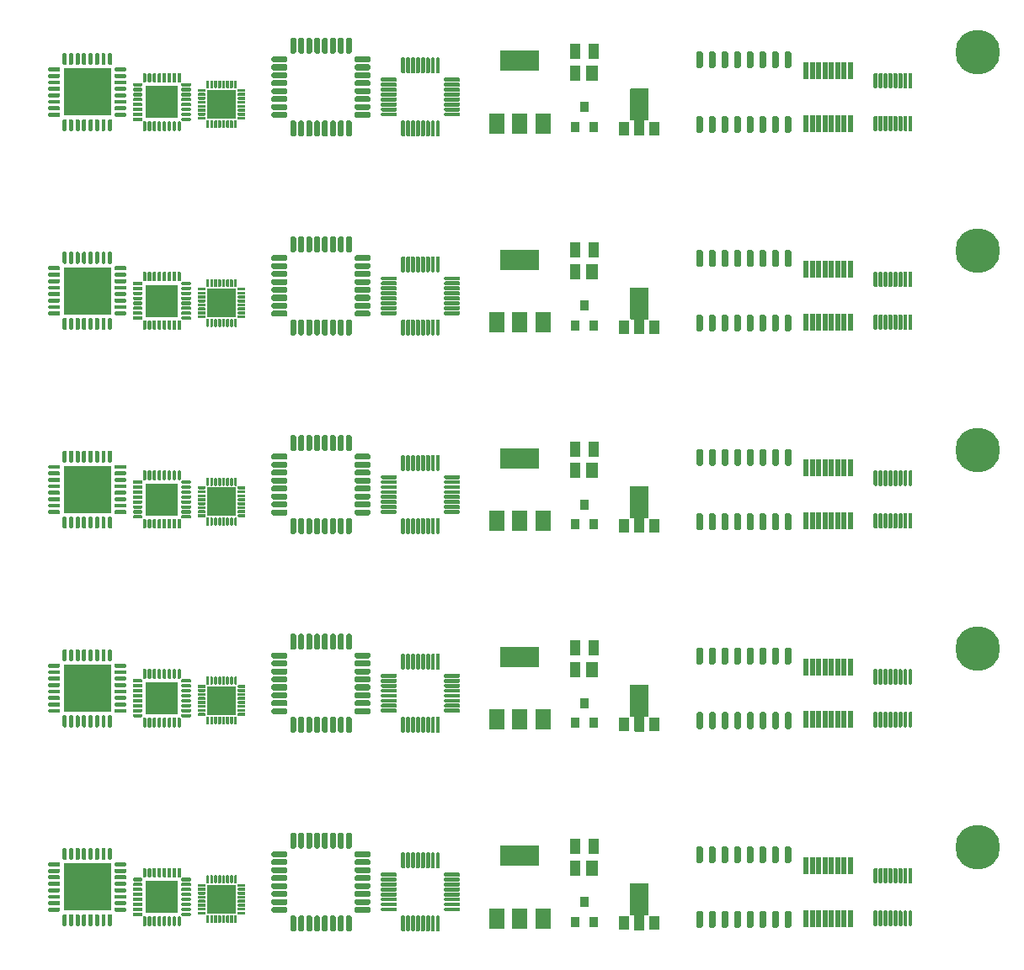
<source format=gbr>
%TF.GenerationSoftware,KiCad,Pcbnew,(5.1.6-0-10_14)*%
%TF.CreationDate,2020-07-24T19:17:44+09:00*%
%TF.ProjectId,pcb_ruler,7063625f-7275-46c6-9572-2e6b69636164,rev?*%
%TF.SameCoordinates,Original*%
%TF.FileFunction,Soldermask,Bot*%
%TF.FilePolarity,Negative*%
%FSLAX46Y46*%
G04 Gerber Fmt 4.6, Leading zero omitted, Abs format (unit mm)*
G04 Created by KiCad (PCBNEW (5.1.6-0-10_14)) date 2020-07-24 19:17:44*
%MOMM*%
%LPD*%
G01*
G04 APERTURE LIST*
%ADD10R,0.900000X1.000000*%
%ADD11R,1.000000X1.400000*%
%ADD12C,0.100000*%
%ADD13C,4.500000*%
%ADD14C,0.800000*%
%ADD15R,3.900000X2.100000*%
%ADD16R,1.600000X2.100000*%
%ADD17R,4.800000X4.800000*%
%ADD18R,3.000000X3.000000*%
%ADD19R,3.200000X3.200000*%
%ADD20R,0.510000X1.700000*%
%ADD21R,1.300000X1.500000*%
%ADD22R,1.100000X1.500000*%
G04 APERTURE END LIST*
%TO.C,SOP-16*%
G36*
G01*
X176120000Y-191600000D02*
X175770000Y-191600000D01*
G75*
G02*
X175595000Y-191425000I0J175000D01*
G01*
X175595000Y-190075000D01*
G75*
G02*
X175770000Y-189900000I175000J0D01*
G01*
X176120000Y-189900000D01*
G75*
G02*
X176295000Y-190075000I0J-175000D01*
G01*
X176295000Y-191425000D01*
G75*
G02*
X176120000Y-191600000I-175000J0D01*
G01*
G37*
G36*
G01*
X174850000Y-191600000D02*
X174500000Y-191600000D01*
G75*
G02*
X174325000Y-191425000I0J175000D01*
G01*
X174325000Y-190075000D01*
G75*
G02*
X174500000Y-189900000I175000J0D01*
G01*
X174850000Y-189900000D01*
G75*
G02*
X175025000Y-190075000I0J-175000D01*
G01*
X175025000Y-191425000D01*
G75*
G02*
X174850000Y-191600000I-175000J0D01*
G01*
G37*
G36*
G01*
X173580000Y-191600000D02*
X173230000Y-191600000D01*
G75*
G02*
X173055000Y-191425000I0J175000D01*
G01*
X173055000Y-190075000D01*
G75*
G02*
X173230000Y-189900000I175000J0D01*
G01*
X173580000Y-189900000D01*
G75*
G02*
X173755000Y-190075000I0J-175000D01*
G01*
X173755000Y-191425000D01*
G75*
G02*
X173580000Y-191600000I-175000J0D01*
G01*
G37*
G36*
G01*
X172310000Y-191600000D02*
X171960000Y-191600000D01*
G75*
G02*
X171785000Y-191425000I0J175000D01*
G01*
X171785000Y-190075000D01*
G75*
G02*
X171960000Y-189900000I175000J0D01*
G01*
X172310000Y-189900000D01*
G75*
G02*
X172485000Y-190075000I0J-175000D01*
G01*
X172485000Y-191425000D01*
G75*
G02*
X172310000Y-191600000I-175000J0D01*
G01*
G37*
G36*
G01*
X171040000Y-191600000D02*
X170690000Y-191600000D01*
G75*
G02*
X170515000Y-191425000I0J175000D01*
G01*
X170515000Y-190075000D01*
G75*
G02*
X170690000Y-189900000I175000J0D01*
G01*
X171040000Y-189900000D01*
G75*
G02*
X171215000Y-190075000I0J-175000D01*
G01*
X171215000Y-191425000D01*
G75*
G02*
X171040000Y-191600000I-175000J0D01*
G01*
G37*
G36*
G01*
X169770000Y-191600000D02*
X169420000Y-191600000D01*
G75*
G02*
X169245000Y-191425000I0J175000D01*
G01*
X169245000Y-190075000D01*
G75*
G02*
X169420000Y-189900000I175000J0D01*
G01*
X169770000Y-189900000D01*
G75*
G02*
X169945000Y-190075000I0J-175000D01*
G01*
X169945000Y-191425000D01*
G75*
G02*
X169770000Y-191600000I-175000J0D01*
G01*
G37*
G36*
G01*
X168500000Y-191600000D02*
X168150000Y-191600000D01*
G75*
G02*
X167975000Y-191425000I0J175000D01*
G01*
X167975000Y-190075000D01*
G75*
G02*
X168150000Y-189900000I175000J0D01*
G01*
X168500000Y-189900000D01*
G75*
G02*
X168675000Y-190075000I0J-175000D01*
G01*
X168675000Y-191425000D01*
G75*
G02*
X168500000Y-191600000I-175000J0D01*
G01*
G37*
G36*
G01*
X167230000Y-191600000D02*
X166880000Y-191600000D01*
G75*
G02*
X166705000Y-191425000I0J175000D01*
G01*
X166705000Y-190075000D01*
G75*
G02*
X166880000Y-189900000I175000J0D01*
G01*
X167230000Y-189900000D01*
G75*
G02*
X167405000Y-190075000I0J-175000D01*
G01*
X167405000Y-191425000D01*
G75*
G02*
X167230000Y-191600000I-175000J0D01*
G01*
G37*
G36*
G01*
X167230000Y-198100000D02*
X166880000Y-198100000D01*
G75*
G02*
X166705000Y-197925000I0J175000D01*
G01*
X166705000Y-196575000D01*
G75*
G02*
X166880000Y-196400000I175000J0D01*
G01*
X167230000Y-196400000D01*
G75*
G02*
X167405000Y-196575000I0J-175000D01*
G01*
X167405000Y-197925000D01*
G75*
G02*
X167230000Y-198100000I-175000J0D01*
G01*
G37*
G36*
G01*
X168500000Y-198100000D02*
X168150000Y-198100000D01*
G75*
G02*
X167975000Y-197925000I0J175000D01*
G01*
X167975000Y-196575000D01*
G75*
G02*
X168150000Y-196400000I175000J0D01*
G01*
X168500000Y-196400000D01*
G75*
G02*
X168675000Y-196575000I0J-175000D01*
G01*
X168675000Y-197925000D01*
G75*
G02*
X168500000Y-198100000I-175000J0D01*
G01*
G37*
G36*
G01*
X169770000Y-198100000D02*
X169420000Y-198100000D01*
G75*
G02*
X169245000Y-197925000I0J175000D01*
G01*
X169245000Y-196575000D01*
G75*
G02*
X169420000Y-196400000I175000J0D01*
G01*
X169770000Y-196400000D01*
G75*
G02*
X169945000Y-196575000I0J-175000D01*
G01*
X169945000Y-197925000D01*
G75*
G02*
X169770000Y-198100000I-175000J0D01*
G01*
G37*
G36*
G01*
X171040000Y-198100000D02*
X170690000Y-198100000D01*
G75*
G02*
X170515000Y-197925000I0J175000D01*
G01*
X170515000Y-196575000D01*
G75*
G02*
X170690000Y-196400000I175000J0D01*
G01*
X171040000Y-196400000D01*
G75*
G02*
X171215000Y-196575000I0J-175000D01*
G01*
X171215000Y-197925000D01*
G75*
G02*
X171040000Y-198100000I-175000J0D01*
G01*
G37*
G36*
G01*
X172310000Y-198100000D02*
X171960000Y-198100000D01*
G75*
G02*
X171785000Y-197925000I0J175000D01*
G01*
X171785000Y-196575000D01*
G75*
G02*
X171960000Y-196400000I175000J0D01*
G01*
X172310000Y-196400000D01*
G75*
G02*
X172485000Y-196575000I0J-175000D01*
G01*
X172485000Y-197925000D01*
G75*
G02*
X172310000Y-198100000I-175000J0D01*
G01*
G37*
G36*
G01*
X173580000Y-198100000D02*
X173230000Y-198100000D01*
G75*
G02*
X173055000Y-197925000I0J175000D01*
G01*
X173055000Y-196575000D01*
G75*
G02*
X173230000Y-196400000I175000J0D01*
G01*
X173580000Y-196400000D01*
G75*
G02*
X173755000Y-196575000I0J-175000D01*
G01*
X173755000Y-197925000D01*
G75*
G02*
X173580000Y-198100000I-175000J0D01*
G01*
G37*
G36*
G01*
X174850000Y-198100000D02*
X174500000Y-198100000D01*
G75*
G02*
X174325000Y-197925000I0J175000D01*
G01*
X174325000Y-196575000D01*
G75*
G02*
X174500000Y-196400000I175000J0D01*
G01*
X174850000Y-196400000D01*
G75*
G02*
X175025000Y-196575000I0J-175000D01*
G01*
X175025000Y-197925000D01*
G75*
G02*
X174850000Y-198100000I-175000J0D01*
G01*
G37*
G36*
G01*
X176120000Y-198100000D02*
X175770000Y-198100000D01*
G75*
G02*
X175595000Y-197925000I0J175000D01*
G01*
X175595000Y-196575000D01*
G75*
G02*
X175770000Y-196400000I175000J0D01*
G01*
X176120000Y-196400000D01*
G75*
G02*
X176295000Y-196575000I0J-175000D01*
G01*
X176295000Y-197925000D01*
G75*
G02*
X176120000Y-198100000I-175000J0D01*
G01*
G37*
%TD*%
%TO.C,MSOP-16*%
G36*
G01*
X188350000Y-193625000D02*
X188150000Y-193625000D01*
G75*
G02*
X188050000Y-193525000I0J100000D01*
G01*
X188050000Y-192175000D01*
G75*
G02*
X188150000Y-192075000I100000J0D01*
G01*
X188350000Y-192075000D01*
G75*
G02*
X188450000Y-192175000I0J-100000D01*
G01*
X188450000Y-193525000D01*
G75*
G02*
X188350000Y-193625000I-100000J0D01*
G01*
G37*
G36*
G01*
X187850000Y-193625000D02*
X187650000Y-193625000D01*
G75*
G02*
X187550000Y-193525000I0J100000D01*
G01*
X187550000Y-192175000D01*
G75*
G02*
X187650000Y-192075000I100000J0D01*
G01*
X187850000Y-192075000D01*
G75*
G02*
X187950000Y-192175000I0J-100000D01*
G01*
X187950000Y-193525000D01*
G75*
G02*
X187850000Y-193625000I-100000J0D01*
G01*
G37*
G36*
G01*
X187350000Y-193625000D02*
X187150000Y-193625000D01*
G75*
G02*
X187050000Y-193525000I0J100000D01*
G01*
X187050000Y-192175000D01*
G75*
G02*
X187150000Y-192075000I100000J0D01*
G01*
X187350000Y-192075000D01*
G75*
G02*
X187450000Y-192175000I0J-100000D01*
G01*
X187450000Y-193525000D01*
G75*
G02*
X187350000Y-193625000I-100000J0D01*
G01*
G37*
G36*
G01*
X186850000Y-193625000D02*
X186650000Y-193625000D01*
G75*
G02*
X186550000Y-193525000I0J100000D01*
G01*
X186550000Y-192175000D01*
G75*
G02*
X186650000Y-192075000I100000J0D01*
G01*
X186850000Y-192075000D01*
G75*
G02*
X186950000Y-192175000I0J-100000D01*
G01*
X186950000Y-193525000D01*
G75*
G02*
X186850000Y-193625000I-100000J0D01*
G01*
G37*
G36*
G01*
X186350000Y-193625000D02*
X186150000Y-193625000D01*
G75*
G02*
X186050000Y-193525000I0J100000D01*
G01*
X186050000Y-192175000D01*
G75*
G02*
X186150000Y-192075000I100000J0D01*
G01*
X186350000Y-192075000D01*
G75*
G02*
X186450000Y-192175000I0J-100000D01*
G01*
X186450000Y-193525000D01*
G75*
G02*
X186350000Y-193625000I-100000J0D01*
G01*
G37*
G36*
G01*
X185850000Y-193625000D02*
X185650000Y-193625000D01*
G75*
G02*
X185550000Y-193525000I0J100000D01*
G01*
X185550000Y-192175000D01*
G75*
G02*
X185650000Y-192075000I100000J0D01*
G01*
X185850000Y-192075000D01*
G75*
G02*
X185950000Y-192175000I0J-100000D01*
G01*
X185950000Y-193525000D01*
G75*
G02*
X185850000Y-193625000I-100000J0D01*
G01*
G37*
G36*
G01*
X185350000Y-193625000D02*
X185150000Y-193625000D01*
G75*
G02*
X185050000Y-193525000I0J100000D01*
G01*
X185050000Y-192175000D01*
G75*
G02*
X185150000Y-192075000I100000J0D01*
G01*
X185350000Y-192075000D01*
G75*
G02*
X185450000Y-192175000I0J-100000D01*
G01*
X185450000Y-193525000D01*
G75*
G02*
X185350000Y-193625000I-100000J0D01*
G01*
G37*
G36*
G01*
X184850000Y-193625000D02*
X184650000Y-193625000D01*
G75*
G02*
X184550000Y-193525000I0J100000D01*
G01*
X184550000Y-192175000D01*
G75*
G02*
X184650000Y-192075000I100000J0D01*
G01*
X184850000Y-192075000D01*
G75*
G02*
X184950000Y-192175000I0J-100000D01*
G01*
X184950000Y-193525000D01*
G75*
G02*
X184850000Y-193625000I-100000J0D01*
G01*
G37*
G36*
G01*
X184850000Y-197925000D02*
X184650000Y-197925000D01*
G75*
G02*
X184550000Y-197825000I0J100000D01*
G01*
X184550000Y-196475000D01*
G75*
G02*
X184650000Y-196375000I100000J0D01*
G01*
X184850000Y-196375000D01*
G75*
G02*
X184950000Y-196475000I0J-100000D01*
G01*
X184950000Y-197825000D01*
G75*
G02*
X184850000Y-197925000I-100000J0D01*
G01*
G37*
G36*
G01*
X185350000Y-197925000D02*
X185150000Y-197925000D01*
G75*
G02*
X185050000Y-197825000I0J100000D01*
G01*
X185050000Y-196475000D01*
G75*
G02*
X185150000Y-196375000I100000J0D01*
G01*
X185350000Y-196375000D01*
G75*
G02*
X185450000Y-196475000I0J-100000D01*
G01*
X185450000Y-197825000D01*
G75*
G02*
X185350000Y-197925000I-100000J0D01*
G01*
G37*
G36*
G01*
X185850000Y-197925000D02*
X185650000Y-197925000D01*
G75*
G02*
X185550000Y-197825000I0J100000D01*
G01*
X185550000Y-196475000D01*
G75*
G02*
X185650000Y-196375000I100000J0D01*
G01*
X185850000Y-196375000D01*
G75*
G02*
X185950000Y-196475000I0J-100000D01*
G01*
X185950000Y-197825000D01*
G75*
G02*
X185850000Y-197925000I-100000J0D01*
G01*
G37*
G36*
G01*
X186350000Y-197925000D02*
X186150000Y-197925000D01*
G75*
G02*
X186050000Y-197825000I0J100000D01*
G01*
X186050000Y-196475000D01*
G75*
G02*
X186150000Y-196375000I100000J0D01*
G01*
X186350000Y-196375000D01*
G75*
G02*
X186450000Y-196475000I0J-100000D01*
G01*
X186450000Y-197825000D01*
G75*
G02*
X186350000Y-197925000I-100000J0D01*
G01*
G37*
G36*
G01*
X186850000Y-197925000D02*
X186650000Y-197925000D01*
G75*
G02*
X186550000Y-197825000I0J100000D01*
G01*
X186550000Y-196475000D01*
G75*
G02*
X186650000Y-196375000I100000J0D01*
G01*
X186850000Y-196375000D01*
G75*
G02*
X186950000Y-196475000I0J-100000D01*
G01*
X186950000Y-197825000D01*
G75*
G02*
X186850000Y-197925000I-100000J0D01*
G01*
G37*
G36*
G01*
X187350000Y-197925000D02*
X187150000Y-197925000D01*
G75*
G02*
X187050000Y-197825000I0J100000D01*
G01*
X187050000Y-196475000D01*
G75*
G02*
X187150000Y-196375000I100000J0D01*
G01*
X187350000Y-196375000D01*
G75*
G02*
X187450000Y-196475000I0J-100000D01*
G01*
X187450000Y-197825000D01*
G75*
G02*
X187350000Y-197925000I-100000J0D01*
G01*
G37*
G36*
G01*
X187850000Y-197925000D02*
X187650000Y-197925000D01*
G75*
G02*
X187550000Y-197825000I0J100000D01*
G01*
X187550000Y-196475000D01*
G75*
G02*
X187650000Y-196375000I100000J0D01*
G01*
X187850000Y-196375000D01*
G75*
G02*
X187950000Y-196475000I0J-100000D01*
G01*
X187950000Y-197825000D01*
G75*
G02*
X187850000Y-197925000I-100000J0D01*
G01*
G37*
G36*
G01*
X188350000Y-197925000D02*
X188150000Y-197925000D01*
G75*
G02*
X188050000Y-197825000I0J100000D01*
G01*
X188050000Y-196475000D01*
G75*
G02*
X188150000Y-196375000I100000J0D01*
G01*
X188350000Y-196375000D01*
G75*
G02*
X188450000Y-196475000I0J-100000D01*
G01*
X188450000Y-197825000D01*
G75*
G02*
X188350000Y-197925000I-100000J0D01*
G01*
G37*
%TD*%
D10*
%TO.C,SOT-23*%
X156450000Y-197500000D03*
X154550000Y-197500000D03*
X155500000Y-195500000D03*
%TD*%
D11*
%TO.C,SOT-89-3*%
X162500000Y-197650000D03*
X159500000Y-197650000D03*
D12*
G36*
X160084461Y-193690245D02*
G01*
X160087306Y-193680866D01*
X160091927Y-193672221D01*
X160098145Y-193664645D01*
X160105721Y-193658427D01*
X160114366Y-193653806D01*
X160123745Y-193650961D01*
X160133500Y-193650000D01*
X161866500Y-193650000D01*
X161876255Y-193650961D01*
X161885634Y-193653806D01*
X161894279Y-193658427D01*
X161901855Y-193664645D01*
X161908073Y-193672221D01*
X161912694Y-193680866D01*
X161915539Y-193690245D01*
X161916500Y-193700000D01*
X161916500Y-196825000D01*
X161915539Y-196834755D01*
X161912694Y-196844134D01*
X161908073Y-196852779D01*
X161901855Y-196860355D01*
X161894279Y-196866573D01*
X161885634Y-196871194D01*
X161876255Y-196874039D01*
X161866500Y-196875000D01*
X161500000Y-196875000D01*
X161500000Y-198300000D01*
X161499039Y-198309755D01*
X161496194Y-198319134D01*
X161491573Y-198327779D01*
X161485355Y-198335355D01*
X161477779Y-198341573D01*
X161469134Y-198346194D01*
X161459755Y-198349039D01*
X161450000Y-198350000D01*
X160550000Y-198350000D01*
X160540245Y-198349039D01*
X160530866Y-198346194D01*
X160522221Y-198341573D01*
X160514645Y-198335355D01*
X160508427Y-198327779D01*
X160503806Y-198319134D01*
X160500961Y-198309755D01*
X160500000Y-198300000D01*
X160500000Y-196875000D01*
X160133500Y-196875000D01*
X160123745Y-196874039D01*
X160114366Y-196871194D01*
X160105721Y-196866573D01*
X160098145Y-196860355D01*
X160091927Y-196852779D01*
X160087306Y-196844134D01*
X160084461Y-196834755D01*
X160083500Y-196825000D01*
X160083500Y-193700000D01*
X160084461Y-193690245D01*
G37*
%TD*%
D13*
%TO.C,REF\u002A\u002A*%
X195000000Y-190000000D03*
D14*
X196650000Y-190000000D03*
X196166726Y-191166726D03*
X195000000Y-191650000D03*
X193833274Y-191166726D03*
X193350000Y-190000000D03*
X193833274Y-188833274D03*
X195000000Y-188350000D03*
X196166726Y-188833274D03*
%TD*%
D15*
%TO.C,SOT-223*%
X149000000Y-190850000D03*
D16*
X149000000Y-197150000D03*
X146700000Y-197150000D03*
X151300000Y-197150000D03*
%TD*%
%TO.C,0.65*%
G36*
G01*
X107875000Y-197925000D02*
X107675000Y-197925000D01*
G75*
G02*
X107575000Y-197825000I0J100000D01*
G01*
X107575000Y-196825000D01*
G75*
G02*
X107675000Y-196725000I100000J0D01*
G01*
X107875000Y-196725000D01*
G75*
G02*
X107975000Y-196825000I0J-100000D01*
G01*
X107975000Y-197825000D01*
G75*
G02*
X107875000Y-197925000I-100000J0D01*
G01*
G37*
G36*
G01*
X107225000Y-197925000D02*
X107025000Y-197925000D01*
G75*
G02*
X106925000Y-197825000I0J100000D01*
G01*
X106925000Y-196825000D01*
G75*
G02*
X107025000Y-196725000I100000J0D01*
G01*
X107225000Y-196725000D01*
G75*
G02*
X107325000Y-196825000I0J-100000D01*
G01*
X107325000Y-197825000D01*
G75*
G02*
X107225000Y-197925000I-100000J0D01*
G01*
G37*
G36*
G01*
X106575000Y-197925000D02*
X106375000Y-197925000D01*
G75*
G02*
X106275000Y-197825000I0J100000D01*
G01*
X106275000Y-196825000D01*
G75*
G02*
X106375000Y-196725000I100000J0D01*
G01*
X106575000Y-196725000D01*
G75*
G02*
X106675000Y-196825000I0J-100000D01*
G01*
X106675000Y-197825000D01*
G75*
G02*
X106575000Y-197925000I-100000J0D01*
G01*
G37*
G36*
G01*
X105925000Y-197925000D02*
X105725000Y-197925000D01*
G75*
G02*
X105625000Y-197825000I0J100000D01*
G01*
X105625000Y-196825000D01*
G75*
G02*
X105725000Y-196725000I100000J0D01*
G01*
X105925000Y-196725000D01*
G75*
G02*
X106025000Y-196825000I0J-100000D01*
G01*
X106025000Y-197825000D01*
G75*
G02*
X105925000Y-197925000I-100000J0D01*
G01*
G37*
G36*
G01*
X105275000Y-197925000D02*
X105075000Y-197925000D01*
G75*
G02*
X104975000Y-197825000I0J100000D01*
G01*
X104975000Y-196825000D01*
G75*
G02*
X105075000Y-196725000I100000J0D01*
G01*
X105275000Y-196725000D01*
G75*
G02*
X105375000Y-196825000I0J-100000D01*
G01*
X105375000Y-197825000D01*
G75*
G02*
X105275000Y-197925000I-100000J0D01*
G01*
G37*
G36*
G01*
X104625000Y-197925000D02*
X104425000Y-197925000D01*
G75*
G02*
X104325000Y-197825000I0J100000D01*
G01*
X104325000Y-196825000D01*
G75*
G02*
X104425000Y-196725000I100000J0D01*
G01*
X104625000Y-196725000D01*
G75*
G02*
X104725000Y-196825000I0J-100000D01*
G01*
X104725000Y-197825000D01*
G75*
G02*
X104625000Y-197925000I-100000J0D01*
G01*
G37*
G36*
G01*
X103975000Y-197925000D02*
X103775000Y-197925000D01*
G75*
G02*
X103675000Y-197825000I0J100000D01*
G01*
X103675000Y-196825000D01*
G75*
G02*
X103775000Y-196725000I100000J0D01*
G01*
X103975000Y-196725000D01*
G75*
G02*
X104075000Y-196825000I0J-100000D01*
G01*
X104075000Y-197825000D01*
G75*
G02*
X103975000Y-197925000I-100000J0D01*
G01*
G37*
G36*
G01*
X103325000Y-197925000D02*
X103125000Y-197925000D01*
G75*
G02*
X103025000Y-197825000I0J100000D01*
G01*
X103025000Y-196825000D01*
G75*
G02*
X103125000Y-196725000I100000J0D01*
G01*
X103325000Y-196725000D01*
G75*
G02*
X103425000Y-196825000I0J-100000D01*
G01*
X103425000Y-197825000D01*
G75*
G02*
X103325000Y-197925000I-100000J0D01*
G01*
G37*
G36*
G01*
X102675000Y-196475000D02*
X101675000Y-196475000D01*
G75*
G02*
X101575000Y-196375000I0J100000D01*
G01*
X101575000Y-196175000D01*
G75*
G02*
X101675000Y-196075000I100000J0D01*
G01*
X102675000Y-196075000D01*
G75*
G02*
X102775000Y-196175000I0J-100000D01*
G01*
X102775000Y-196375000D01*
G75*
G02*
X102675000Y-196475000I-100000J0D01*
G01*
G37*
G36*
G01*
X102675000Y-195825000D02*
X101675000Y-195825000D01*
G75*
G02*
X101575000Y-195725000I0J100000D01*
G01*
X101575000Y-195525000D01*
G75*
G02*
X101675000Y-195425000I100000J0D01*
G01*
X102675000Y-195425000D01*
G75*
G02*
X102775000Y-195525000I0J-100000D01*
G01*
X102775000Y-195725000D01*
G75*
G02*
X102675000Y-195825000I-100000J0D01*
G01*
G37*
G36*
G01*
X102675000Y-195175000D02*
X101675000Y-195175000D01*
G75*
G02*
X101575000Y-195075000I0J100000D01*
G01*
X101575000Y-194875000D01*
G75*
G02*
X101675000Y-194775000I100000J0D01*
G01*
X102675000Y-194775000D01*
G75*
G02*
X102775000Y-194875000I0J-100000D01*
G01*
X102775000Y-195075000D01*
G75*
G02*
X102675000Y-195175000I-100000J0D01*
G01*
G37*
G36*
G01*
X102675000Y-194525000D02*
X101675000Y-194525000D01*
G75*
G02*
X101575000Y-194425000I0J100000D01*
G01*
X101575000Y-194225000D01*
G75*
G02*
X101675000Y-194125000I100000J0D01*
G01*
X102675000Y-194125000D01*
G75*
G02*
X102775000Y-194225000I0J-100000D01*
G01*
X102775000Y-194425000D01*
G75*
G02*
X102675000Y-194525000I-100000J0D01*
G01*
G37*
G36*
G01*
X102675000Y-193875000D02*
X101675000Y-193875000D01*
G75*
G02*
X101575000Y-193775000I0J100000D01*
G01*
X101575000Y-193575000D01*
G75*
G02*
X101675000Y-193475000I100000J0D01*
G01*
X102675000Y-193475000D01*
G75*
G02*
X102775000Y-193575000I0J-100000D01*
G01*
X102775000Y-193775000D01*
G75*
G02*
X102675000Y-193875000I-100000J0D01*
G01*
G37*
G36*
G01*
X102675000Y-193225000D02*
X101675000Y-193225000D01*
G75*
G02*
X101575000Y-193125000I0J100000D01*
G01*
X101575000Y-192925000D01*
G75*
G02*
X101675000Y-192825000I100000J0D01*
G01*
X102675000Y-192825000D01*
G75*
G02*
X102775000Y-192925000I0J-100000D01*
G01*
X102775000Y-193125000D01*
G75*
G02*
X102675000Y-193225000I-100000J0D01*
G01*
G37*
G36*
G01*
X102675000Y-192575000D02*
X101675000Y-192575000D01*
G75*
G02*
X101575000Y-192475000I0J100000D01*
G01*
X101575000Y-192275000D01*
G75*
G02*
X101675000Y-192175000I100000J0D01*
G01*
X102675000Y-192175000D01*
G75*
G02*
X102775000Y-192275000I0J-100000D01*
G01*
X102775000Y-192475000D01*
G75*
G02*
X102675000Y-192575000I-100000J0D01*
G01*
G37*
G36*
G01*
X102675000Y-191925000D02*
X101675000Y-191925000D01*
G75*
G02*
X101575000Y-191825000I0J100000D01*
G01*
X101575000Y-191625000D01*
G75*
G02*
X101675000Y-191525000I100000J0D01*
G01*
X102675000Y-191525000D01*
G75*
G02*
X102775000Y-191625000I0J-100000D01*
G01*
X102775000Y-191825000D01*
G75*
G02*
X102675000Y-191925000I-100000J0D01*
G01*
G37*
G36*
G01*
X103325000Y-191275000D02*
X103125000Y-191275000D01*
G75*
G02*
X103025000Y-191175000I0J100000D01*
G01*
X103025000Y-190175000D01*
G75*
G02*
X103125000Y-190075000I100000J0D01*
G01*
X103325000Y-190075000D01*
G75*
G02*
X103425000Y-190175000I0J-100000D01*
G01*
X103425000Y-191175000D01*
G75*
G02*
X103325000Y-191275000I-100000J0D01*
G01*
G37*
G36*
G01*
X103975000Y-191275000D02*
X103775000Y-191275000D01*
G75*
G02*
X103675000Y-191175000I0J100000D01*
G01*
X103675000Y-190175000D01*
G75*
G02*
X103775000Y-190075000I100000J0D01*
G01*
X103975000Y-190075000D01*
G75*
G02*
X104075000Y-190175000I0J-100000D01*
G01*
X104075000Y-191175000D01*
G75*
G02*
X103975000Y-191275000I-100000J0D01*
G01*
G37*
G36*
G01*
X104625000Y-191275000D02*
X104425000Y-191275000D01*
G75*
G02*
X104325000Y-191175000I0J100000D01*
G01*
X104325000Y-190175000D01*
G75*
G02*
X104425000Y-190075000I100000J0D01*
G01*
X104625000Y-190075000D01*
G75*
G02*
X104725000Y-190175000I0J-100000D01*
G01*
X104725000Y-191175000D01*
G75*
G02*
X104625000Y-191275000I-100000J0D01*
G01*
G37*
G36*
G01*
X105275000Y-191275000D02*
X105075000Y-191275000D01*
G75*
G02*
X104975000Y-191175000I0J100000D01*
G01*
X104975000Y-190175000D01*
G75*
G02*
X105075000Y-190075000I100000J0D01*
G01*
X105275000Y-190075000D01*
G75*
G02*
X105375000Y-190175000I0J-100000D01*
G01*
X105375000Y-191175000D01*
G75*
G02*
X105275000Y-191275000I-100000J0D01*
G01*
G37*
G36*
G01*
X105925000Y-191275000D02*
X105725000Y-191275000D01*
G75*
G02*
X105625000Y-191175000I0J100000D01*
G01*
X105625000Y-190175000D01*
G75*
G02*
X105725000Y-190075000I100000J0D01*
G01*
X105925000Y-190075000D01*
G75*
G02*
X106025000Y-190175000I0J-100000D01*
G01*
X106025000Y-191175000D01*
G75*
G02*
X105925000Y-191275000I-100000J0D01*
G01*
G37*
G36*
G01*
X106575000Y-191275000D02*
X106375000Y-191275000D01*
G75*
G02*
X106275000Y-191175000I0J100000D01*
G01*
X106275000Y-190175000D01*
G75*
G02*
X106375000Y-190075000I100000J0D01*
G01*
X106575000Y-190075000D01*
G75*
G02*
X106675000Y-190175000I0J-100000D01*
G01*
X106675000Y-191175000D01*
G75*
G02*
X106575000Y-191275000I-100000J0D01*
G01*
G37*
G36*
G01*
X107225000Y-191275000D02*
X107025000Y-191275000D01*
G75*
G02*
X106925000Y-191175000I0J100000D01*
G01*
X106925000Y-190175000D01*
G75*
G02*
X107025000Y-190075000I100000J0D01*
G01*
X107225000Y-190075000D01*
G75*
G02*
X107325000Y-190175000I0J-100000D01*
G01*
X107325000Y-191175000D01*
G75*
G02*
X107225000Y-191275000I-100000J0D01*
G01*
G37*
G36*
G01*
X107875000Y-191275000D02*
X107675000Y-191275000D01*
G75*
G02*
X107575000Y-191175000I0J100000D01*
G01*
X107575000Y-190175000D01*
G75*
G02*
X107675000Y-190075000I100000J0D01*
G01*
X107875000Y-190075000D01*
G75*
G02*
X107975000Y-190175000I0J-100000D01*
G01*
X107975000Y-191175000D01*
G75*
G02*
X107875000Y-191275000I-100000J0D01*
G01*
G37*
G36*
G01*
X109325000Y-191925000D02*
X108325000Y-191925000D01*
G75*
G02*
X108225000Y-191825000I0J100000D01*
G01*
X108225000Y-191625000D01*
G75*
G02*
X108325000Y-191525000I100000J0D01*
G01*
X109325000Y-191525000D01*
G75*
G02*
X109425000Y-191625000I0J-100000D01*
G01*
X109425000Y-191825000D01*
G75*
G02*
X109325000Y-191925000I-100000J0D01*
G01*
G37*
G36*
G01*
X109325000Y-192575000D02*
X108325000Y-192575000D01*
G75*
G02*
X108225000Y-192475000I0J100000D01*
G01*
X108225000Y-192275000D01*
G75*
G02*
X108325000Y-192175000I100000J0D01*
G01*
X109325000Y-192175000D01*
G75*
G02*
X109425000Y-192275000I0J-100000D01*
G01*
X109425000Y-192475000D01*
G75*
G02*
X109325000Y-192575000I-100000J0D01*
G01*
G37*
G36*
G01*
X109325000Y-193225000D02*
X108325000Y-193225000D01*
G75*
G02*
X108225000Y-193125000I0J100000D01*
G01*
X108225000Y-192925000D01*
G75*
G02*
X108325000Y-192825000I100000J0D01*
G01*
X109325000Y-192825000D01*
G75*
G02*
X109425000Y-192925000I0J-100000D01*
G01*
X109425000Y-193125000D01*
G75*
G02*
X109325000Y-193225000I-100000J0D01*
G01*
G37*
G36*
G01*
X109325000Y-193875000D02*
X108325000Y-193875000D01*
G75*
G02*
X108225000Y-193775000I0J100000D01*
G01*
X108225000Y-193575000D01*
G75*
G02*
X108325000Y-193475000I100000J0D01*
G01*
X109325000Y-193475000D01*
G75*
G02*
X109425000Y-193575000I0J-100000D01*
G01*
X109425000Y-193775000D01*
G75*
G02*
X109325000Y-193875000I-100000J0D01*
G01*
G37*
G36*
G01*
X109325000Y-194525000D02*
X108325000Y-194525000D01*
G75*
G02*
X108225000Y-194425000I0J100000D01*
G01*
X108225000Y-194225000D01*
G75*
G02*
X108325000Y-194125000I100000J0D01*
G01*
X109325000Y-194125000D01*
G75*
G02*
X109425000Y-194225000I0J-100000D01*
G01*
X109425000Y-194425000D01*
G75*
G02*
X109325000Y-194525000I-100000J0D01*
G01*
G37*
G36*
G01*
X109325000Y-195175000D02*
X108325000Y-195175000D01*
G75*
G02*
X108225000Y-195075000I0J100000D01*
G01*
X108225000Y-194875000D01*
G75*
G02*
X108325000Y-194775000I100000J0D01*
G01*
X109325000Y-194775000D01*
G75*
G02*
X109425000Y-194875000I0J-100000D01*
G01*
X109425000Y-195075000D01*
G75*
G02*
X109325000Y-195175000I-100000J0D01*
G01*
G37*
G36*
G01*
X109325000Y-195825000D02*
X108325000Y-195825000D01*
G75*
G02*
X108225000Y-195725000I0J100000D01*
G01*
X108225000Y-195525000D01*
G75*
G02*
X108325000Y-195425000I100000J0D01*
G01*
X109325000Y-195425000D01*
G75*
G02*
X109425000Y-195525000I0J-100000D01*
G01*
X109425000Y-195725000D01*
G75*
G02*
X109325000Y-195825000I-100000J0D01*
G01*
G37*
G36*
G01*
X109325000Y-196475000D02*
X108325000Y-196475000D01*
G75*
G02*
X108225000Y-196375000I0J100000D01*
G01*
X108225000Y-196175000D01*
G75*
G02*
X108325000Y-196075000I100000J0D01*
G01*
X109325000Y-196075000D01*
G75*
G02*
X109425000Y-196175000I0J-100000D01*
G01*
X109425000Y-196375000D01*
G75*
G02*
X109325000Y-196475000I-100000J0D01*
G01*
G37*
D17*
X105500000Y-194000000D03*
%TD*%
%TO.C,0.4*%
G36*
G01*
X120475000Y-197625000D02*
X120325000Y-197625000D01*
G75*
G02*
X120250000Y-197550000I0J75000D01*
G01*
X120250000Y-196900000D01*
G75*
G02*
X120325000Y-196825000I75000J0D01*
G01*
X120475000Y-196825000D01*
G75*
G02*
X120550000Y-196900000I0J-75000D01*
G01*
X120550000Y-197550000D01*
G75*
G02*
X120475000Y-197625000I-75000J0D01*
G01*
G37*
G36*
G01*
X120075000Y-197625000D02*
X119925000Y-197625000D01*
G75*
G02*
X119850000Y-197550000I0J75000D01*
G01*
X119850000Y-196900000D01*
G75*
G02*
X119925000Y-196825000I75000J0D01*
G01*
X120075000Y-196825000D01*
G75*
G02*
X120150000Y-196900000I0J-75000D01*
G01*
X120150000Y-197550000D01*
G75*
G02*
X120075000Y-197625000I-75000J0D01*
G01*
G37*
G36*
G01*
X119675000Y-197625000D02*
X119525000Y-197625000D01*
G75*
G02*
X119450000Y-197550000I0J75000D01*
G01*
X119450000Y-196900000D01*
G75*
G02*
X119525000Y-196825000I75000J0D01*
G01*
X119675000Y-196825000D01*
G75*
G02*
X119750000Y-196900000I0J-75000D01*
G01*
X119750000Y-197550000D01*
G75*
G02*
X119675000Y-197625000I-75000J0D01*
G01*
G37*
G36*
G01*
X119275000Y-197625000D02*
X119125000Y-197625000D01*
G75*
G02*
X119050000Y-197550000I0J75000D01*
G01*
X119050000Y-196900000D01*
G75*
G02*
X119125000Y-196825000I75000J0D01*
G01*
X119275000Y-196825000D01*
G75*
G02*
X119350000Y-196900000I0J-75000D01*
G01*
X119350000Y-197550000D01*
G75*
G02*
X119275000Y-197625000I-75000J0D01*
G01*
G37*
G36*
G01*
X118875000Y-197625000D02*
X118725000Y-197625000D01*
G75*
G02*
X118650000Y-197550000I0J75000D01*
G01*
X118650000Y-196900000D01*
G75*
G02*
X118725000Y-196825000I75000J0D01*
G01*
X118875000Y-196825000D01*
G75*
G02*
X118950000Y-196900000I0J-75000D01*
G01*
X118950000Y-197550000D01*
G75*
G02*
X118875000Y-197625000I-75000J0D01*
G01*
G37*
G36*
G01*
X118475000Y-197625000D02*
X118325000Y-197625000D01*
G75*
G02*
X118250000Y-197550000I0J75000D01*
G01*
X118250000Y-196900000D01*
G75*
G02*
X118325000Y-196825000I75000J0D01*
G01*
X118475000Y-196825000D01*
G75*
G02*
X118550000Y-196900000I0J-75000D01*
G01*
X118550000Y-197550000D01*
G75*
G02*
X118475000Y-197625000I-75000J0D01*
G01*
G37*
G36*
G01*
X118075000Y-197625000D02*
X117925000Y-197625000D01*
G75*
G02*
X117850000Y-197550000I0J75000D01*
G01*
X117850000Y-196900000D01*
G75*
G02*
X117925000Y-196825000I75000J0D01*
G01*
X118075000Y-196825000D01*
G75*
G02*
X118150000Y-196900000I0J-75000D01*
G01*
X118150000Y-197550000D01*
G75*
G02*
X118075000Y-197625000I-75000J0D01*
G01*
G37*
G36*
G01*
X117675000Y-197625000D02*
X117525000Y-197625000D01*
G75*
G02*
X117450000Y-197550000I0J75000D01*
G01*
X117450000Y-196900000D01*
G75*
G02*
X117525000Y-196825000I75000J0D01*
G01*
X117675000Y-196825000D01*
G75*
G02*
X117750000Y-196900000I0J-75000D01*
G01*
X117750000Y-197550000D01*
G75*
G02*
X117675000Y-197625000I-75000J0D01*
G01*
G37*
G36*
G01*
X117325000Y-196775000D02*
X116675000Y-196775000D01*
G75*
G02*
X116600000Y-196700000I0J75000D01*
G01*
X116600000Y-196550000D01*
G75*
G02*
X116675000Y-196475000I75000J0D01*
G01*
X117325000Y-196475000D01*
G75*
G02*
X117400000Y-196550000I0J-75000D01*
G01*
X117400000Y-196700000D01*
G75*
G02*
X117325000Y-196775000I-75000J0D01*
G01*
G37*
G36*
G01*
X117325000Y-196375000D02*
X116675000Y-196375000D01*
G75*
G02*
X116600000Y-196300000I0J75000D01*
G01*
X116600000Y-196150000D01*
G75*
G02*
X116675000Y-196075000I75000J0D01*
G01*
X117325000Y-196075000D01*
G75*
G02*
X117400000Y-196150000I0J-75000D01*
G01*
X117400000Y-196300000D01*
G75*
G02*
X117325000Y-196375000I-75000J0D01*
G01*
G37*
G36*
G01*
X117325000Y-195975000D02*
X116675000Y-195975000D01*
G75*
G02*
X116600000Y-195900000I0J75000D01*
G01*
X116600000Y-195750000D01*
G75*
G02*
X116675000Y-195675000I75000J0D01*
G01*
X117325000Y-195675000D01*
G75*
G02*
X117400000Y-195750000I0J-75000D01*
G01*
X117400000Y-195900000D01*
G75*
G02*
X117325000Y-195975000I-75000J0D01*
G01*
G37*
G36*
G01*
X117325000Y-195575000D02*
X116675000Y-195575000D01*
G75*
G02*
X116600000Y-195500000I0J75000D01*
G01*
X116600000Y-195350000D01*
G75*
G02*
X116675000Y-195275000I75000J0D01*
G01*
X117325000Y-195275000D01*
G75*
G02*
X117400000Y-195350000I0J-75000D01*
G01*
X117400000Y-195500000D01*
G75*
G02*
X117325000Y-195575000I-75000J0D01*
G01*
G37*
G36*
G01*
X117325000Y-195175000D02*
X116675000Y-195175000D01*
G75*
G02*
X116600000Y-195100000I0J75000D01*
G01*
X116600000Y-194950000D01*
G75*
G02*
X116675000Y-194875000I75000J0D01*
G01*
X117325000Y-194875000D01*
G75*
G02*
X117400000Y-194950000I0J-75000D01*
G01*
X117400000Y-195100000D01*
G75*
G02*
X117325000Y-195175000I-75000J0D01*
G01*
G37*
G36*
G01*
X117325000Y-194775000D02*
X116675000Y-194775000D01*
G75*
G02*
X116600000Y-194700000I0J75000D01*
G01*
X116600000Y-194550000D01*
G75*
G02*
X116675000Y-194475000I75000J0D01*
G01*
X117325000Y-194475000D01*
G75*
G02*
X117400000Y-194550000I0J-75000D01*
G01*
X117400000Y-194700000D01*
G75*
G02*
X117325000Y-194775000I-75000J0D01*
G01*
G37*
G36*
G01*
X117325000Y-194375000D02*
X116675000Y-194375000D01*
G75*
G02*
X116600000Y-194300000I0J75000D01*
G01*
X116600000Y-194150000D01*
G75*
G02*
X116675000Y-194075000I75000J0D01*
G01*
X117325000Y-194075000D01*
G75*
G02*
X117400000Y-194150000I0J-75000D01*
G01*
X117400000Y-194300000D01*
G75*
G02*
X117325000Y-194375000I-75000J0D01*
G01*
G37*
G36*
G01*
X117325000Y-193975000D02*
X116675000Y-193975000D01*
G75*
G02*
X116600000Y-193900000I0J75000D01*
G01*
X116600000Y-193750000D01*
G75*
G02*
X116675000Y-193675000I75000J0D01*
G01*
X117325000Y-193675000D01*
G75*
G02*
X117400000Y-193750000I0J-75000D01*
G01*
X117400000Y-193900000D01*
G75*
G02*
X117325000Y-193975000I-75000J0D01*
G01*
G37*
G36*
G01*
X117675000Y-193625000D02*
X117525000Y-193625000D01*
G75*
G02*
X117450000Y-193550000I0J75000D01*
G01*
X117450000Y-192900000D01*
G75*
G02*
X117525000Y-192825000I75000J0D01*
G01*
X117675000Y-192825000D01*
G75*
G02*
X117750000Y-192900000I0J-75000D01*
G01*
X117750000Y-193550000D01*
G75*
G02*
X117675000Y-193625000I-75000J0D01*
G01*
G37*
G36*
G01*
X118075000Y-193625000D02*
X117925000Y-193625000D01*
G75*
G02*
X117850000Y-193550000I0J75000D01*
G01*
X117850000Y-192900000D01*
G75*
G02*
X117925000Y-192825000I75000J0D01*
G01*
X118075000Y-192825000D01*
G75*
G02*
X118150000Y-192900000I0J-75000D01*
G01*
X118150000Y-193550000D01*
G75*
G02*
X118075000Y-193625000I-75000J0D01*
G01*
G37*
G36*
G01*
X118475000Y-193625000D02*
X118325000Y-193625000D01*
G75*
G02*
X118250000Y-193550000I0J75000D01*
G01*
X118250000Y-192900000D01*
G75*
G02*
X118325000Y-192825000I75000J0D01*
G01*
X118475000Y-192825000D01*
G75*
G02*
X118550000Y-192900000I0J-75000D01*
G01*
X118550000Y-193550000D01*
G75*
G02*
X118475000Y-193625000I-75000J0D01*
G01*
G37*
G36*
G01*
X118875000Y-193625000D02*
X118725000Y-193625000D01*
G75*
G02*
X118650000Y-193550000I0J75000D01*
G01*
X118650000Y-192900000D01*
G75*
G02*
X118725000Y-192825000I75000J0D01*
G01*
X118875000Y-192825000D01*
G75*
G02*
X118950000Y-192900000I0J-75000D01*
G01*
X118950000Y-193550000D01*
G75*
G02*
X118875000Y-193625000I-75000J0D01*
G01*
G37*
G36*
G01*
X119275000Y-193625000D02*
X119125000Y-193625000D01*
G75*
G02*
X119050000Y-193550000I0J75000D01*
G01*
X119050000Y-192900000D01*
G75*
G02*
X119125000Y-192825000I75000J0D01*
G01*
X119275000Y-192825000D01*
G75*
G02*
X119350000Y-192900000I0J-75000D01*
G01*
X119350000Y-193550000D01*
G75*
G02*
X119275000Y-193625000I-75000J0D01*
G01*
G37*
G36*
G01*
X119675000Y-193625000D02*
X119525000Y-193625000D01*
G75*
G02*
X119450000Y-193550000I0J75000D01*
G01*
X119450000Y-192900000D01*
G75*
G02*
X119525000Y-192825000I75000J0D01*
G01*
X119675000Y-192825000D01*
G75*
G02*
X119750000Y-192900000I0J-75000D01*
G01*
X119750000Y-193550000D01*
G75*
G02*
X119675000Y-193625000I-75000J0D01*
G01*
G37*
G36*
G01*
X120075000Y-193625000D02*
X119925000Y-193625000D01*
G75*
G02*
X119850000Y-193550000I0J75000D01*
G01*
X119850000Y-192900000D01*
G75*
G02*
X119925000Y-192825000I75000J0D01*
G01*
X120075000Y-192825000D01*
G75*
G02*
X120150000Y-192900000I0J-75000D01*
G01*
X120150000Y-193550000D01*
G75*
G02*
X120075000Y-193625000I-75000J0D01*
G01*
G37*
G36*
G01*
X120475000Y-193625000D02*
X120325000Y-193625000D01*
G75*
G02*
X120250000Y-193550000I0J75000D01*
G01*
X120250000Y-192900000D01*
G75*
G02*
X120325000Y-192825000I75000J0D01*
G01*
X120475000Y-192825000D01*
G75*
G02*
X120550000Y-192900000I0J-75000D01*
G01*
X120550000Y-193550000D01*
G75*
G02*
X120475000Y-193625000I-75000J0D01*
G01*
G37*
G36*
G01*
X121325000Y-193975000D02*
X120675000Y-193975000D01*
G75*
G02*
X120600000Y-193900000I0J75000D01*
G01*
X120600000Y-193750000D01*
G75*
G02*
X120675000Y-193675000I75000J0D01*
G01*
X121325000Y-193675000D01*
G75*
G02*
X121400000Y-193750000I0J-75000D01*
G01*
X121400000Y-193900000D01*
G75*
G02*
X121325000Y-193975000I-75000J0D01*
G01*
G37*
G36*
G01*
X121325000Y-194375000D02*
X120675000Y-194375000D01*
G75*
G02*
X120600000Y-194300000I0J75000D01*
G01*
X120600000Y-194150000D01*
G75*
G02*
X120675000Y-194075000I75000J0D01*
G01*
X121325000Y-194075000D01*
G75*
G02*
X121400000Y-194150000I0J-75000D01*
G01*
X121400000Y-194300000D01*
G75*
G02*
X121325000Y-194375000I-75000J0D01*
G01*
G37*
G36*
G01*
X121325000Y-194775000D02*
X120675000Y-194775000D01*
G75*
G02*
X120600000Y-194700000I0J75000D01*
G01*
X120600000Y-194550000D01*
G75*
G02*
X120675000Y-194475000I75000J0D01*
G01*
X121325000Y-194475000D01*
G75*
G02*
X121400000Y-194550000I0J-75000D01*
G01*
X121400000Y-194700000D01*
G75*
G02*
X121325000Y-194775000I-75000J0D01*
G01*
G37*
G36*
G01*
X121325000Y-195175000D02*
X120675000Y-195175000D01*
G75*
G02*
X120600000Y-195100000I0J75000D01*
G01*
X120600000Y-194950000D01*
G75*
G02*
X120675000Y-194875000I75000J0D01*
G01*
X121325000Y-194875000D01*
G75*
G02*
X121400000Y-194950000I0J-75000D01*
G01*
X121400000Y-195100000D01*
G75*
G02*
X121325000Y-195175000I-75000J0D01*
G01*
G37*
G36*
G01*
X121325000Y-195575000D02*
X120675000Y-195575000D01*
G75*
G02*
X120600000Y-195500000I0J75000D01*
G01*
X120600000Y-195350000D01*
G75*
G02*
X120675000Y-195275000I75000J0D01*
G01*
X121325000Y-195275000D01*
G75*
G02*
X121400000Y-195350000I0J-75000D01*
G01*
X121400000Y-195500000D01*
G75*
G02*
X121325000Y-195575000I-75000J0D01*
G01*
G37*
G36*
G01*
X121325000Y-195975000D02*
X120675000Y-195975000D01*
G75*
G02*
X120600000Y-195900000I0J75000D01*
G01*
X120600000Y-195750000D01*
G75*
G02*
X120675000Y-195675000I75000J0D01*
G01*
X121325000Y-195675000D01*
G75*
G02*
X121400000Y-195750000I0J-75000D01*
G01*
X121400000Y-195900000D01*
G75*
G02*
X121325000Y-195975000I-75000J0D01*
G01*
G37*
G36*
G01*
X121325000Y-196375000D02*
X120675000Y-196375000D01*
G75*
G02*
X120600000Y-196300000I0J75000D01*
G01*
X120600000Y-196150000D01*
G75*
G02*
X120675000Y-196075000I75000J0D01*
G01*
X121325000Y-196075000D01*
G75*
G02*
X121400000Y-196150000I0J-75000D01*
G01*
X121400000Y-196300000D01*
G75*
G02*
X121325000Y-196375000I-75000J0D01*
G01*
G37*
G36*
G01*
X121325000Y-196775000D02*
X120675000Y-196775000D01*
G75*
G02*
X120600000Y-196700000I0J75000D01*
G01*
X120600000Y-196550000D01*
G75*
G02*
X120675000Y-196475000I75000J0D01*
G01*
X121325000Y-196475000D01*
G75*
G02*
X121400000Y-196550000I0J-75000D01*
G01*
X121400000Y-196700000D01*
G75*
G02*
X121325000Y-196775000I-75000J0D01*
G01*
G37*
D18*
X119000000Y-195225000D03*
%TD*%
%TO.C,0.5*%
G36*
G01*
X135025000Y-196350000D02*
X135025000Y-196150000D01*
G75*
G02*
X135125000Y-196050000I100000J0D01*
G01*
X136525000Y-196050000D01*
G75*
G02*
X136625000Y-196150000I0J-100000D01*
G01*
X136625000Y-196350000D01*
G75*
G02*
X136525000Y-196450000I-100000J0D01*
G01*
X135125000Y-196450000D01*
G75*
G02*
X135025000Y-196350000I0J100000D01*
G01*
G37*
G36*
G01*
X135025000Y-195850000D02*
X135025000Y-195650000D01*
G75*
G02*
X135125000Y-195550000I100000J0D01*
G01*
X136525000Y-195550000D01*
G75*
G02*
X136625000Y-195650000I0J-100000D01*
G01*
X136625000Y-195850000D01*
G75*
G02*
X136525000Y-195950000I-100000J0D01*
G01*
X135125000Y-195950000D01*
G75*
G02*
X135025000Y-195850000I0J100000D01*
G01*
G37*
G36*
G01*
X135025000Y-195350000D02*
X135025000Y-195150000D01*
G75*
G02*
X135125000Y-195050000I100000J0D01*
G01*
X136525000Y-195050000D01*
G75*
G02*
X136625000Y-195150000I0J-100000D01*
G01*
X136625000Y-195350000D01*
G75*
G02*
X136525000Y-195450000I-100000J0D01*
G01*
X135125000Y-195450000D01*
G75*
G02*
X135025000Y-195350000I0J100000D01*
G01*
G37*
G36*
G01*
X135025000Y-194850000D02*
X135025000Y-194650000D01*
G75*
G02*
X135125000Y-194550000I100000J0D01*
G01*
X136525000Y-194550000D01*
G75*
G02*
X136625000Y-194650000I0J-100000D01*
G01*
X136625000Y-194850000D01*
G75*
G02*
X136525000Y-194950000I-100000J0D01*
G01*
X135125000Y-194950000D01*
G75*
G02*
X135025000Y-194850000I0J100000D01*
G01*
G37*
G36*
G01*
X135025000Y-194350000D02*
X135025000Y-194150000D01*
G75*
G02*
X135125000Y-194050000I100000J0D01*
G01*
X136525000Y-194050000D01*
G75*
G02*
X136625000Y-194150000I0J-100000D01*
G01*
X136625000Y-194350000D01*
G75*
G02*
X136525000Y-194450000I-100000J0D01*
G01*
X135125000Y-194450000D01*
G75*
G02*
X135025000Y-194350000I0J100000D01*
G01*
G37*
G36*
G01*
X135025000Y-193850000D02*
X135025000Y-193650000D01*
G75*
G02*
X135125000Y-193550000I100000J0D01*
G01*
X136525000Y-193550000D01*
G75*
G02*
X136625000Y-193650000I0J-100000D01*
G01*
X136625000Y-193850000D01*
G75*
G02*
X136525000Y-193950000I-100000J0D01*
G01*
X135125000Y-193950000D01*
G75*
G02*
X135025000Y-193850000I0J100000D01*
G01*
G37*
G36*
G01*
X135025000Y-193350000D02*
X135025000Y-193150000D01*
G75*
G02*
X135125000Y-193050000I100000J0D01*
G01*
X136525000Y-193050000D01*
G75*
G02*
X136625000Y-193150000I0J-100000D01*
G01*
X136625000Y-193350000D01*
G75*
G02*
X136525000Y-193450000I-100000J0D01*
G01*
X135125000Y-193450000D01*
G75*
G02*
X135025000Y-193350000I0J100000D01*
G01*
G37*
G36*
G01*
X135025000Y-192850000D02*
X135025000Y-192650000D01*
G75*
G02*
X135125000Y-192550000I100000J0D01*
G01*
X136525000Y-192550000D01*
G75*
G02*
X136625000Y-192650000I0J-100000D01*
G01*
X136625000Y-192850000D01*
G75*
G02*
X136525000Y-192950000I-100000J0D01*
G01*
X135125000Y-192950000D01*
G75*
G02*
X135025000Y-192850000I0J100000D01*
G01*
G37*
G36*
G01*
X137050000Y-192025000D02*
X137050000Y-190625000D01*
G75*
G02*
X137150000Y-190525000I100000J0D01*
G01*
X137350000Y-190525000D01*
G75*
G02*
X137450000Y-190625000I0J-100000D01*
G01*
X137450000Y-192025000D01*
G75*
G02*
X137350000Y-192125000I-100000J0D01*
G01*
X137150000Y-192125000D01*
G75*
G02*
X137050000Y-192025000I0J100000D01*
G01*
G37*
G36*
G01*
X137550000Y-192025000D02*
X137550000Y-190625000D01*
G75*
G02*
X137650000Y-190525000I100000J0D01*
G01*
X137850000Y-190525000D01*
G75*
G02*
X137950000Y-190625000I0J-100000D01*
G01*
X137950000Y-192025000D01*
G75*
G02*
X137850000Y-192125000I-100000J0D01*
G01*
X137650000Y-192125000D01*
G75*
G02*
X137550000Y-192025000I0J100000D01*
G01*
G37*
G36*
G01*
X138050000Y-192025000D02*
X138050000Y-190625000D01*
G75*
G02*
X138150000Y-190525000I100000J0D01*
G01*
X138350000Y-190525000D01*
G75*
G02*
X138450000Y-190625000I0J-100000D01*
G01*
X138450000Y-192025000D01*
G75*
G02*
X138350000Y-192125000I-100000J0D01*
G01*
X138150000Y-192125000D01*
G75*
G02*
X138050000Y-192025000I0J100000D01*
G01*
G37*
G36*
G01*
X138550000Y-192025000D02*
X138550000Y-190625000D01*
G75*
G02*
X138650000Y-190525000I100000J0D01*
G01*
X138850000Y-190525000D01*
G75*
G02*
X138950000Y-190625000I0J-100000D01*
G01*
X138950000Y-192025000D01*
G75*
G02*
X138850000Y-192125000I-100000J0D01*
G01*
X138650000Y-192125000D01*
G75*
G02*
X138550000Y-192025000I0J100000D01*
G01*
G37*
G36*
G01*
X139050000Y-192025000D02*
X139050000Y-190625000D01*
G75*
G02*
X139150000Y-190525000I100000J0D01*
G01*
X139350000Y-190525000D01*
G75*
G02*
X139450000Y-190625000I0J-100000D01*
G01*
X139450000Y-192025000D01*
G75*
G02*
X139350000Y-192125000I-100000J0D01*
G01*
X139150000Y-192125000D01*
G75*
G02*
X139050000Y-192025000I0J100000D01*
G01*
G37*
G36*
G01*
X139550000Y-192025000D02*
X139550000Y-190625000D01*
G75*
G02*
X139650000Y-190525000I100000J0D01*
G01*
X139850000Y-190525000D01*
G75*
G02*
X139950000Y-190625000I0J-100000D01*
G01*
X139950000Y-192025000D01*
G75*
G02*
X139850000Y-192125000I-100000J0D01*
G01*
X139650000Y-192125000D01*
G75*
G02*
X139550000Y-192025000I0J100000D01*
G01*
G37*
G36*
G01*
X140050000Y-192025000D02*
X140050000Y-190625000D01*
G75*
G02*
X140150000Y-190525000I100000J0D01*
G01*
X140350000Y-190525000D01*
G75*
G02*
X140450000Y-190625000I0J-100000D01*
G01*
X140450000Y-192025000D01*
G75*
G02*
X140350000Y-192125000I-100000J0D01*
G01*
X140150000Y-192125000D01*
G75*
G02*
X140050000Y-192025000I0J100000D01*
G01*
G37*
G36*
G01*
X140550000Y-192025000D02*
X140550000Y-190625000D01*
G75*
G02*
X140650000Y-190525000I100000J0D01*
G01*
X140850000Y-190525000D01*
G75*
G02*
X140950000Y-190625000I0J-100000D01*
G01*
X140950000Y-192025000D01*
G75*
G02*
X140850000Y-192125000I-100000J0D01*
G01*
X140650000Y-192125000D01*
G75*
G02*
X140550000Y-192025000I0J100000D01*
G01*
G37*
G36*
G01*
X141375000Y-192850000D02*
X141375000Y-192650000D01*
G75*
G02*
X141475000Y-192550000I100000J0D01*
G01*
X142875000Y-192550000D01*
G75*
G02*
X142975000Y-192650000I0J-100000D01*
G01*
X142975000Y-192850000D01*
G75*
G02*
X142875000Y-192950000I-100000J0D01*
G01*
X141475000Y-192950000D01*
G75*
G02*
X141375000Y-192850000I0J100000D01*
G01*
G37*
G36*
G01*
X141375000Y-193350000D02*
X141375000Y-193150000D01*
G75*
G02*
X141475000Y-193050000I100000J0D01*
G01*
X142875000Y-193050000D01*
G75*
G02*
X142975000Y-193150000I0J-100000D01*
G01*
X142975000Y-193350000D01*
G75*
G02*
X142875000Y-193450000I-100000J0D01*
G01*
X141475000Y-193450000D01*
G75*
G02*
X141375000Y-193350000I0J100000D01*
G01*
G37*
G36*
G01*
X141375000Y-193850000D02*
X141375000Y-193650000D01*
G75*
G02*
X141475000Y-193550000I100000J0D01*
G01*
X142875000Y-193550000D01*
G75*
G02*
X142975000Y-193650000I0J-100000D01*
G01*
X142975000Y-193850000D01*
G75*
G02*
X142875000Y-193950000I-100000J0D01*
G01*
X141475000Y-193950000D01*
G75*
G02*
X141375000Y-193850000I0J100000D01*
G01*
G37*
G36*
G01*
X141375000Y-194350000D02*
X141375000Y-194150000D01*
G75*
G02*
X141475000Y-194050000I100000J0D01*
G01*
X142875000Y-194050000D01*
G75*
G02*
X142975000Y-194150000I0J-100000D01*
G01*
X142975000Y-194350000D01*
G75*
G02*
X142875000Y-194450000I-100000J0D01*
G01*
X141475000Y-194450000D01*
G75*
G02*
X141375000Y-194350000I0J100000D01*
G01*
G37*
G36*
G01*
X141375000Y-194850000D02*
X141375000Y-194650000D01*
G75*
G02*
X141475000Y-194550000I100000J0D01*
G01*
X142875000Y-194550000D01*
G75*
G02*
X142975000Y-194650000I0J-100000D01*
G01*
X142975000Y-194850000D01*
G75*
G02*
X142875000Y-194950000I-100000J0D01*
G01*
X141475000Y-194950000D01*
G75*
G02*
X141375000Y-194850000I0J100000D01*
G01*
G37*
G36*
G01*
X141375000Y-195350000D02*
X141375000Y-195150000D01*
G75*
G02*
X141475000Y-195050000I100000J0D01*
G01*
X142875000Y-195050000D01*
G75*
G02*
X142975000Y-195150000I0J-100000D01*
G01*
X142975000Y-195350000D01*
G75*
G02*
X142875000Y-195450000I-100000J0D01*
G01*
X141475000Y-195450000D01*
G75*
G02*
X141375000Y-195350000I0J100000D01*
G01*
G37*
G36*
G01*
X141375000Y-195850000D02*
X141375000Y-195650000D01*
G75*
G02*
X141475000Y-195550000I100000J0D01*
G01*
X142875000Y-195550000D01*
G75*
G02*
X142975000Y-195650000I0J-100000D01*
G01*
X142975000Y-195850000D01*
G75*
G02*
X142875000Y-195950000I-100000J0D01*
G01*
X141475000Y-195950000D01*
G75*
G02*
X141375000Y-195850000I0J100000D01*
G01*
G37*
G36*
G01*
X141375000Y-196350000D02*
X141375000Y-196150000D01*
G75*
G02*
X141475000Y-196050000I100000J0D01*
G01*
X142875000Y-196050000D01*
G75*
G02*
X142975000Y-196150000I0J-100000D01*
G01*
X142975000Y-196350000D01*
G75*
G02*
X142875000Y-196450000I-100000J0D01*
G01*
X141475000Y-196450000D01*
G75*
G02*
X141375000Y-196350000I0J100000D01*
G01*
G37*
G36*
G01*
X140550000Y-198375000D02*
X140550000Y-196975000D01*
G75*
G02*
X140650000Y-196875000I100000J0D01*
G01*
X140850000Y-196875000D01*
G75*
G02*
X140950000Y-196975000I0J-100000D01*
G01*
X140950000Y-198375000D01*
G75*
G02*
X140850000Y-198475000I-100000J0D01*
G01*
X140650000Y-198475000D01*
G75*
G02*
X140550000Y-198375000I0J100000D01*
G01*
G37*
G36*
G01*
X140050000Y-198375000D02*
X140050000Y-196975000D01*
G75*
G02*
X140150000Y-196875000I100000J0D01*
G01*
X140350000Y-196875000D01*
G75*
G02*
X140450000Y-196975000I0J-100000D01*
G01*
X140450000Y-198375000D01*
G75*
G02*
X140350000Y-198475000I-100000J0D01*
G01*
X140150000Y-198475000D01*
G75*
G02*
X140050000Y-198375000I0J100000D01*
G01*
G37*
G36*
G01*
X139550000Y-198375000D02*
X139550000Y-196975000D01*
G75*
G02*
X139650000Y-196875000I100000J0D01*
G01*
X139850000Y-196875000D01*
G75*
G02*
X139950000Y-196975000I0J-100000D01*
G01*
X139950000Y-198375000D01*
G75*
G02*
X139850000Y-198475000I-100000J0D01*
G01*
X139650000Y-198475000D01*
G75*
G02*
X139550000Y-198375000I0J100000D01*
G01*
G37*
G36*
G01*
X139050000Y-198375000D02*
X139050000Y-196975000D01*
G75*
G02*
X139150000Y-196875000I100000J0D01*
G01*
X139350000Y-196875000D01*
G75*
G02*
X139450000Y-196975000I0J-100000D01*
G01*
X139450000Y-198375000D01*
G75*
G02*
X139350000Y-198475000I-100000J0D01*
G01*
X139150000Y-198475000D01*
G75*
G02*
X139050000Y-198375000I0J100000D01*
G01*
G37*
G36*
G01*
X138550000Y-198375000D02*
X138550000Y-196975000D01*
G75*
G02*
X138650000Y-196875000I100000J0D01*
G01*
X138850000Y-196875000D01*
G75*
G02*
X138950000Y-196975000I0J-100000D01*
G01*
X138950000Y-198375000D01*
G75*
G02*
X138850000Y-198475000I-100000J0D01*
G01*
X138650000Y-198475000D01*
G75*
G02*
X138550000Y-198375000I0J100000D01*
G01*
G37*
G36*
G01*
X138050000Y-198375000D02*
X138050000Y-196975000D01*
G75*
G02*
X138150000Y-196875000I100000J0D01*
G01*
X138350000Y-196875000D01*
G75*
G02*
X138450000Y-196975000I0J-100000D01*
G01*
X138450000Y-198375000D01*
G75*
G02*
X138350000Y-198475000I-100000J0D01*
G01*
X138150000Y-198475000D01*
G75*
G02*
X138050000Y-198375000I0J100000D01*
G01*
G37*
G36*
G01*
X137550000Y-198375000D02*
X137550000Y-196975000D01*
G75*
G02*
X137650000Y-196875000I100000J0D01*
G01*
X137850000Y-196875000D01*
G75*
G02*
X137950000Y-196975000I0J-100000D01*
G01*
X137950000Y-198375000D01*
G75*
G02*
X137850000Y-198475000I-100000J0D01*
G01*
X137650000Y-198475000D01*
G75*
G02*
X137550000Y-198375000I0J100000D01*
G01*
G37*
G36*
G01*
X137050000Y-198375000D02*
X137050000Y-196975000D01*
G75*
G02*
X137150000Y-196875000I100000J0D01*
G01*
X137350000Y-196875000D01*
G75*
G02*
X137450000Y-196975000I0J-100000D01*
G01*
X137450000Y-198375000D01*
G75*
G02*
X137350000Y-198475000I-100000J0D01*
G01*
X137150000Y-198475000D01*
G75*
G02*
X137050000Y-198375000I0J100000D01*
G01*
G37*
%TD*%
%TO.C,0.8*%
G36*
G01*
X124025000Y-196450000D02*
X124025000Y-196150000D01*
G75*
G02*
X124175000Y-196000000I150000J0D01*
G01*
X125475000Y-196000000D01*
G75*
G02*
X125625000Y-196150000I0J-150000D01*
G01*
X125625000Y-196450000D01*
G75*
G02*
X125475000Y-196600000I-150000J0D01*
G01*
X124175000Y-196600000D01*
G75*
G02*
X124025000Y-196450000I0J150000D01*
G01*
G37*
G36*
G01*
X124025000Y-195650000D02*
X124025000Y-195350000D01*
G75*
G02*
X124175000Y-195200000I150000J0D01*
G01*
X125475000Y-195200000D01*
G75*
G02*
X125625000Y-195350000I0J-150000D01*
G01*
X125625000Y-195650000D01*
G75*
G02*
X125475000Y-195800000I-150000J0D01*
G01*
X124175000Y-195800000D01*
G75*
G02*
X124025000Y-195650000I0J150000D01*
G01*
G37*
G36*
G01*
X124025000Y-194850000D02*
X124025000Y-194550000D01*
G75*
G02*
X124175000Y-194400000I150000J0D01*
G01*
X125475000Y-194400000D01*
G75*
G02*
X125625000Y-194550000I0J-150000D01*
G01*
X125625000Y-194850000D01*
G75*
G02*
X125475000Y-195000000I-150000J0D01*
G01*
X124175000Y-195000000D01*
G75*
G02*
X124025000Y-194850000I0J150000D01*
G01*
G37*
G36*
G01*
X124025000Y-194050000D02*
X124025000Y-193750000D01*
G75*
G02*
X124175000Y-193600000I150000J0D01*
G01*
X125475000Y-193600000D01*
G75*
G02*
X125625000Y-193750000I0J-150000D01*
G01*
X125625000Y-194050000D01*
G75*
G02*
X125475000Y-194200000I-150000J0D01*
G01*
X124175000Y-194200000D01*
G75*
G02*
X124025000Y-194050000I0J150000D01*
G01*
G37*
G36*
G01*
X124025000Y-193250000D02*
X124025000Y-192950000D01*
G75*
G02*
X124175000Y-192800000I150000J0D01*
G01*
X125475000Y-192800000D01*
G75*
G02*
X125625000Y-192950000I0J-150000D01*
G01*
X125625000Y-193250000D01*
G75*
G02*
X125475000Y-193400000I-150000J0D01*
G01*
X124175000Y-193400000D01*
G75*
G02*
X124025000Y-193250000I0J150000D01*
G01*
G37*
G36*
G01*
X124025000Y-192450000D02*
X124025000Y-192150000D01*
G75*
G02*
X124175000Y-192000000I150000J0D01*
G01*
X125475000Y-192000000D01*
G75*
G02*
X125625000Y-192150000I0J-150000D01*
G01*
X125625000Y-192450000D01*
G75*
G02*
X125475000Y-192600000I-150000J0D01*
G01*
X124175000Y-192600000D01*
G75*
G02*
X124025000Y-192450000I0J150000D01*
G01*
G37*
G36*
G01*
X124025000Y-191650000D02*
X124025000Y-191350000D01*
G75*
G02*
X124175000Y-191200000I150000J0D01*
G01*
X125475000Y-191200000D01*
G75*
G02*
X125625000Y-191350000I0J-150000D01*
G01*
X125625000Y-191650000D01*
G75*
G02*
X125475000Y-191800000I-150000J0D01*
G01*
X124175000Y-191800000D01*
G75*
G02*
X124025000Y-191650000I0J150000D01*
G01*
G37*
G36*
G01*
X124025000Y-190850000D02*
X124025000Y-190550000D01*
G75*
G02*
X124175000Y-190400000I150000J0D01*
G01*
X125475000Y-190400000D01*
G75*
G02*
X125625000Y-190550000I0J-150000D01*
G01*
X125625000Y-190850000D01*
G75*
G02*
X125475000Y-191000000I-150000J0D01*
G01*
X124175000Y-191000000D01*
G75*
G02*
X124025000Y-190850000I0J150000D01*
G01*
G37*
G36*
G01*
X125900000Y-189975000D02*
X125900000Y-188675000D01*
G75*
G02*
X126050000Y-188525000I150000J0D01*
G01*
X126350000Y-188525000D01*
G75*
G02*
X126500000Y-188675000I0J-150000D01*
G01*
X126500000Y-189975000D01*
G75*
G02*
X126350000Y-190125000I-150000J0D01*
G01*
X126050000Y-190125000D01*
G75*
G02*
X125900000Y-189975000I0J150000D01*
G01*
G37*
G36*
G01*
X126700000Y-189975000D02*
X126700000Y-188675000D01*
G75*
G02*
X126850000Y-188525000I150000J0D01*
G01*
X127150000Y-188525000D01*
G75*
G02*
X127300000Y-188675000I0J-150000D01*
G01*
X127300000Y-189975000D01*
G75*
G02*
X127150000Y-190125000I-150000J0D01*
G01*
X126850000Y-190125000D01*
G75*
G02*
X126700000Y-189975000I0J150000D01*
G01*
G37*
G36*
G01*
X127500000Y-189975000D02*
X127500000Y-188675000D01*
G75*
G02*
X127650000Y-188525000I150000J0D01*
G01*
X127950000Y-188525000D01*
G75*
G02*
X128100000Y-188675000I0J-150000D01*
G01*
X128100000Y-189975000D01*
G75*
G02*
X127950000Y-190125000I-150000J0D01*
G01*
X127650000Y-190125000D01*
G75*
G02*
X127500000Y-189975000I0J150000D01*
G01*
G37*
G36*
G01*
X128300000Y-189975000D02*
X128300000Y-188675000D01*
G75*
G02*
X128450000Y-188525000I150000J0D01*
G01*
X128750000Y-188525000D01*
G75*
G02*
X128900000Y-188675000I0J-150000D01*
G01*
X128900000Y-189975000D01*
G75*
G02*
X128750000Y-190125000I-150000J0D01*
G01*
X128450000Y-190125000D01*
G75*
G02*
X128300000Y-189975000I0J150000D01*
G01*
G37*
G36*
G01*
X129100000Y-189975000D02*
X129100000Y-188675000D01*
G75*
G02*
X129250000Y-188525000I150000J0D01*
G01*
X129550000Y-188525000D01*
G75*
G02*
X129700000Y-188675000I0J-150000D01*
G01*
X129700000Y-189975000D01*
G75*
G02*
X129550000Y-190125000I-150000J0D01*
G01*
X129250000Y-190125000D01*
G75*
G02*
X129100000Y-189975000I0J150000D01*
G01*
G37*
G36*
G01*
X129900000Y-189975000D02*
X129900000Y-188675000D01*
G75*
G02*
X130050000Y-188525000I150000J0D01*
G01*
X130350000Y-188525000D01*
G75*
G02*
X130500000Y-188675000I0J-150000D01*
G01*
X130500000Y-189975000D01*
G75*
G02*
X130350000Y-190125000I-150000J0D01*
G01*
X130050000Y-190125000D01*
G75*
G02*
X129900000Y-189975000I0J150000D01*
G01*
G37*
G36*
G01*
X130700000Y-189975000D02*
X130700000Y-188675000D01*
G75*
G02*
X130850000Y-188525000I150000J0D01*
G01*
X131150000Y-188525000D01*
G75*
G02*
X131300000Y-188675000I0J-150000D01*
G01*
X131300000Y-189975000D01*
G75*
G02*
X131150000Y-190125000I-150000J0D01*
G01*
X130850000Y-190125000D01*
G75*
G02*
X130700000Y-189975000I0J150000D01*
G01*
G37*
G36*
G01*
X131500000Y-189975000D02*
X131500000Y-188675000D01*
G75*
G02*
X131650000Y-188525000I150000J0D01*
G01*
X131950000Y-188525000D01*
G75*
G02*
X132100000Y-188675000I0J-150000D01*
G01*
X132100000Y-189975000D01*
G75*
G02*
X131950000Y-190125000I-150000J0D01*
G01*
X131650000Y-190125000D01*
G75*
G02*
X131500000Y-189975000I0J150000D01*
G01*
G37*
G36*
G01*
X132375000Y-190850000D02*
X132375000Y-190550000D01*
G75*
G02*
X132525000Y-190400000I150000J0D01*
G01*
X133825000Y-190400000D01*
G75*
G02*
X133975000Y-190550000I0J-150000D01*
G01*
X133975000Y-190850000D01*
G75*
G02*
X133825000Y-191000000I-150000J0D01*
G01*
X132525000Y-191000000D01*
G75*
G02*
X132375000Y-190850000I0J150000D01*
G01*
G37*
G36*
G01*
X132375000Y-191650000D02*
X132375000Y-191350000D01*
G75*
G02*
X132525000Y-191200000I150000J0D01*
G01*
X133825000Y-191200000D01*
G75*
G02*
X133975000Y-191350000I0J-150000D01*
G01*
X133975000Y-191650000D01*
G75*
G02*
X133825000Y-191800000I-150000J0D01*
G01*
X132525000Y-191800000D01*
G75*
G02*
X132375000Y-191650000I0J150000D01*
G01*
G37*
G36*
G01*
X132375000Y-192450000D02*
X132375000Y-192150000D01*
G75*
G02*
X132525000Y-192000000I150000J0D01*
G01*
X133825000Y-192000000D01*
G75*
G02*
X133975000Y-192150000I0J-150000D01*
G01*
X133975000Y-192450000D01*
G75*
G02*
X133825000Y-192600000I-150000J0D01*
G01*
X132525000Y-192600000D01*
G75*
G02*
X132375000Y-192450000I0J150000D01*
G01*
G37*
G36*
G01*
X132375000Y-193250000D02*
X132375000Y-192950000D01*
G75*
G02*
X132525000Y-192800000I150000J0D01*
G01*
X133825000Y-192800000D01*
G75*
G02*
X133975000Y-192950000I0J-150000D01*
G01*
X133975000Y-193250000D01*
G75*
G02*
X133825000Y-193400000I-150000J0D01*
G01*
X132525000Y-193400000D01*
G75*
G02*
X132375000Y-193250000I0J150000D01*
G01*
G37*
G36*
G01*
X132375000Y-194050000D02*
X132375000Y-193750000D01*
G75*
G02*
X132525000Y-193600000I150000J0D01*
G01*
X133825000Y-193600000D01*
G75*
G02*
X133975000Y-193750000I0J-150000D01*
G01*
X133975000Y-194050000D01*
G75*
G02*
X133825000Y-194200000I-150000J0D01*
G01*
X132525000Y-194200000D01*
G75*
G02*
X132375000Y-194050000I0J150000D01*
G01*
G37*
G36*
G01*
X132375000Y-194850000D02*
X132375000Y-194550000D01*
G75*
G02*
X132525000Y-194400000I150000J0D01*
G01*
X133825000Y-194400000D01*
G75*
G02*
X133975000Y-194550000I0J-150000D01*
G01*
X133975000Y-194850000D01*
G75*
G02*
X133825000Y-195000000I-150000J0D01*
G01*
X132525000Y-195000000D01*
G75*
G02*
X132375000Y-194850000I0J150000D01*
G01*
G37*
G36*
G01*
X132375000Y-195650000D02*
X132375000Y-195350000D01*
G75*
G02*
X132525000Y-195200000I150000J0D01*
G01*
X133825000Y-195200000D01*
G75*
G02*
X133975000Y-195350000I0J-150000D01*
G01*
X133975000Y-195650000D01*
G75*
G02*
X133825000Y-195800000I-150000J0D01*
G01*
X132525000Y-195800000D01*
G75*
G02*
X132375000Y-195650000I0J150000D01*
G01*
G37*
G36*
G01*
X132375000Y-196450000D02*
X132375000Y-196150000D01*
G75*
G02*
X132525000Y-196000000I150000J0D01*
G01*
X133825000Y-196000000D01*
G75*
G02*
X133975000Y-196150000I0J-150000D01*
G01*
X133975000Y-196450000D01*
G75*
G02*
X133825000Y-196600000I-150000J0D01*
G01*
X132525000Y-196600000D01*
G75*
G02*
X132375000Y-196450000I0J150000D01*
G01*
G37*
G36*
G01*
X131500000Y-198325000D02*
X131500000Y-197025000D01*
G75*
G02*
X131650000Y-196875000I150000J0D01*
G01*
X131950000Y-196875000D01*
G75*
G02*
X132100000Y-197025000I0J-150000D01*
G01*
X132100000Y-198325000D01*
G75*
G02*
X131950000Y-198475000I-150000J0D01*
G01*
X131650000Y-198475000D01*
G75*
G02*
X131500000Y-198325000I0J150000D01*
G01*
G37*
G36*
G01*
X130700000Y-198325000D02*
X130700000Y-197025000D01*
G75*
G02*
X130850000Y-196875000I150000J0D01*
G01*
X131150000Y-196875000D01*
G75*
G02*
X131300000Y-197025000I0J-150000D01*
G01*
X131300000Y-198325000D01*
G75*
G02*
X131150000Y-198475000I-150000J0D01*
G01*
X130850000Y-198475000D01*
G75*
G02*
X130700000Y-198325000I0J150000D01*
G01*
G37*
G36*
G01*
X129900000Y-198325000D02*
X129900000Y-197025000D01*
G75*
G02*
X130050000Y-196875000I150000J0D01*
G01*
X130350000Y-196875000D01*
G75*
G02*
X130500000Y-197025000I0J-150000D01*
G01*
X130500000Y-198325000D01*
G75*
G02*
X130350000Y-198475000I-150000J0D01*
G01*
X130050000Y-198475000D01*
G75*
G02*
X129900000Y-198325000I0J150000D01*
G01*
G37*
G36*
G01*
X129100000Y-198325000D02*
X129100000Y-197025000D01*
G75*
G02*
X129250000Y-196875000I150000J0D01*
G01*
X129550000Y-196875000D01*
G75*
G02*
X129700000Y-197025000I0J-150000D01*
G01*
X129700000Y-198325000D01*
G75*
G02*
X129550000Y-198475000I-150000J0D01*
G01*
X129250000Y-198475000D01*
G75*
G02*
X129100000Y-198325000I0J150000D01*
G01*
G37*
G36*
G01*
X128300000Y-198325000D02*
X128300000Y-197025000D01*
G75*
G02*
X128450000Y-196875000I150000J0D01*
G01*
X128750000Y-196875000D01*
G75*
G02*
X128900000Y-197025000I0J-150000D01*
G01*
X128900000Y-198325000D01*
G75*
G02*
X128750000Y-198475000I-150000J0D01*
G01*
X128450000Y-198475000D01*
G75*
G02*
X128300000Y-198325000I0J150000D01*
G01*
G37*
G36*
G01*
X127500000Y-198325000D02*
X127500000Y-197025000D01*
G75*
G02*
X127650000Y-196875000I150000J0D01*
G01*
X127950000Y-196875000D01*
G75*
G02*
X128100000Y-197025000I0J-150000D01*
G01*
X128100000Y-198325000D01*
G75*
G02*
X127950000Y-198475000I-150000J0D01*
G01*
X127650000Y-198475000D01*
G75*
G02*
X127500000Y-198325000I0J150000D01*
G01*
G37*
G36*
G01*
X126700000Y-198325000D02*
X126700000Y-197025000D01*
G75*
G02*
X126850000Y-196875000I150000J0D01*
G01*
X127150000Y-196875000D01*
G75*
G02*
X127300000Y-197025000I0J-150000D01*
G01*
X127300000Y-198325000D01*
G75*
G02*
X127150000Y-198475000I-150000J0D01*
G01*
X126850000Y-198475000D01*
G75*
G02*
X126700000Y-198325000I0J150000D01*
G01*
G37*
G36*
G01*
X125900000Y-198325000D02*
X125900000Y-197025000D01*
G75*
G02*
X126050000Y-196875000I150000J0D01*
G01*
X126350000Y-196875000D01*
G75*
G02*
X126500000Y-197025000I0J-150000D01*
G01*
X126500000Y-198325000D01*
G75*
G02*
X126350000Y-198475000I-150000J0D01*
G01*
X126050000Y-198475000D01*
G75*
G02*
X125900000Y-198325000I0J150000D01*
G01*
G37*
%TD*%
%TO.C,0.5*%
G36*
G01*
X114837500Y-197925000D02*
X114662500Y-197925000D01*
G75*
G02*
X114575000Y-197837500I0J87500D01*
G01*
X114575000Y-197037500D01*
G75*
G02*
X114662500Y-196950000I87500J0D01*
G01*
X114837500Y-196950000D01*
G75*
G02*
X114925000Y-197037500I0J-87500D01*
G01*
X114925000Y-197837500D01*
G75*
G02*
X114837500Y-197925000I-87500J0D01*
G01*
G37*
G36*
G01*
X114337500Y-197925000D02*
X114162500Y-197925000D01*
G75*
G02*
X114075000Y-197837500I0J87500D01*
G01*
X114075000Y-197037500D01*
G75*
G02*
X114162500Y-196950000I87500J0D01*
G01*
X114337500Y-196950000D01*
G75*
G02*
X114425000Y-197037500I0J-87500D01*
G01*
X114425000Y-197837500D01*
G75*
G02*
X114337500Y-197925000I-87500J0D01*
G01*
G37*
G36*
G01*
X113837500Y-197925000D02*
X113662500Y-197925000D01*
G75*
G02*
X113575000Y-197837500I0J87500D01*
G01*
X113575000Y-197037500D01*
G75*
G02*
X113662500Y-196950000I87500J0D01*
G01*
X113837500Y-196950000D01*
G75*
G02*
X113925000Y-197037500I0J-87500D01*
G01*
X113925000Y-197837500D01*
G75*
G02*
X113837500Y-197925000I-87500J0D01*
G01*
G37*
G36*
G01*
X113337500Y-197925000D02*
X113162500Y-197925000D01*
G75*
G02*
X113075000Y-197837500I0J87500D01*
G01*
X113075000Y-197037500D01*
G75*
G02*
X113162500Y-196950000I87500J0D01*
G01*
X113337500Y-196950000D01*
G75*
G02*
X113425000Y-197037500I0J-87500D01*
G01*
X113425000Y-197837500D01*
G75*
G02*
X113337500Y-197925000I-87500J0D01*
G01*
G37*
G36*
G01*
X112837500Y-197925000D02*
X112662500Y-197925000D01*
G75*
G02*
X112575000Y-197837500I0J87500D01*
G01*
X112575000Y-197037500D01*
G75*
G02*
X112662500Y-196950000I87500J0D01*
G01*
X112837500Y-196950000D01*
G75*
G02*
X112925000Y-197037500I0J-87500D01*
G01*
X112925000Y-197837500D01*
G75*
G02*
X112837500Y-197925000I-87500J0D01*
G01*
G37*
G36*
G01*
X112337500Y-197925000D02*
X112162500Y-197925000D01*
G75*
G02*
X112075000Y-197837500I0J87500D01*
G01*
X112075000Y-197037500D01*
G75*
G02*
X112162500Y-196950000I87500J0D01*
G01*
X112337500Y-196950000D01*
G75*
G02*
X112425000Y-197037500I0J-87500D01*
G01*
X112425000Y-197837500D01*
G75*
G02*
X112337500Y-197925000I-87500J0D01*
G01*
G37*
G36*
G01*
X111837500Y-197925000D02*
X111662500Y-197925000D01*
G75*
G02*
X111575000Y-197837500I0J87500D01*
G01*
X111575000Y-197037500D01*
G75*
G02*
X111662500Y-196950000I87500J0D01*
G01*
X111837500Y-196950000D01*
G75*
G02*
X111925000Y-197037500I0J-87500D01*
G01*
X111925000Y-197837500D01*
G75*
G02*
X111837500Y-197925000I-87500J0D01*
G01*
G37*
G36*
G01*
X111337500Y-197925000D02*
X111162500Y-197925000D01*
G75*
G02*
X111075000Y-197837500I0J87500D01*
G01*
X111075000Y-197037500D01*
G75*
G02*
X111162500Y-196950000I87500J0D01*
G01*
X111337500Y-196950000D01*
G75*
G02*
X111425000Y-197037500I0J-87500D01*
G01*
X111425000Y-197837500D01*
G75*
G02*
X111337500Y-197925000I-87500J0D01*
G01*
G37*
G36*
G01*
X110962500Y-196925000D02*
X110162500Y-196925000D01*
G75*
G02*
X110075000Y-196837500I0J87500D01*
G01*
X110075000Y-196662500D01*
G75*
G02*
X110162500Y-196575000I87500J0D01*
G01*
X110962500Y-196575000D01*
G75*
G02*
X111050000Y-196662500I0J-87500D01*
G01*
X111050000Y-196837500D01*
G75*
G02*
X110962500Y-196925000I-87500J0D01*
G01*
G37*
G36*
G01*
X110962500Y-196425000D02*
X110162500Y-196425000D01*
G75*
G02*
X110075000Y-196337500I0J87500D01*
G01*
X110075000Y-196162500D01*
G75*
G02*
X110162500Y-196075000I87500J0D01*
G01*
X110962500Y-196075000D01*
G75*
G02*
X111050000Y-196162500I0J-87500D01*
G01*
X111050000Y-196337500D01*
G75*
G02*
X110962500Y-196425000I-87500J0D01*
G01*
G37*
G36*
G01*
X110962500Y-195925000D02*
X110162500Y-195925000D01*
G75*
G02*
X110075000Y-195837500I0J87500D01*
G01*
X110075000Y-195662500D01*
G75*
G02*
X110162500Y-195575000I87500J0D01*
G01*
X110962500Y-195575000D01*
G75*
G02*
X111050000Y-195662500I0J-87500D01*
G01*
X111050000Y-195837500D01*
G75*
G02*
X110962500Y-195925000I-87500J0D01*
G01*
G37*
G36*
G01*
X110962500Y-195425000D02*
X110162500Y-195425000D01*
G75*
G02*
X110075000Y-195337500I0J87500D01*
G01*
X110075000Y-195162500D01*
G75*
G02*
X110162500Y-195075000I87500J0D01*
G01*
X110962500Y-195075000D01*
G75*
G02*
X111050000Y-195162500I0J-87500D01*
G01*
X111050000Y-195337500D01*
G75*
G02*
X110962500Y-195425000I-87500J0D01*
G01*
G37*
G36*
G01*
X110962500Y-194925000D02*
X110162500Y-194925000D01*
G75*
G02*
X110075000Y-194837500I0J87500D01*
G01*
X110075000Y-194662500D01*
G75*
G02*
X110162500Y-194575000I87500J0D01*
G01*
X110962500Y-194575000D01*
G75*
G02*
X111050000Y-194662500I0J-87500D01*
G01*
X111050000Y-194837500D01*
G75*
G02*
X110962500Y-194925000I-87500J0D01*
G01*
G37*
G36*
G01*
X110962500Y-194425000D02*
X110162500Y-194425000D01*
G75*
G02*
X110075000Y-194337500I0J87500D01*
G01*
X110075000Y-194162500D01*
G75*
G02*
X110162500Y-194075000I87500J0D01*
G01*
X110962500Y-194075000D01*
G75*
G02*
X111050000Y-194162500I0J-87500D01*
G01*
X111050000Y-194337500D01*
G75*
G02*
X110962500Y-194425000I-87500J0D01*
G01*
G37*
G36*
G01*
X110962500Y-193925000D02*
X110162500Y-193925000D01*
G75*
G02*
X110075000Y-193837500I0J87500D01*
G01*
X110075000Y-193662500D01*
G75*
G02*
X110162500Y-193575000I87500J0D01*
G01*
X110962500Y-193575000D01*
G75*
G02*
X111050000Y-193662500I0J-87500D01*
G01*
X111050000Y-193837500D01*
G75*
G02*
X110962500Y-193925000I-87500J0D01*
G01*
G37*
G36*
G01*
X110962500Y-193425000D02*
X110162500Y-193425000D01*
G75*
G02*
X110075000Y-193337500I0J87500D01*
G01*
X110075000Y-193162500D01*
G75*
G02*
X110162500Y-193075000I87500J0D01*
G01*
X110962500Y-193075000D01*
G75*
G02*
X111050000Y-193162500I0J-87500D01*
G01*
X111050000Y-193337500D01*
G75*
G02*
X110962500Y-193425000I-87500J0D01*
G01*
G37*
G36*
G01*
X111337500Y-193050000D02*
X111162500Y-193050000D01*
G75*
G02*
X111075000Y-192962500I0J87500D01*
G01*
X111075000Y-192162500D01*
G75*
G02*
X111162500Y-192075000I87500J0D01*
G01*
X111337500Y-192075000D01*
G75*
G02*
X111425000Y-192162500I0J-87500D01*
G01*
X111425000Y-192962500D01*
G75*
G02*
X111337500Y-193050000I-87500J0D01*
G01*
G37*
G36*
G01*
X111837500Y-193050000D02*
X111662500Y-193050000D01*
G75*
G02*
X111575000Y-192962500I0J87500D01*
G01*
X111575000Y-192162500D01*
G75*
G02*
X111662500Y-192075000I87500J0D01*
G01*
X111837500Y-192075000D01*
G75*
G02*
X111925000Y-192162500I0J-87500D01*
G01*
X111925000Y-192962500D01*
G75*
G02*
X111837500Y-193050000I-87500J0D01*
G01*
G37*
G36*
G01*
X112337500Y-193050000D02*
X112162500Y-193050000D01*
G75*
G02*
X112075000Y-192962500I0J87500D01*
G01*
X112075000Y-192162500D01*
G75*
G02*
X112162500Y-192075000I87500J0D01*
G01*
X112337500Y-192075000D01*
G75*
G02*
X112425000Y-192162500I0J-87500D01*
G01*
X112425000Y-192962500D01*
G75*
G02*
X112337500Y-193050000I-87500J0D01*
G01*
G37*
G36*
G01*
X112837500Y-193050000D02*
X112662500Y-193050000D01*
G75*
G02*
X112575000Y-192962500I0J87500D01*
G01*
X112575000Y-192162500D01*
G75*
G02*
X112662500Y-192075000I87500J0D01*
G01*
X112837500Y-192075000D01*
G75*
G02*
X112925000Y-192162500I0J-87500D01*
G01*
X112925000Y-192962500D01*
G75*
G02*
X112837500Y-193050000I-87500J0D01*
G01*
G37*
G36*
G01*
X113337500Y-193050000D02*
X113162500Y-193050000D01*
G75*
G02*
X113075000Y-192962500I0J87500D01*
G01*
X113075000Y-192162500D01*
G75*
G02*
X113162500Y-192075000I87500J0D01*
G01*
X113337500Y-192075000D01*
G75*
G02*
X113425000Y-192162500I0J-87500D01*
G01*
X113425000Y-192962500D01*
G75*
G02*
X113337500Y-193050000I-87500J0D01*
G01*
G37*
G36*
G01*
X113837500Y-193050000D02*
X113662500Y-193050000D01*
G75*
G02*
X113575000Y-192962500I0J87500D01*
G01*
X113575000Y-192162500D01*
G75*
G02*
X113662500Y-192075000I87500J0D01*
G01*
X113837500Y-192075000D01*
G75*
G02*
X113925000Y-192162500I0J-87500D01*
G01*
X113925000Y-192962500D01*
G75*
G02*
X113837500Y-193050000I-87500J0D01*
G01*
G37*
G36*
G01*
X114337500Y-193050000D02*
X114162500Y-193050000D01*
G75*
G02*
X114075000Y-192962500I0J87500D01*
G01*
X114075000Y-192162500D01*
G75*
G02*
X114162500Y-192075000I87500J0D01*
G01*
X114337500Y-192075000D01*
G75*
G02*
X114425000Y-192162500I0J-87500D01*
G01*
X114425000Y-192962500D01*
G75*
G02*
X114337500Y-193050000I-87500J0D01*
G01*
G37*
G36*
G01*
X114837500Y-193050000D02*
X114662500Y-193050000D01*
G75*
G02*
X114575000Y-192962500I0J87500D01*
G01*
X114575000Y-192162500D01*
G75*
G02*
X114662500Y-192075000I87500J0D01*
G01*
X114837500Y-192075000D01*
G75*
G02*
X114925000Y-192162500I0J-87500D01*
G01*
X114925000Y-192962500D01*
G75*
G02*
X114837500Y-193050000I-87500J0D01*
G01*
G37*
G36*
G01*
X115837500Y-193425000D02*
X115037500Y-193425000D01*
G75*
G02*
X114950000Y-193337500I0J87500D01*
G01*
X114950000Y-193162500D01*
G75*
G02*
X115037500Y-193075000I87500J0D01*
G01*
X115837500Y-193075000D01*
G75*
G02*
X115925000Y-193162500I0J-87500D01*
G01*
X115925000Y-193337500D01*
G75*
G02*
X115837500Y-193425000I-87500J0D01*
G01*
G37*
G36*
G01*
X115837500Y-193925000D02*
X115037500Y-193925000D01*
G75*
G02*
X114950000Y-193837500I0J87500D01*
G01*
X114950000Y-193662500D01*
G75*
G02*
X115037500Y-193575000I87500J0D01*
G01*
X115837500Y-193575000D01*
G75*
G02*
X115925000Y-193662500I0J-87500D01*
G01*
X115925000Y-193837500D01*
G75*
G02*
X115837500Y-193925000I-87500J0D01*
G01*
G37*
G36*
G01*
X115837500Y-194425000D02*
X115037500Y-194425000D01*
G75*
G02*
X114950000Y-194337500I0J87500D01*
G01*
X114950000Y-194162500D01*
G75*
G02*
X115037500Y-194075000I87500J0D01*
G01*
X115837500Y-194075000D01*
G75*
G02*
X115925000Y-194162500I0J-87500D01*
G01*
X115925000Y-194337500D01*
G75*
G02*
X115837500Y-194425000I-87500J0D01*
G01*
G37*
G36*
G01*
X115837500Y-194925000D02*
X115037500Y-194925000D01*
G75*
G02*
X114950000Y-194837500I0J87500D01*
G01*
X114950000Y-194662500D01*
G75*
G02*
X115037500Y-194575000I87500J0D01*
G01*
X115837500Y-194575000D01*
G75*
G02*
X115925000Y-194662500I0J-87500D01*
G01*
X115925000Y-194837500D01*
G75*
G02*
X115837500Y-194925000I-87500J0D01*
G01*
G37*
G36*
G01*
X115837500Y-195425000D02*
X115037500Y-195425000D01*
G75*
G02*
X114950000Y-195337500I0J87500D01*
G01*
X114950000Y-195162500D01*
G75*
G02*
X115037500Y-195075000I87500J0D01*
G01*
X115837500Y-195075000D01*
G75*
G02*
X115925000Y-195162500I0J-87500D01*
G01*
X115925000Y-195337500D01*
G75*
G02*
X115837500Y-195425000I-87500J0D01*
G01*
G37*
G36*
G01*
X115837500Y-195925000D02*
X115037500Y-195925000D01*
G75*
G02*
X114950000Y-195837500I0J87500D01*
G01*
X114950000Y-195662500D01*
G75*
G02*
X115037500Y-195575000I87500J0D01*
G01*
X115837500Y-195575000D01*
G75*
G02*
X115925000Y-195662500I0J-87500D01*
G01*
X115925000Y-195837500D01*
G75*
G02*
X115837500Y-195925000I-87500J0D01*
G01*
G37*
G36*
G01*
X115837500Y-196425000D02*
X115037500Y-196425000D01*
G75*
G02*
X114950000Y-196337500I0J87500D01*
G01*
X114950000Y-196162500D01*
G75*
G02*
X115037500Y-196075000I87500J0D01*
G01*
X115837500Y-196075000D01*
G75*
G02*
X115925000Y-196162500I0J-87500D01*
G01*
X115925000Y-196337500D01*
G75*
G02*
X115837500Y-196425000I-87500J0D01*
G01*
G37*
G36*
G01*
X115837500Y-196925000D02*
X115037500Y-196925000D01*
G75*
G02*
X114950000Y-196837500I0J87500D01*
G01*
X114950000Y-196662500D01*
G75*
G02*
X115037500Y-196575000I87500J0D01*
G01*
X115837500Y-196575000D01*
G75*
G02*
X115925000Y-196662500I0J-87500D01*
G01*
X115925000Y-196837500D01*
G75*
G02*
X115837500Y-196925000I-87500J0D01*
G01*
G37*
D19*
X113000000Y-195000000D03*
%TD*%
D20*
%TO.C,QSOP-16*%
X182222500Y-197154300D03*
X181587500Y-197154300D03*
X180952500Y-197154300D03*
X180317500Y-197154300D03*
X179682500Y-197154300D03*
X179047500Y-197154300D03*
X178412500Y-197154300D03*
X177777500Y-197154300D03*
X177777500Y-191845700D03*
X178412500Y-191845700D03*
X179047500Y-191845700D03*
X179682500Y-191845700D03*
X180317500Y-191845700D03*
X180952500Y-191845700D03*
X181587500Y-191845700D03*
X182222500Y-191845700D03*
%TD*%
D21*
%TO.C,SOT-143*%
X156270000Y-192100000D03*
D22*
X154550000Y-192100000D03*
X154550000Y-189900000D03*
X156450000Y-189900000D03*
%TD*%
D10*
%TO.C,SOT-23*%
X156450000Y-177500000D03*
X154550000Y-177500000D03*
X155500000Y-175500000D03*
%TD*%
D11*
%TO.C,SOT-89-3*%
X162500000Y-177650000D03*
X159500000Y-177650000D03*
D12*
G36*
X160084461Y-173690245D02*
G01*
X160087306Y-173680866D01*
X160091927Y-173672221D01*
X160098145Y-173664645D01*
X160105721Y-173658427D01*
X160114366Y-173653806D01*
X160123745Y-173650961D01*
X160133500Y-173650000D01*
X161866500Y-173650000D01*
X161876255Y-173650961D01*
X161885634Y-173653806D01*
X161894279Y-173658427D01*
X161901855Y-173664645D01*
X161908073Y-173672221D01*
X161912694Y-173680866D01*
X161915539Y-173690245D01*
X161916500Y-173700000D01*
X161916500Y-176825000D01*
X161915539Y-176834755D01*
X161912694Y-176844134D01*
X161908073Y-176852779D01*
X161901855Y-176860355D01*
X161894279Y-176866573D01*
X161885634Y-176871194D01*
X161876255Y-176874039D01*
X161866500Y-176875000D01*
X161500000Y-176875000D01*
X161500000Y-178300000D01*
X161499039Y-178309755D01*
X161496194Y-178319134D01*
X161491573Y-178327779D01*
X161485355Y-178335355D01*
X161477779Y-178341573D01*
X161469134Y-178346194D01*
X161459755Y-178349039D01*
X161450000Y-178350000D01*
X160550000Y-178350000D01*
X160540245Y-178349039D01*
X160530866Y-178346194D01*
X160522221Y-178341573D01*
X160514645Y-178335355D01*
X160508427Y-178327779D01*
X160503806Y-178319134D01*
X160500961Y-178309755D01*
X160500000Y-178300000D01*
X160500000Y-176875000D01*
X160133500Y-176875000D01*
X160123745Y-176874039D01*
X160114366Y-176871194D01*
X160105721Y-176866573D01*
X160098145Y-176860355D01*
X160091927Y-176852779D01*
X160087306Y-176844134D01*
X160084461Y-176834755D01*
X160083500Y-176825000D01*
X160083500Y-173700000D01*
X160084461Y-173690245D01*
G37*
%TD*%
%TO.C,MSOP-16*%
G36*
G01*
X188350000Y-177925000D02*
X188150000Y-177925000D01*
G75*
G02*
X188050000Y-177825000I0J100000D01*
G01*
X188050000Y-176475000D01*
G75*
G02*
X188150000Y-176375000I100000J0D01*
G01*
X188350000Y-176375000D01*
G75*
G02*
X188450000Y-176475000I0J-100000D01*
G01*
X188450000Y-177825000D01*
G75*
G02*
X188350000Y-177925000I-100000J0D01*
G01*
G37*
G36*
G01*
X187850000Y-177925000D02*
X187650000Y-177925000D01*
G75*
G02*
X187550000Y-177825000I0J100000D01*
G01*
X187550000Y-176475000D01*
G75*
G02*
X187650000Y-176375000I100000J0D01*
G01*
X187850000Y-176375000D01*
G75*
G02*
X187950000Y-176475000I0J-100000D01*
G01*
X187950000Y-177825000D01*
G75*
G02*
X187850000Y-177925000I-100000J0D01*
G01*
G37*
G36*
G01*
X187350000Y-177925000D02*
X187150000Y-177925000D01*
G75*
G02*
X187050000Y-177825000I0J100000D01*
G01*
X187050000Y-176475000D01*
G75*
G02*
X187150000Y-176375000I100000J0D01*
G01*
X187350000Y-176375000D01*
G75*
G02*
X187450000Y-176475000I0J-100000D01*
G01*
X187450000Y-177825000D01*
G75*
G02*
X187350000Y-177925000I-100000J0D01*
G01*
G37*
G36*
G01*
X186850000Y-177925000D02*
X186650000Y-177925000D01*
G75*
G02*
X186550000Y-177825000I0J100000D01*
G01*
X186550000Y-176475000D01*
G75*
G02*
X186650000Y-176375000I100000J0D01*
G01*
X186850000Y-176375000D01*
G75*
G02*
X186950000Y-176475000I0J-100000D01*
G01*
X186950000Y-177825000D01*
G75*
G02*
X186850000Y-177925000I-100000J0D01*
G01*
G37*
G36*
G01*
X186350000Y-177925000D02*
X186150000Y-177925000D01*
G75*
G02*
X186050000Y-177825000I0J100000D01*
G01*
X186050000Y-176475000D01*
G75*
G02*
X186150000Y-176375000I100000J0D01*
G01*
X186350000Y-176375000D01*
G75*
G02*
X186450000Y-176475000I0J-100000D01*
G01*
X186450000Y-177825000D01*
G75*
G02*
X186350000Y-177925000I-100000J0D01*
G01*
G37*
G36*
G01*
X185850000Y-177925000D02*
X185650000Y-177925000D01*
G75*
G02*
X185550000Y-177825000I0J100000D01*
G01*
X185550000Y-176475000D01*
G75*
G02*
X185650000Y-176375000I100000J0D01*
G01*
X185850000Y-176375000D01*
G75*
G02*
X185950000Y-176475000I0J-100000D01*
G01*
X185950000Y-177825000D01*
G75*
G02*
X185850000Y-177925000I-100000J0D01*
G01*
G37*
G36*
G01*
X185350000Y-177925000D02*
X185150000Y-177925000D01*
G75*
G02*
X185050000Y-177825000I0J100000D01*
G01*
X185050000Y-176475000D01*
G75*
G02*
X185150000Y-176375000I100000J0D01*
G01*
X185350000Y-176375000D01*
G75*
G02*
X185450000Y-176475000I0J-100000D01*
G01*
X185450000Y-177825000D01*
G75*
G02*
X185350000Y-177925000I-100000J0D01*
G01*
G37*
G36*
G01*
X184850000Y-177925000D02*
X184650000Y-177925000D01*
G75*
G02*
X184550000Y-177825000I0J100000D01*
G01*
X184550000Y-176475000D01*
G75*
G02*
X184650000Y-176375000I100000J0D01*
G01*
X184850000Y-176375000D01*
G75*
G02*
X184950000Y-176475000I0J-100000D01*
G01*
X184950000Y-177825000D01*
G75*
G02*
X184850000Y-177925000I-100000J0D01*
G01*
G37*
G36*
G01*
X184850000Y-173625000D02*
X184650000Y-173625000D01*
G75*
G02*
X184550000Y-173525000I0J100000D01*
G01*
X184550000Y-172175000D01*
G75*
G02*
X184650000Y-172075000I100000J0D01*
G01*
X184850000Y-172075000D01*
G75*
G02*
X184950000Y-172175000I0J-100000D01*
G01*
X184950000Y-173525000D01*
G75*
G02*
X184850000Y-173625000I-100000J0D01*
G01*
G37*
G36*
G01*
X185350000Y-173625000D02*
X185150000Y-173625000D01*
G75*
G02*
X185050000Y-173525000I0J100000D01*
G01*
X185050000Y-172175000D01*
G75*
G02*
X185150000Y-172075000I100000J0D01*
G01*
X185350000Y-172075000D01*
G75*
G02*
X185450000Y-172175000I0J-100000D01*
G01*
X185450000Y-173525000D01*
G75*
G02*
X185350000Y-173625000I-100000J0D01*
G01*
G37*
G36*
G01*
X185850000Y-173625000D02*
X185650000Y-173625000D01*
G75*
G02*
X185550000Y-173525000I0J100000D01*
G01*
X185550000Y-172175000D01*
G75*
G02*
X185650000Y-172075000I100000J0D01*
G01*
X185850000Y-172075000D01*
G75*
G02*
X185950000Y-172175000I0J-100000D01*
G01*
X185950000Y-173525000D01*
G75*
G02*
X185850000Y-173625000I-100000J0D01*
G01*
G37*
G36*
G01*
X186350000Y-173625000D02*
X186150000Y-173625000D01*
G75*
G02*
X186050000Y-173525000I0J100000D01*
G01*
X186050000Y-172175000D01*
G75*
G02*
X186150000Y-172075000I100000J0D01*
G01*
X186350000Y-172075000D01*
G75*
G02*
X186450000Y-172175000I0J-100000D01*
G01*
X186450000Y-173525000D01*
G75*
G02*
X186350000Y-173625000I-100000J0D01*
G01*
G37*
G36*
G01*
X186850000Y-173625000D02*
X186650000Y-173625000D01*
G75*
G02*
X186550000Y-173525000I0J100000D01*
G01*
X186550000Y-172175000D01*
G75*
G02*
X186650000Y-172075000I100000J0D01*
G01*
X186850000Y-172075000D01*
G75*
G02*
X186950000Y-172175000I0J-100000D01*
G01*
X186950000Y-173525000D01*
G75*
G02*
X186850000Y-173625000I-100000J0D01*
G01*
G37*
G36*
G01*
X187350000Y-173625000D02*
X187150000Y-173625000D01*
G75*
G02*
X187050000Y-173525000I0J100000D01*
G01*
X187050000Y-172175000D01*
G75*
G02*
X187150000Y-172075000I100000J0D01*
G01*
X187350000Y-172075000D01*
G75*
G02*
X187450000Y-172175000I0J-100000D01*
G01*
X187450000Y-173525000D01*
G75*
G02*
X187350000Y-173625000I-100000J0D01*
G01*
G37*
G36*
G01*
X187850000Y-173625000D02*
X187650000Y-173625000D01*
G75*
G02*
X187550000Y-173525000I0J100000D01*
G01*
X187550000Y-172175000D01*
G75*
G02*
X187650000Y-172075000I100000J0D01*
G01*
X187850000Y-172075000D01*
G75*
G02*
X187950000Y-172175000I0J-100000D01*
G01*
X187950000Y-173525000D01*
G75*
G02*
X187850000Y-173625000I-100000J0D01*
G01*
G37*
G36*
G01*
X188350000Y-173625000D02*
X188150000Y-173625000D01*
G75*
G02*
X188050000Y-173525000I0J100000D01*
G01*
X188050000Y-172175000D01*
G75*
G02*
X188150000Y-172075000I100000J0D01*
G01*
X188350000Y-172075000D01*
G75*
G02*
X188450000Y-172175000I0J-100000D01*
G01*
X188450000Y-173525000D01*
G75*
G02*
X188350000Y-173625000I-100000J0D01*
G01*
G37*
%TD*%
D13*
%TO.C,REF\u002A\u002A*%
X195000000Y-170000000D03*
D14*
X196650000Y-170000000D03*
X196166726Y-171166726D03*
X195000000Y-171650000D03*
X193833274Y-171166726D03*
X193350000Y-170000000D03*
X193833274Y-168833274D03*
X195000000Y-168350000D03*
X196166726Y-168833274D03*
%TD*%
D15*
%TO.C,SOT-223*%
X149000000Y-170850000D03*
D16*
X149000000Y-177150000D03*
X146700000Y-177150000D03*
X151300000Y-177150000D03*
%TD*%
%TO.C,SOP-16*%
G36*
G01*
X176120000Y-178100000D02*
X175770000Y-178100000D01*
G75*
G02*
X175595000Y-177925000I0J175000D01*
G01*
X175595000Y-176575000D01*
G75*
G02*
X175770000Y-176400000I175000J0D01*
G01*
X176120000Y-176400000D01*
G75*
G02*
X176295000Y-176575000I0J-175000D01*
G01*
X176295000Y-177925000D01*
G75*
G02*
X176120000Y-178100000I-175000J0D01*
G01*
G37*
G36*
G01*
X174850000Y-178100000D02*
X174500000Y-178100000D01*
G75*
G02*
X174325000Y-177925000I0J175000D01*
G01*
X174325000Y-176575000D01*
G75*
G02*
X174500000Y-176400000I175000J0D01*
G01*
X174850000Y-176400000D01*
G75*
G02*
X175025000Y-176575000I0J-175000D01*
G01*
X175025000Y-177925000D01*
G75*
G02*
X174850000Y-178100000I-175000J0D01*
G01*
G37*
G36*
G01*
X173580000Y-178100000D02*
X173230000Y-178100000D01*
G75*
G02*
X173055000Y-177925000I0J175000D01*
G01*
X173055000Y-176575000D01*
G75*
G02*
X173230000Y-176400000I175000J0D01*
G01*
X173580000Y-176400000D01*
G75*
G02*
X173755000Y-176575000I0J-175000D01*
G01*
X173755000Y-177925000D01*
G75*
G02*
X173580000Y-178100000I-175000J0D01*
G01*
G37*
G36*
G01*
X172310000Y-178100000D02*
X171960000Y-178100000D01*
G75*
G02*
X171785000Y-177925000I0J175000D01*
G01*
X171785000Y-176575000D01*
G75*
G02*
X171960000Y-176400000I175000J0D01*
G01*
X172310000Y-176400000D01*
G75*
G02*
X172485000Y-176575000I0J-175000D01*
G01*
X172485000Y-177925000D01*
G75*
G02*
X172310000Y-178100000I-175000J0D01*
G01*
G37*
G36*
G01*
X171040000Y-178100000D02*
X170690000Y-178100000D01*
G75*
G02*
X170515000Y-177925000I0J175000D01*
G01*
X170515000Y-176575000D01*
G75*
G02*
X170690000Y-176400000I175000J0D01*
G01*
X171040000Y-176400000D01*
G75*
G02*
X171215000Y-176575000I0J-175000D01*
G01*
X171215000Y-177925000D01*
G75*
G02*
X171040000Y-178100000I-175000J0D01*
G01*
G37*
G36*
G01*
X169770000Y-178100000D02*
X169420000Y-178100000D01*
G75*
G02*
X169245000Y-177925000I0J175000D01*
G01*
X169245000Y-176575000D01*
G75*
G02*
X169420000Y-176400000I175000J0D01*
G01*
X169770000Y-176400000D01*
G75*
G02*
X169945000Y-176575000I0J-175000D01*
G01*
X169945000Y-177925000D01*
G75*
G02*
X169770000Y-178100000I-175000J0D01*
G01*
G37*
G36*
G01*
X168500000Y-178100000D02*
X168150000Y-178100000D01*
G75*
G02*
X167975000Y-177925000I0J175000D01*
G01*
X167975000Y-176575000D01*
G75*
G02*
X168150000Y-176400000I175000J0D01*
G01*
X168500000Y-176400000D01*
G75*
G02*
X168675000Y-176575000I0J-175000D01*
G01*
X168675000Y-177925000D01*
G75*
G02*
X168500000Y-178100000I-175000J0D01*
G01*
G37*
G36*
G01*
X167230000Y-178100000D02*
X166880000Y-178100000D01*
G75*
G02*
X166705000Y-177925000I0J175000D01*
G01*
X166705000Y-176575000D01*
G75*
G02*
X166880000Y-176400000I175000J0D01*
G01*
X167230000Y-176400000D01*
G75*
G02*
X167405000Y-176575000I0J-175000D01*
G01*
X167405000Y-177925000D01*
G75*
G02*
X167230000Y-178100000I-175000J0D01*
G01*
G37*
G36*
G01*
X167230000Y-171600000D02*
X166880000Y-171600000D01*
G75*
G02*
X166705000Y-171425000I0J175000D01*
G01*
X166705000Y-170075000D01*
G75*
G02*
X166880000Y-169900000I175000J0D01*
G01*
X167230000Y-169900000D01*
G75*
G02*
X167405000Y-170075000I0J-175000D01*
G01*
X167405000Y-171425000D01*
G75*
G02*
X167230000Y-171600000I-175000J0D01*
G01*
G37*
G36*
G01*
X168500000Y-171600000D02*
X168150000Y-171600000D01*
G75*
G02*
X167975000Y-171425000I0J175000D01*
G01*
X167975000Y-170075000D01*
G75*
G02*
X168150000Y-169900000I175000J0D01*
G01*
X168500000Y-169900000D01*
G75*
G02*
X168675000Y-170075000I0J-175000D01*
G01*
X168675000Y-171425000D01*
G75*
G02*
X168500000Y-171600000I-175000J0D01*
G01*
G37*
G36*
G01*
X169770000Y-171600000D02*
X169420000Y-171600000D01*
G75*
G02*
X169245000Y-171425000I0J175000D01*
G01*
X169245000Y-170075000D01*
G75*
G02*
X169420000Y-169900000I175000J0D01*
G01*
X169770000Y-169900000D01*
G75*
G02*
X169945000Y-170075000I0J-175000D01*
G01*
X169945000Y-171425000D01*
G75*
G02*
X169770000Y-171600000I-175000J0D01*
G01*
G37*
G36*
G01*
X171040000Y-171600000D02*
X170690000Y-171600000D01*
G75*
G02*
X170515000Y-171425000I0J175000D01*
G01*
X170515000Y-170075000D01*
G75*
G02*
X170690000Y-169900000I175000J0D01*
G01*
X171040000Y-169900000D01*
G75*
G02*
X171215000Y-170075000I0J-175000D01*
G01*
X171215000Y-171425000D01*
G75*
G02*
X171040000Y-171600000I-175000J0D01*
G01*
G37*
G36*
G01*
X172310000Y-171600000D02*
X171960000Y-171600000D01*
G75*
G02*
X171785000Y-171425000I0J175000D01*
G01*
X171785000Y-170075000D01*
G75*
G02*
X171960000Y-169900000I175000J0D01*
G01*
X172310000Y-169900000D01*
G75*
G02*
X172485000Y-170075000I0J-175000D01*
G01*
X172485000Y-171425000D01*
G75*
G02*
X172310000Y-171600000I-175000J0D01*
G01*
G37*
G36*
G01*
X173580000Y-171600000D02*
X173230000Y-171600000D01*
G75*
G02*
X173055000Y-171425000I0J175000D01*
G01*
X173055000Y-170075000D01*
G75*
G02*
X173230000Y-169900000I175000J0D01*
G01*
X173580000Y-169900000D01*
G75*
G02*
X173755000Y-170075000I0J-175000D01*
G01*
X173755000Y-171425000D01*
G75*
G02*
X173580000Y-171600000I-175000J0D01*
G01*
G37*
G36*
G01*
X174850000Y-171600000D02*
X174500000Y-171600000D01*
G75*
G02*
X174325000Y-171425000I0J175000D01*
G01*
X174325000Y-170075000D01*
G75*
G02*
X174500000Y-169900000I175000J0D01*
G01*
X174850000Y-169900000D01*
G75*
G02*
X175025000Y-170075000I0J-175000D01*
G01*
X175025000Y-171425000D01*
G75*
G02*
X174850000Y-171600000I-175000J0D01*
G01*
G37*
G36*
G01*
X176120000Y-171600000D02*
X175770000Y-171600000D01*
G75*
G02*
X175595000Y-171425000I0J175000D01*
G01*
X175595000Y-170075000D01*
G75*
G02*
X175770000Y-169900000I175000J0D01*
G01*
X176120000Y-169900000D01*
G75*
G02*
X176295000Y-170075000I0J-175000D01*
G01*
X176295000Y-171425000D01*
G75*
G02*
X176120000Y-171600000I-175000J0D01*
G01*
G37*
%TD*%
%TO.C,0.65*%
G36*
G01*
X107875000Y-177925000D02*
X107675000Y-177925000D01*
G75*
G02*
X107575000Y-177825000I0J100000D01*
G01*
X107575000Y-176825000D01*
G75*
G02*
X107675000Y-176725000I100000J0D01*
G01*
X107875000Y-176725000D01*
G75*
G02*
X107975000Y-176825000I0J-100000D01*
G01*
X107975000Y-177825000D01*
G75*
G02*
X107875000Y-177925000I-100000J0D01*
G01*
G37*
G36*
G01*
X107225000Y-177925000D02*
X107025000Y-177925000D01*
G75*
G02*
X106925000Y-177825000I0J100000D01*
G01*
X106925000Y-176825000D01*
G75*
G02*
X107025000Y-176725000I100000J0D01*
G01*
X107225000Y-176725000D01*
G75*
G02*
X107325000Y-176825000I0J-100000D01*
G01*
X107325000Y-177825000D01*
G75*
G02*
X107225000Y-177925000I-100000J0D01*
G01*
G37*
G36*
G01*
X106575000Y-177925000D02*
X106375000Y-177925000D01*
G75*
G02*
X106275000Y-177825000I0J100000D01*
G01*
X106275000Y-176825000D01*
G75*
G02*
X106375000Y-176725000I100000J0D01*
G01*
X106575000Y-176725000D01*
G75*
G02*
X106675000Y-176825000I0J-100000D01*
G01*
X106675000Y-177825000D01*
G75*
G02*
X106575000Y-177925000I-100000J0D01*
G01*
G37*
G36*
G01*
X105925000Y-177925000D02*
X105725000Y-177925000D01*
G75*
G02*
X105625000Y-177825000I0J100000D01*
G01*
X105625000Y-176825000D01*
G75*
G02*
X105725000Y-176725000I100000J0D01*
G01*
X105925000Y-176725000D01*
G75*
G02*
X106025000Y-176825000I0J-100000D01*
G01*
X106025000Y-177825000D01*
G75*
G02*
X105925000Y-177925000I-100000J0D01*
G01*
G37*
G36*
G01*
X105275000Y-177925000D02*
X105075000Y-177925000D01*
G75*
G02*
X104975000Y-177825000I0J100000D01*
G01*
X104975000Y-176825000D01*
G75*
G02*
X105075000Y-176725000I100000J0D01*
G01*
X105275000Y-176725000D01*
G75*
G02*
X105375000Y-176825000I0J-100000D01*
G01*
X105375000Y-177825000D01*
G75*
G02*
X105275000Y-177925000I-100000J0D01*
G01*
G37*
G36*
G01*
X104625000Y-177925000D02*
X104425000Y-177925000D01*
G75*
G02*
X104325000Y-177825000I0J100000D01*
G01*
X104325000Y-176825000D01*
G75*
G02*
X104425000Y-176725000I100000J0D01*
G01*
X104625000Y-176725000D01*
G75*
G02*
X104725000Y-176825000I0J-100000D01*
G01*
X104725000Y-177825000D01*
G75*
G02*
X104625000Y-177925000I-100000J0D01*
G01*
G37*
G36*
G01*
X103975000Y-177925000D02*
X103775000Y-177925000D01*
G75*
G02*
X103675000Y-177825000I0J100000D01*
G01*
X103675000Y-176825000D01*
G75*
G02*
X103775000Y-176725000I100000J0D01*
G01*
X103975000Y-176725000D01*
G75*
G02*
X104075000Y-176825000I0J-100000D01*
G01*
X104075000Y-177825000D01*
G75*
G02*
X103975000Y-177925000I-100000J0D01*
G01*
G37*
G36*
G01*
X103325000Y-177925000D02*
X103125000Y-177925000D01*
G75*
G02*
X103025000Y-177825000I0J100000D01*
G01*
X103025000Y-176825000D01*
G75*
G02*
X103125000Y-176725000I100000J0D01*
G01*
X103325000Y-176725000D01*
G75*
G02*
X103425000Y-176825000I0J-100000D01*
G01*
X103425000Y-177825000D01*
G75*
G02*
X103325000Y-177925000I-100000J0D01*
G01*
G37*
G36*
G01*
X102675000Y-176475000D02*
X101675000Y-176475000D01*
G75*
G02*
X101575000Y-176375000I0J100000D01*
G01*
X101575000Y-176175000D01*
G75*
G02*
X101675000Y-176075000I100000J0D01*
G01*
X102675000Y-176075000D01*
G75*
G02*
X102775000Y-176175000I0J-100000D01*
G01*
X102775000Y-176375000D01*
G75*
G02*
X102675000Y-176475000I-100000J0D01*
G01*
G37*
G36*
G01*
X102675000Y-175825000D02*
X101675000Y-175825000D01*
G75*
G02*
X101575000Y-175725000I0J100000D01*
G01*
X101575000Y-175525000D01*
G75*
G02*
X101675000Y-175425000I100000J0D01*
G01*
X102675000Y-175425000D01*
G75*
G02*
X102775000Y-175525000I0J-100000D01*
G01*
X102775000Y-175725000D01*
G75*
G02*
X102675000Y-175825000I-100000J0D01*
G01*
G37*
G36*
G01*
X102675000Y-175175000D02*
X101675000Y-175175000D01*
G75*
G02*
X101575000Y-175075000I0J100000D01*
G01*
X101575000Y-174875000D01*
G75*
G02*
X101675000Y-174775000I100000J0D01*
G01*
X102675000Y-174775000D01*
G75*
G02*
X102775000Y-174875000I0J-100000D01*
G01*
X102775000Y-175075000D01*
G75*
G02*
X102675000Y-175175000I-100000J0D01*
G01*
G37*
G36*
G01*
X102675000Y-174525000D02*
X101675000Y-174525000D01*
G75*
G02*
X101575000Y-174425000I0J100000D01*
G01*
X101575000Y-174225000D01*
G75*
G02*
X101675000Y-174125000I100000J0D01*
G01*
X102675000Y-174125000D01*
G75*
G02*
X102775000Y-174225000I0J-100000D01*
G01*
X102775000Y-174425000D01*
G75*
G02*
X102675000Y-174525000I-100000J0D01*
G01*
G37*
G36*
G01*
X102675000Y-173875000D02*
X101675000Y-173875000D01*
G75*
G02*
X101575000Y-173775000I0J100000D01*
G01*
X101575000Y-173575000D01*
G75*
G02*
X101675000Y-173475000I100000J0D01*
G01*
X102675000Y-173475000D01*
G75*
G02*
X102775000Y-173575000I0J-100000D01*
G01*
X102775000Y-173775000D01*
G75*
G02*
X102675000Y-173875000I-100000J0D01*
G01*
G37*
G36*
G01*
X102675000Y-173225000D02*
X101675000Y-173225000D01*
G75*
G02*
X101575000Y-173125000I0J100000D01*
G01*
X101575000Y-172925000D01*
G75*
G02*
X101675000Y-172825000I100000J0D01*
G01*
X102675000Y-172825000D01*
G75*
G02*
X102775000Y-172925000I0J-100000D01*
G01*
X102775000Y-173125000D01*
G75*
G02*
X102675000Y-173225000I-100000J0D01*
G01*
G37*
G36*
G01*
X102675000Y-172575000D02*
X101675000Y-172575000D01*
G75*
G02*
X101575000Y-172475000I0J100000D01*
G01*
X101575000Y-172275000D01*
G75*
G02*
X101675000Y-172175000I100000J0D01*
G01*
X102675000Y-172175000D01*
G75*
G02*
X102775000Y-172275000I0J-100000D01*
G01*
X102775000Y-172475000D01*
G75*
G02*
X102675000Y-172575000I-100000J0D01*
G01*
G37*
G36*
G01*
X102675000Y-171925000D02*
X101675000Y-171925000D01*
G75*
G02*
X101575000Y-171825000I0J100000D01*
G01*
X101575000Y-171625000D01*
G75*
G02*
X101675000Y-171525000I100000J0D01*
G01*
X102675000Y-171525000D01*
G75*
G02*
X102775000Y-171625000I0J-100000D01*
G01*
X102775000Y-171825000D01*
G75*
G02*
X102675000Y-171925000I-100000J0D01*
G01*
G37*
G36*
G01*
X103325000Y-171275000D02*
X103125000Y-171275000D01*
G75*
G02*
X103025000Y-171175000I0J100000D01*
G01*
X103025000Y-170175000D01*
G75*
G02*
X103125000Y-170075000I100000J0D01*
G01*
X103325000Y-170075000D01*
G75*
G02*
X103425000Y-170175000I0J-100000D01*
G01*
X103425000Y-171175000D01*
G75*
G02*
X103325000Y-171275000I-100000J0D01*
G01*
G37*
G36*
G01*
X103975000Y-171275000D02*
X103775000Y-171275000D01*
G75*
G02*
X103675000Y-171175000I0J100000D01*
G01*
X103675000Y-170175000D01*
G75*
G02*
X103775000Y-170075000I100000J0D01*
G01*
X103975000Y-170075000D01*
G75*
G02*
X104075000Y-170175000I0J-100000D01*
G01*
X104075000Y-171175000D01*
G75*
G02*
X103975000Y-171275000I-100000J0D01*
G01*
G37*
G36*
G01*
X104625000Y-171275000D02*
X104425000Y-171275000D01*
G75*
G02*
X104325000Y-171175000I0J100000D01*
G01*
X104325000Y-170175000D01*
G75*
G02*
X104425000Y-170075000I100000J0D01*
G01*
X104625000Y-170075000D01*
G75*
G02*
X104725000Y-170175000I0J-100000D01*
G01*
X104725000Y-171175000D01*
G75*
G02*
X104625000Y-171275000I-100000J0D01*
G01*
G37*
G36*
G01*
X105275000Y-171275000D02*
X105075000Y-171275000D01*
G75*
G02*
X104975000Y-171175000I0J100000D01*
G01*
X104975000Y-170175000D01*
G75*
G02*
X105075000Y-170075000I100000J0D01*
G01*
X105275000Y-170075000D01*
G75*
G02*
X105375000Y-170175000I0J-100000D01*
G01*
X105375000Y-171175000D01*
G75*
G02*
X105275000Y-171275000I-100000J0D01*
G01*
G37*
G36*
G01*
X105925000Y-171275000D02*
X105725000Y-171275000D01*
G75*
G02*
X105625000Y-171175000I0J100000D01*
G01*
X105625000Y-170175000D01*
G75*
G02*
X105725000Y-170075000I100000J0D01*
G01*
X105925000Y-170075000D01*
G75*
G02*
X106025000Y-170175000I0J-100000D01*
G01*
X106025000Y-171175000D01*
G75*
G02*
X105925000Y-171275000I-100000J0D01*
G01*
G37*
G36*
G01*
X106575000Y-171275000D02*
X106375000Y-171275000D01*
G75*
G02*
X106275000Y-171175000I0J100000D01*
G01*
X106275000Y-170175000D01*
G75*
G02*
X106375000Y-170075000I100000J0D01*
G01*
X106575000Y-170075000D01*
G75*
G02*
X106675000Y-170175000I0J-100000D01*
G01*
X106675000Y-171175000D01*
G75*
G02*
X106575000Y-171275000I-100000J0D01*
G01*
G37*
G36*
G01*
X107225000Y-171275000D02*
X107025000Y-171275000D01*
G75*
G02*
X106925000Y-171175000I0J100000D01*
G01*
X106925000Y-170175000D01*
G75*
G02*
X107025000Y-170075000I100000J0D01*
G01*
X107225000Y-170075000D01*
G75*
G02*
X107325000Y-170175000I0J-100000D01*
G01*
X107325000Y-171175000D01*
G75*
G02*
X107225000Y-171275000I-100000J0D01*
G01*
G37*
G36*
G01*
X107875000Y-171275000D02*
X107675000Y-171275000D01*
G75*
G02*
X107575000Y-171175000I0J100000D01*
G01*
X107575000Y-170175000D01*
G75*
G02*
X107675000Y-170075000I100000J0D01*
G01*
X107875000Y-170075000D01*
G75*
G02*
X107975000Y-170175000I0J-100000D01*
G01*
X107975000Y-171175000D01*
G75*
G02*
X107875000Y-171275000I-100000J0D01*
G01*
G37*
G36*
G01*
X109325000Y-171925000D02*
X108325000Y-171925000D01*
G75*
G02*
X108225000Y-171825000I0J100000D01*
G01*
X108225000Y-171625000D01*
G75*
G02*
X108325000Y-171525000I100000J0D01*
G01*
X109325000Y-171525000D01*
G75*
G02*
X109425000Y-171625000I0J-100000D01*
G01*
X109425000Y-171825000D01*
G75*
G02*
X109325000Y-171925000I-100000J0D01*
G01*
G37*
G36*
G01*
X109325000Y-172575000D02*
X108325000Y-172575000D01*
G75*
G02*
X108225000Y-172475000I0J100000D01*
G01*
X108225000Y-172275000D01*
G75*
G02*
X108325000Y-172175000I100000J0D01*
G01*
X109325000Y-172175000D01*
G75*
G02*
X109425000Y-172275000I0J-100000D01*
G01*
X109425000Y-172475000D01*
G75*
G02*
X109325000Y-172575000I-100000J0D01*
G01*
G37*
G36*
G01*
X109325000Y-173225000D02*
X108325000Y-173225000D01*
G75*
G02*
X108225000Y-173125000I0J100000D01*
G01*
X108225000Y-172925000D01*
G75*
G02*
X108325000Y-172825000I100000J0D01*
G01*
X109325000Y-172825000D01*
G75*
G02*
X109425000Y-172925000I0J-100000D01*
G01*
X109425000Y-173125000D01*
G75*
G02*
X109325000Y-173225000I-100000J0D01*
G01*
G37*
G36*
G01*
X109325000Y-173875000D02*
X108325000Y-173875000D01*
G75*
G02*
X108225000Y-173775000I0J100000D01*
G01*
X108225000Y-173575000D01*
G75*
G02*
X108325000Y-173475000I100000J0D01*
G01*
X109325000Y-173475000D01*
G75*
G02*
X109425000Y-173575000I0J-100000D01*
G01*
X109425000Y-173775000D01*
G75*
G02*
X109325000Y-173875000I-100000J0D01*
G01*
G37*
G36*
G01*
X109325000Y-174525000D02*
X108325000Y-174525000D01*
G75*
G02*
X108225000Y-174425000I0J100000D01*
G01*
X108225000Y-174225000D01*
G75*
G02*
X108325000Y-174125000I100000J0D01*
G01*
X109325000Y-174125000D01*
G75*
G02*
X109425000Y-174225000I0J-100000D01*
G01*
X109425000Y-174425000D01*
G75*
G02*
X109325000Y-174525000I-100000J0D01*
G01*
G37*
G36*
G01*
X109325000Y-175175000D02*
X108325000Y-175175000D01*
G75*
G02*
X108225000Y-175075000I0J100000D01*
G01*
X108225000Y-174875000D01*
G75*
G02*
X108325000Y-174775000I100000J0D01*
G01*
X109325000Y-174775000D01*
G75*
G02*
X109425000Y-174875000I0J-100000D01*
G01*
X109425000Y-175075000D01*
G75*
G02*
X109325000Y-175175000I-100000J0D01*
G01*
G37*
G36*
G01*
X109325000Y-175825000D02*
X108325000Y-175825000D01*
G75*
G02*
X108225000Y-175725000I0J100000D01*
G01*
X108225000Y-175525000D01*
G75*
G02*
X108325000Y-175425000I100000J0D01*
G01*
X109325000Y-175425000D01*
G75*
G02*
X109425000Y-175525000I0J-100000D01*
G01*
X109425000Y-175725000D01*
G75*
G02*
X109325000Y-175825000I-100000J0D01*
G01*
G37*
G36*
G01*
X109325000Y-176475000D02*
X108325000Y-176475000D01*
G75*
G02*
X108225000Y-176375000I0J100000D01*
G01*
X108225000Y-176175000D01*
G75*
G02*
X108325000Y-176075000I100000J0D01*
G01*
X109325000Y-176075000D01*
G75*
G02*
X109425000Y-176175000I0J-100000D01*
G01*
X109425000Y-176375000D01*
G75*
G02*
X109325000Y-176475000I-100000J0D01*
G01*
G37*
D17*
X105500000Y-174000000D03*
%TD*%
%TO.C,0.4*%
G36*
G01*
X120475000Y-177625000D02*
X120325000Y-177625000D01*
G75*
G02*
X120250000Y-177550000I0J75000D01*
G01*
X120250000Y-176900000D01*
G75*
G02*
X120325000Y-176825000I75000J0D01*
G01*
X120475000Y-176825000D01*
G75*
G02*
X120550000Y-176900000I0J-75000D01*
G01*
X120550000Y-177550000D01*
G75*
G02*
X120475000Y-177625000I-75000J0D01*
G01*
G37*
G36*
G01*
X120075000Y-177625000D02*
X119925000Y-177625000D01*
G75*
G02*
X119850000Y-177550000I0J75000D01*
G01*
X119850000Y-176900000D01*
G75*
G02*
X119925000Y-176825000I75000J0D01*
G01*
X120075000Y-176825000D01*
G75*
G02*
X120150000Y-176900000I0J-75000D01*
G01*
X120150000Y-177550000D01*
G75*
G02*
X120075000Y-177625000I-75000J0D01*
G01*
G37*
G36*
G01*
X119675000Y-177625000D02*
X119525000Y-177625000D01*
G75*
G02*
X119450000Y-177550000I0J75000D01*
G01*
X119450000Y-176900000D01*
G75*
G02*
X119525000Y-176825000I75000J0D01*
G01*
X119675000Y-176825000D01*
G75*
G02*
X119750000Y-176900000I0J-75000D01*
G01*
X119750000Y-177550000D01*
G75*
G02*
X119675000Y-177625000I-75000J0D01*
G01*
G37*
G36*
G01*
X119275000Y-177625000D02*
X119125000Y-177625000D01*
G75*
G02*
X119050000Y-177550000I0J75000D01*
G01*
X119050000Y-176900000D01*
G75*
G02*
X119125000Y-176825000I75000J0D01*
G01*
X119275000Y-176825000D01*
G75*
G02*
X119350000Y-176900000I0J-75000D01*
G01*
X119350000Y-177550000D01*
G75*
G02*
X119275000Y-177625000I-75000J0D01*
G01*
G37*
G36*
G01*
X118875000Y-177625000D02*
X118725000Y-177625000D01*
G75*
G02*
X118650000Y-177550000I0J75000D01*
G01*
X118650000Y-176900000D01*
G75*
G02*
X118725000Y-176825000I75000J0D01*
G01*
X118875000Y-176825000D01*
G75*
G02*
X118950000Y-176900000I0J-75000D01*
G01*
X118950000Y-177550000D01*
G75*
G02*
X118875000Y-177625000I-75000J0D01*
G01*
G37*
G36*
G01*
X118475000Y-177625000D02*
X118325000Y-177625000D01*
G75*
G02*
X118250000Y-177550000I0J75000D01*
G01*
X118250000Y-176900000D01*
G75*
G02*
X118325000Y-176825000I75000J0D01*
G01*
X118475000Y-176825000D01*
G75*
G02*
X118550000Y-176900000I0J-75000D01*
G01*
X118550000Y-177550000D01*
G75*
G02*
X118475000Y-177625000I-75000J0D01*
G01*
G37*
G36*
G01*
X118075000Y-177625000D02*
X117925000Y-177625000D01*
G75*
G02*
X117850000Y-177550000I0J75000D01*
G01*
X117850000Y-176900000D01*
G75*
G02*
X117925000Y-176825000I75000J0D01*
G01*
X118075000Y-176825000D01*
G75*
G02*
X118150000Y-176900000I0J-75000D01*
G01*
X118150000Y-177550000D01*
G75*
G02*
X118075000Y-177625000I-75000J0D01*
G01*
G37*
G36*
G01*
X117675000Y-177625000D02*
X117525000Y-177625000D01*
G75*
G02*
X117450000Y-177550000I0J75000D01*
G01*
X117450000Y-176900000D01*
G75*
G02*
X117525000Y-176825000I75000J0D01*
G01*
X117675000Y-176825000D01*
G75*
G02*
X117750000Y-176900000I0J-75000D01*
G01*
X117750000Y-177550000D01*
G75*
G02*
X117675000Y-177625000I-75000J0D01*
G01*
G37*
G36*
G01*
X117325000Y-176775000D02*
X116675000Y-176775000D01*
G75*
G02*
X116600000Y-176700000I0J75000D01*
G01*
X116600000Y-176550000D01*
G75*
G02*
X116675000Y-176475000I75000J0D01*
G01*
X117325000Y-176475000D01*
G75*
G02*
X117400000Y-176550000I0J-75000D01*
G01*
X117400000Y-176700000D01*
G75*
G02*
X117325000Y-176775000I-75000J0D01*
G01*
G37*
G36*
G01*
X117325000Y-176375000D02*
X116675000Y-176375000D01*
G75*
G02*
X116600000Y-176300000I0J75000D01*
G01*
X116600000Y-176150000D01*
G75*
G02*
X116675000Y-176075000I75000J0D01*
G01*
X117325000Y-176075000D01*
G75*
G02*
X117400000Y-176150000I0J-75000D01*
G01*
X117400000Y-176300000D01*
G75*
G02*
X117325000Y-176375000I-75000J0D01*
G01*
G37*
G36*
G01*
X117325000Y-175975000D02*
X116675000Y-175975000D01*
G75*
G02*
X116600000Y-175900000I0J75000D01*
G01*
X116600000Y-175750000D01*
G75*
G02*
X116675000Y-175675000I75000J0D01*
G01*
X117325000Y-175675000D01*
G75*
G02*
X117400000Y-175750000I0J-75000D01*
G01*
X117400000Y-175900000D01*
G75*
G02*
X117325000Y-175975000I-75000J0D01*
G01*
G37*
G36*
G01*
X117325000Y-175575000D02*
X116675000Y-175575000D01*
G75*
G02*
X116600000Y-175500000I0J75000D01*
G01*
X116600000Y-175350000D01*
G75*
G02*
X116675000Y-175275000I75000J0D01*
G01*
X117325000Y-175275000D01*
G75*
G02*
X117400000Y-175350000I0J-75000D01*
G01*
X117400000Y-175500000D01*
G75*
G02*
X117325000Y-175575000I-75000J0D01*
G01*
G37*
G36*
G01*
X117325000Y-175175000D02*
X116675000Y-175175000D01*
G75*
G02*
X116600000Y-175100000I0J75000D01*
G01*
X116600000Y-174950000D01*
G75*
G02*
X116675000Y-174875000I75000J0D01*
G01*
X117325000Y-174875000D01*
G75*
G02*
X117400000Y-174950000I0J-75000D01*
G01*
X117400000Y-175100000D01*
G75*
G02*
X117325000Y-175175000I-75000J0D01*
G01*
G37*
G36*
G01*
X117325000Y-174775000D02*
X116675000Y-174775000D01*
G75*
G02*
X116600000Y-174700000I0J75000D01*
G01*
X116600000Y-174550000D01*
G75*
G02*
X116675000Y-174475000I75000J0D01*
G01*
X117325000Y-174475000D01*
G75*
G02*
X117400000Y-174550000I0J-75000D01*
G01*
X117400000Y-174700000D01*
G75*
G02*
X117325000Y-174775000I-75000J0D01*
G01*
G37*
G36*
G01*
X117325000Y-174375000D02*
X116675000Y-174375000D01*
G75*
G02*
X116600000Y-174300000I0J75000D01*
G01*
X116600000Y-174150000D01*
G75*
G02*
X116675000Y-174075000I75000J0D01*
G01*
X117325000Y-174075000D01*
G75*
G02*
X117400000Y-174150000I0J-75000D01*
G01*
X117400000Y-174300000D01*
G75*
G02*
X117325000Y-174375000I-75000J0D01*
G01*
G37*
G36*
G01*
X117325000Y-173975000D02*
X116675000Y-173975000D01*
G75*
G02*
X116600000Y-173900000I0J75000D01*
G01*
X116600000Y-173750000D01*
G75*
G02*
X116675000Y-173675000I75000J0D01*
G01*
X117325000Y-173675000D01*
G75*
G02*
X117400000Y-173750000I0J-75000D01*
G01*
X117400000Y-173900000D01*
G75*
G02*
X117325000Y-173975000I-75000J0D01*
G01*
G37*
G36*
G01*
X117675000Y-173625000D02*
X117525000Y-173625000D01*
G75*
G02*
X117450000Y-173550000I0J75000D01*
G01*
X117450000Y-172900000D01*
G75*
G02*
X117525000Y-172825000I75000J0D01*
G01*
X117675000Y-172825000D01*
G75*
G02*
X117750000Y-172900000I0J-75000D01*
G01*
X117750000Y-173550000D01*
G75*
G02*
X117675000Y-173625000I-75000J0D01*
G01*
G37*
G36*
G01*
X118075000Y-173625000D02*
X117925000Y-173625000D01*
G75*
G02*
X117850000Y-173550000I0J75000D01*
G01*
X117850000Y-172900000D01*
G75*
G02*
X117925000Y-172825000I75000J0D01*
G01*
X118075000Y-172825000D01*
G75*
G02*
X118150000Y-172900000I0J-75000D01*
G01*
X118150000Y-173550000D01*
G75*
G02*
X118075000Y-173625000I-75000J0D01*
G01*
G37*
G36*
G01*
X118475000Y-173625000D02*
X118325000Y-173625000D01*
G75*
G02*
X118250000Y-173550000I0J75000D01*
G01*
X118250000Y-172900000D01*
G75*
G02*
X118325000Y-172825000I75000J0D01*
G01*
X118475000Y-172825000D01*
G75*
G02*
X118550000Y-172900000I0J-75000D01*
G01*
X118550000Y-173550000D01*
G75*
G02*
X118475000Y-173625000I-75000J0D01*
G01*
G37*
G36*
G01*
X118875000Y-173625000D02*
X118725000Y-173625000D01*
G75*
G02*
X118650000Y-173550000I0J75000D01*
G01*
X118650000Y-172900000D01*
G75*
G02*
X118725000Y-172825000I75000J0D01*
G01*
X118875000Y-172825000D01*
G75*
G02*
X118950000Y-172900000I0J-75000D01*
G01*
X118950000Y-173550000D01*
G75*
G02*
X118875000Y-173625000I-75000J0D01*
G01*
G37*
G36*
G01*
X119275000Y-173625000D02*
X119125000Y-173625000D01*
G75*
G02*
X119050000Y-173550000I0J75000D01*
G01*
X119050000Y-172900000D01*
G75*
G02*
X119125000Y-172825000I75000J0D01*
G01*
X119275000Y-172825000D01*
G75*
G02*
X119350000Y-172900000I0J-75000D01*
G01*
X119350000Y-173550000D01*
G75*
G02*
X119275000Y-173625000I-75000J0D01*
G01*
G37*
G36*
G01*
X119675000Y-173625000D02*
X119525000Y-173625000D01*
G75*
G02*
X119450000Y-173550000I0J75000D01*
G01*
X119450000Y-172900000D01*
G75*
G02*
X119525000Y-172825000I75000J0D01*
G01*
X119675000Y-172825000D01*
G75*
G02*
X119750000Y-172900000I0J-75000D01*
G01*
X119750000Y-173550000D01*
G75*
G02*
X119675000Y-173625000I-75000J0D01*
G01*
G37*
G36*
G01*
X120075000Y-173625000D02*
X119925000Y-173625000D01*
G75*
G02*
X119850000Y-173550000I0J75000D01*
G01*
X119850000Y-172900000D01*
G75*
G02*
X119925000Y-172825000I75000J0D01*
G01*
X120075000Y-172825000D01*
G75*
G02*
X120150000Y-172900000I0J-75000D01*
G01*
X120150000Y-173550000D01*
G75*
G02*
X120075000Y-173625000I-75000J0D01*
G01*
G37*
G36*
G01*
X120475000Y-173625000D02*
X120325000Y-173625000D01*
G75*
G02*
X120250000Y-173550000I0J75000D01*
G01*
X120250000Y-172900000D01*
G75*
G02*
X120325000Y-172825000I75000J0D01*
G01*
X120475000Y-172825000D01*
G75*
G02*
X120550000Y-172900000I0J-75000D01*
G01*
X120550000Y-173550000D01*
G75*
G02*
X120475000Y-173625000I-75000J0D01*
G01*
G37*
G36*
G01*
X121325000Y-173975000D02*
X120675000Y-173975000D01*
G75*
G02*
X120600000Y-173900000I0J75000D01*
G01*
X120600000Y-173750000D01*
G75*
G02*
X120675000Y-173675000I75000J0D01*
G01*
X121325000Y-173675000D01*
G75*
G02*
X121400000Y-173750000I0J-75000D01*
G01*
X121400000Y-173900000D01*
G75*
G02*
X121325000Y-173975000I-75000J0D01*
G01*
G37*
G36*
G01*
X121325000Y-174375000D02*
X120675000Y-174375000D01*
G75*
G02*
X120600000Y-174300000I0J75000D01*
G01*
X120600000Y-174150000D01*
G75*
G02*
X120675000Y-174075000I75000J0D01*
G01*
X121325000Y-174075000D01*
G75*
G02*
X121400000Y-174150000I0J-75000D01*
G01*
X121400000Y-174300000D01*
G75*
G02*
X121325000Y-174375000I-75000J0D01*
G01*
G37*
G36*
G01*
X121325000Y-174775000D02*
X120675000Y-174775000D01*
G75*
G02*
X120600000Y-174700000I0J75000D01*
G01*
X120600000Y-174550000D01*
G75*
G02*
X120675000Y-174475000I75000J0D01*
G01*
X121325000Y-174475000D01*
G75*
G02*
X121400000Y-174550000I0J-75000D01*
G01*
X121400000Y-174700000D01*
G75*
G02*
X121325000Y-174775000I-75000J0D01*
G01*
G37*
G36*
G01*
X121325000Y-175175000D02*
X120675000Y-175175000D01*
G75*
G02*
X120600000Y-175100000I0J75000D01*
G01*
X120600000Y-174950000D01*
G75*
G02*
X120675000Y-174875000I75000J0D01*
G01*
X121325000Y-174875000D01*
G75*
G02*
X121400000Y-174950000I0J-75000D01*
G01*
X121400000Y-175100000D01*
G75*
G02*
X121325000Y-175175000I-75000J0D01*
G01*
G37*
G36*
G01*
X121325000Y-175575000D02*
X120675000Y-175575000D01*
G75*
G02*
X120600000Y-175500000I0J75000D01*
G01*
X120600000Y-175350000D01*
G75*
G02*
X120675000Y-175275000I75000J0D01*
G01*
X121325000Y-175275000D01*
G75*
G02*
X121400000Y-175350000I0J-75000D01*
G01*
X121400000Y-175500000D01*
G75*
G02*
X121325000Y-175575000I-75000J0D01*
G01*
G37*
G36*
G01*
X121325000Y-175975000D02*
X120675000Y-175975000D01*
G75*
G02*
X120600000Y-175900000I0J75000D01*
G01*
X120600000Y-175750000D01*
G75*
G02*
X120675000Y-175675000I75000J0D01*
G01*
X121325000Y-175675000D01*
G75*
G02*
X121400000Y-175750000I0J-75000D01*
G01*
X121400000Y-175900000D01*
G75*
G02*
X121325000Y-175975000I-75000J0D01*
G01*
G37*
G36*
G01*
X121325000Y-176375000D02*
X120675000Y-176375000D01*
G75*
G02*
X120600000Y-176300000I0J75000D01*
G01*
X120600000Y-176150000D01*
G75*
G02*
X120675000Y-176075000I75000J0D01*
G01*
X121325000Y-176075000D01*
G75*
G02*
X121400000Y-176150000I0J-75000D01*
G01*
X121400000Y-176300000D01*
G75*
G02*
X121325000Y-176375000I-75000J0D01*
G01*
G37*
G36*
G01*
X121325000Y-176775000D02*
X120675000Y-176775000D01*
G75*
G02*
X120600000Y-176700000I0J75000D01*
G01*
X120600000Y-176550000D01*
G75*
G02*
X120675000Y-176475000I75000J0D01*
G01*
X121325000Y-176475000D01*
G75*
G02*
X121400000Y-176550000I0J-75000D01*
G01*
X121400000Y-176700000D01*
G75*
G02*
X121325000Y-176775000I-75000J0D01*
G01*
G37*
D18*
X119000000Y-175225000D03*
%TD*%
%TO.C,0.5*%
G36*
G01*
X135025000Y-176350000D02*
X135025000Y-176150000D01*
G75*
G02*
X135125000Y-176050000I100000J0D01*
G01*
X136525000Y-176050000D01*
G75*
G02*
X136625000Y-176150000I0J-100000D01*
G01*
X136625000Y-176350000D01*
G75*
G02*
X136525000Y-176450000I-100000J0D01*
G01*
X135125000Y-176450000D01*
G75*
G02*
X135025000Y-176350000I0J100000D01*
G01*
G37*
G36*
G01*
X135025000Y-175850000D02*
X135025000Y-175650000D01*
G75*
G02*
X135125000Y-175550000I100000J0D01*
G01*
X136525000Y-175550000D01*
G75*
G02*
X136625000Y-175650000I0J-100000D01*
G01*
X136625000Y-175850000D01*
G75*
G02*
X136525000Y-175950000I-100000J0D01*
G01*
X135125000Y-175950000D01*
G75*
G02*
X135025000Y-175850000I0J100000D01*
G01*
G37*
G36*
G01*
X135025000Y-175350000D02*
X135025000Y-175150000D01*
G75*
G02*
X135125000Y-175050000I100000J0D01*
G01*
X136525000Y-175050000D01*
G75*
G02*
X136625000Y-175150000I0J-100000D01*
G01*
X136625000Y-175350000D01*
G75*
G02*
X136525000Y-175450000I-100000J0D01*
G01*
X135125000Y-175450000D01*
G75*
G02*
X135025000Y-175350000I0J100000D01*
G01*
G37*
G36*
G01*
X135025000Y-174850000D02*
X135025000Y-174650000D01*
G75*
G02*
X135125000Y-174550000I100000J0D01*
G01*
X136525000Y-174550000D01*
G75*
G02*
X136625000Y-174650000I0J-100000D01*
G01*
X136625000Y-174850000D01*
G75*
G02*
X136525000Y-174950000I-100000J0D01*
G01*
X135125000Y-174950000D01*
G75*
G02*
X135025000Y-174850000I0J100000D01*
G01*
G37*
G36*
G01*
X135025000Y-174350000D02*
X135025000Y-174150000D01*
G75*
G02*
X135125000Y-174050000I100000J0D01*
G01*
X136525000Y-174050000D01*
G75*
G02*
X136625000Y-174150000I0J-100000D01*
G01*
X136625000Y-174350000D01*
G75*
G02*
X136525000Y-174450000I-100000J0D01*
G01*
X135125000Y-174450000D01*
G75*
G02*
X135025000Y-174350000I0J100000D01*
G01*
G37*
G36*
G01*
X135025000Y-173850000D02*
X135025000Y-173650000D01*
G75*
G02*
X135125000Y-173550000I100000J0D01*
G01*
X136525000Y-173550000D01*
G75*
G02*
X136625000Y-173650000I0J-100000D01*
G01*
X136625000Y-173850000D01*
G75*
G02*
X136525000Y-173950000I-100000J0D01*
G01*
X135125000Y-173950000D01*
G75*
G02*
X135025000Y-173850000I0J100000D01*
G01*
G37*
G36*
G01*
X135025000Y-173350000D02*
X135025000Y-173150000D01*
G75*
G02*
X135125000Y-173050000I100000J0D01*
G01*
X136525000Y-173050000D01*
G75*
G02*
X136625000Y-173150000I0J-100000D01*
G01*
X136625000Y-173350000D01*
G75*
G02*
X136525000Y-173450000I-100000J0D01*
G01*
X135125000Y-173450000D01*
G75*
G02*
X135025000Y-173350000I0J100000D01*
G01*
G37*
G36*
G01*
X135025000Y-172850000D02*
X135025000Y-172650000D01*
G75*
G02*
X135125000Y-172550000I100000J0D01*
G01*
X136525000Y-172550000D01*
G75*
G02*
X136625000Y-172650000I0J-100000D01*
G01*
X136625000Y-172850000D01*
G75*
G02*
X136525000Y-172950000I-100000J0D01*
G01*
X135125000Y-172950000D01*
G75*
G02*
X135025000Y-172850000I0J100000D01*
G01*
G37*
G36*
G01*
X137050000Y-172025000D02*
X137050000Y-170625000D01*
G75*
G02*
X137150000Y-170525000I100000J0D01*
G01*
X137350000Y-170525000D01*
G75*
G02*
X137450000Y-170625000I0J-100000D01*
G01*
X137450000Y-172025000D01*
G75*
G02*
X137350000Y-172125000I-100000J0D01*
G01*
X137150000Y-172125000D01*
G75*
G02*
X137050000Y-172025000I0J100000D01*
G01*
G37*
G36*
G01*
X137550000Y-172025000D02*
X137550000Y-170625000D01*
G75*
G02*
X137650000Y-170525000I100000J0D01*
G01*
X137850000Y-170525000D01*
G75*
G02*
X137950000Y-170625000I0J-100000D01*
G01*
X137950000Y-172025000D01*
G75*
G02*
X137850000Y-172125000I-100000J0D01*
G01*
X137650000Y-172125000D01*
G75*
G02*
X137550000Y-172025000I0J100000D01*
G01*
G37*
G36*
G01*
X138050000Y-172025000D02*
X138050000Y-170625000D01*
G75*
G02*
X138150000Y-170525000I100000J0D01*
G01*
X138350000Y-170525000D01*
G75*
G02*
X138450000Y-170625000I0J-100000D01*
G01*
X138450000Y-172025000D01*
G75*
G02*
X138350000Y-172125000I-100000J0D01*
G01*
X138150000Y-172125000D01*
G75*
G02*
X138050000Y-172025000I0J100000D01*
G01*
G37*
G36*
G01*
X138550000Y-172025000D02*
X138550000Y-170625000D01*
G75*
G02*
X138650000Y-170525000I100000J0D01*
G01*
X138850000Y-170525000D01*
G75*
G02*
X138950000Y-170625000I0J-100000D01*
G01*
X138950000Y-172025000D01*
G75*
G02*
X138850000Y-172125000I-100000J0D01*
G01*
X138650000Y-172125000D01*
G75*
G02*
X138550000Y-172025000I0J100000D01*
G01*
G37*
G36*
G01*
X139050000Y-172025000D02*
X139050000Y-170625000D01*
G75*
G02*
X139150000Y-170525000I100000J0D01*
G01*
X139350000Y-170525000D01*
G75*
G02*
X139450000Y-170625000I0J-100000D01*
G01*
X139450000Y-172025000D01*
G75*
G02*
X139350000Y-172125000I-100000J0D01*
G01*
X139150000Y-172125000D01*
G75*
G02*
X139050000Y-172025000I0J100000D01*
G01*
G37*
G36*
G01*
X139550000Y-172025000D02*
X139550000Y-170625000D01*
G75*
G02*
X139650000Y-170525000I100000J0D01*
G01*
X139850000Y-170525000D01*
G75*
G02*
X139950000Y-170625000I0J-100000D01*
G01*
X139950000Y-172025000D01*
G75*
G02*
X139850000Y-172125000I-100000J0D01*
G01*
X139650000Y-172125000D01*
G75*
G02*
X139550000Y-172025000I0J100000D01*
G01*
G37*
G36*
G01*
X140050000Y-172025000D02*
X140050000Y-170625000D01*
G75*
G02*
X140150000Y-170525000I100000J0D01*
G01*
X140350000Y-170525000D01*
G75*
G02*
X140450000Y-170625000I0J-100000D01*
G01*
X140450000Y-172025000D01*
G75*
G02*
X140350000Y-172125000I-100000J0D01*
G01*
X140150000Y-172125000D01*
G75*
G02*
X140050000Y-172025000I0J100000D01*
G01*
G37*
G36*
G01*
X140550000Y-172025000D02*
X140550000Y-170625000D01*
G75*
G02*
X140650000Y-170525000I100000J0D01*
G01*
X140850000Y-170525000D01*
G75*
G02*
X140950000Y-170625000I0J-100000D01*
G01*
X140950000Y-172025000D01*
G75*
G02*
X140850000Y-172125000I-100000J0D01*
G01*
X140650000Y-172125000D01*
G75*
G02*
X140550000Y-172025000I0J100000D01*
G01*
G37*
G36*
G01*
X141375000Y-172850000D02*
X141375000Y-172650000D01*
G75*
G02*
X141475000Y-172550000I100000J0D01*
G01*
X142875000Y-172550000D01*
G75*
G02*
X142975000Y-172650000I0J-100000D01*
G01*
X142975000Y-172850000D01*
G75*
G02*
X142875000Y-172950000I-100000J0D01*
G01*
X141475000Y-172950000D01*
G75*
G02*
X141375000Y-172850000I0J100000D01*
G01*
G37*
G36*
G01*
X141375000Y-173350000D02*
X141375000Y-173150000D01*
G75*
G02*
X141475000Y-173050000I100000J0D01*
G01*
X142875000Y-173050000D01*
G75*
G02*
X142975000Y-173150000I0J-100000D01*
G01*
X142975000Y-173350000D01*
G75*
G02*
X142875000Y-173450000I-100000J0D01*
G01*
X141475000Y-173450000D01*
G75*
G02*
X141375000Y-173350000I0J100000D01*
G01*
G37*
G36*
G01*
X141375000Y-173850000D02*
X141375000Y-173650000D01*
G75*
G02*
X141475000Y-173550000I100000J0D01*
G01*
X142875000Y-173550000D01*
G75*
G02*
X142975000Y-173650000I0J-100000D01*
G01*
X142975000Y-173850000D01*
G75*
G02*
X142875000Y-173950000I-100000J0D01*
G01*
X141475000Y-173950000D01*
G75*
G02*
X141375000Y-173850000I0J100000D01*
G01*
G37*
G36*
G01*
X141375000Y-174350000D02*
X141375000Y-174150000D01*
G75*
G02*
X141475000Y-174050000I100000J0D01*
G01*
X142875000Y-174050000D01*
G75*
G02*
X142975000Y-174150000I0J-100000D01*
G01*
X142975000Y-174350000D01*
G75*
G02*
X142875000Y-174450000I-100000J0D01*
G01*
X141475000Y-174450000D01*
G75*
G02*
X141375000Y-174350000I0J100000D01*
G01*
G37*
G36*
G01*
X141375000Y-174850000D02*
X141375000Y-174650000D01*
G75*
G02*
X141475000Y-174550000I100000J0D01*
G01*
X142875000Y-174550000D01*
G75*
G02*
X142975000Y-174650000I0J-100000D01*
G01*
X142975000Y-174850000D01*
G75*
G02*
X142875000Y-174950000I-100000J0D01*
G01*
X141475000Y-174950000D01*
G75*
G02*
X141375000Y-174850000I0J100000D01*
G01*
G37*
G36*
G01*
X141375000Y-175350000D02*
X141375000Y-175150000D01*
G75*
G02*
X141475000Y-175050000I100000J0D01*
G01*
X142875000Y-175050000D01*
G75*
G02*
X142975000Y-175150000I0J-100000D01*
G01*
X142975000Y-175350000D01*
G75*
G02*
X142875000Y-175450000I-100000J0D01*
G01*
X141475000Y-175450000D01*
G75*
G02*
X141375000Y-175350000I0J100000D01*
G01*
G37*
G36*
G01*
X141375000Y-175850000D02*
X141375000Y-175650000D01*
G75*
G02*
X141475000Y-175550000I100000J0D01*
G01*
X142875000Y-175550000D01*
G75*
G02*
X142975000Y-175650000I0J-100000D01*
G01*
X142975000Y-175850000D01*
G75*
G02*
X142875000Y-175950000I-100000J0D01*
G01*
X141475000Y-175950000D01*
G75*
G02*
X141375000Y-175850000I0J100000D01*
G01*
G37*
G36*
G01*
X141375000Y-176350000D02*
X141375000Y-176150000D01*
G75*
G02*
X141475000Y-176050000I100000J0D01*
G01*
X142875000Y-176050000D01*
G75*
G02*
X142975000Y-176150000I0J-100000D01*
G01*
X142975000Y-176350000D01*
G75*
G02*
X142875000Y-176450000I-100000J0D01*
G01*
X141475000Y-176450000D01*
G75*
G02*
X141375000Y-176350000I0J100000D01*
G01*
G37*
G36*
G01*
X140550000Y-178375000D02*
X140550000Y-176975000D01*
G75*
G02*
X140650000Y-176875000I100000J0D01*
G01*
X140850000Y-176875000D01*
G75*
G02*
X140950000Y-176975000I0J-100000D01*
G01*
X140950000Y-178375000D01*
G75*
G02*
X140850000Y-178475000I-100000J0D01*
G01*
X140650000Y-178475000D01*
G75*
G02*
X140550000Y-178375000I0J100000D01*
G01*
G37*
G36*
G01*
X140050000Y-178375000D02*
X140050000Y-176975000D01*
G75*
G02*
X140150000Y-176875000I100000J0D01*
G01*
X140350000Y-176875000D01*
G75*
G02*
X140450000Y-176975000I0J-100000D01*
G01*
X140450000Y-178375000D01*
G75*
G02*
X140350000Y-178475000I-100000J0D01*
G01*
X140150000Y-178475000D01*
G75*
G02*
X140050000Y-178375000I0J100000D01*
G01*
G37*
G36*
G01*
X139550000Y-178375000D02*
X139550000Y-176975000D01*
G75*
G02*
X139650000Y-176875000I100000J0D01*
G01*
X139850000Y-176875000D01*
G75*
G02*
X139950000Y-176975000I0J-100000D01*
G01*
X139950000Y-178375000D01*
G75*
G02*
X139850000Y-178475000I-100000J0D01*
G01*
X139650000Y-178475000D01*
G75*
G02*
X139550000Y-178375000I0J100000D01*
G01*
G37*
G36*
G01*
X139050000Y-178375000D02*
X139050000Y-176975000D01*
G75*
G02*
X139150000Y-176875000I100000J0D01*
G01*
X139350000Y-176875000D01*
G75*
G02*
X139450000Y-176975000I0J-100000D01*
G01*
X139450000Y-178375000D01*
G75*
G02*
X139350000Y-178475000I-100000J0D01*
G01*
X139150000Y-178475000D01*
G75*
G02*
X139050000Y-178375000I0J100000D01*
G01*
G37*
G36*
G01*
X138550000Y-178375000D02*
X138550000Y-176975000D01*
G75*
G02*
X138650000Y-176875000I100000J0D01*
G01*
X138850000Y-176875000D01*
G75*
G02*
X138950000Y-176975000I0J-100000D01*
G01*
X138950000Y-178375000D01*
G75*
G02*
X138850000Y-178475000I-100000J0D01*
G01*
X138650000Y-178475000D01*
G75*
G02*
X138550000Y-178375000I0J100000D01*
G01*
G37*
G36*
G01*
X138050000Y-178375000D02*
X138050000Y-176975000D01*
G75*
G02*
X138150000Y-176875000I100000J0D01*
G01*
X138350000Y-176875000D01*
G75*
G02*
X138450000Y-176975000I0J-100000D01*
G01*
X138450000Y-178375000D01*
G75*
G02*
X138350000Y-178475000I-100000J0D01*
G01*
X138150000Y-178475000D01*
G75*
G02*
X138050000Y-178375000I0J100000D01*
G01*
G37*
G36*
G01*
X137550000Y-178375000D02*
X137550000Y-176975000D01*
G75*
G02*
X137650000Y-176875000I100000J0D01*
G01*
X137850000Y-176875000D01*
G75*
G02*
X137950000Y-176975000I0J-100000D01*
G01*
X137950000Y-178375000D01*
G75*
G02*
X137850000Y-178475000I-100000J0D01*
G01*
X137650000Y-178475000D01*
G75*
G02*
X137550000Y-178375000I0J100000D01*
G01*
G37*
G36*
G01*
X137050000Y-178375000D02*
X137050000Y-176975000D01*
G75*
G02*
X137150000Y-176875000I100000J0D01*
G01*
X137350000Y-176875000D01*
G75*
G02*
X137450000Y-176975000I0J-100000D01*
G01*
X137450000Y-178375000D01*
G75*
G02*
X137350000Y-178475000I-100000J0D01*
G01*
X137150000Y-178475000D01*
G75*
G02*
X137050000Y-178375000I0J100000D01*
G01*
G37*
%TD*%
%TO.C,0.8*%
G36*
G01*
X124025000Y-176450000D02*
X124025000Y-176150000D01*
G75*
G02*
X124175000Y-176000000I150000J0D01*
G01*
X125475000Y-176000000D01*
G75*
G02*
X125625000Y-176150000I0J-150000D01*
G01*
X125625000Y-176450000D01*
G75*
G02*
X125475000Y-176600000I-150000J0D01*
G01*
X124175000Y-176600000D01*
G75*
G02*
X124025000Y-176450000I0J150000D01*
G01*
G37*
G36*
G01*
X124025000Y-175650000D02*
X124025000Y-175350000D01*
G75*
G02*
X124175000Y-175200000I150000J0D01*
G01*
X125475000Y-175200000D01*
G75*
G02*
X125625000Y-175350000I0J-150000D01*
G01*
X125625000Y-175650000D01*
G75*
G02*
X125475000Y-175800000I-150000J0D01*
G01*
X124175000Y-175800000D01*
G75*
G02*
X124025000Y-175650000I0J150000D01*
G01*
G37*
G36*
G01*
X124025000Y-174850000D02*
X124025000Y-174550000D01*
G75*
G02*
X124175000Y-174400000I150000J0D01*
G01*
X125475000Y-174400000D01*
G75*
G02*
X125625000Y-174550000I0J-150000D01*
G01*
X125625000Y-174850000D01*
G75*
G02*
X125475000Y-175000000I-150000J0D01*
G01*
X124175000Y-175000000D01*
G75*
G02*
X124025000Y-174850000I0J150000D01*
G01*
G37*
G36*
G01*
X124025000Y-174050000D02*
X124025000Y-173750000D01*
G75*
G02*
X124175000Y-173600000I150000J0D01*
G01*
X125475000Y-173600000D01*
G75*
G02*
X125625000Y-173750000I0J-150000D01*
G01*
X125625000Y-174050000D01*
G75*
G02*
X125475000Y-174200000I-150000J0D01*
G01*
X124175000Y-174200000D01*
G75*
G02*
X124025000Y-174050000I0J150000D01*
G01*
G37*
G36*
G01*
X124025000Y-173250000D02*
X124025000Y-172950000D01*
G75*
G02*
X124175000Y-172800000I150000J0D01*
G01*
X125475000Y-172800000D01*
G75*
G02*
X125625000Y-172950000I0J-150000D01*
G01*
X125625000Y-173250000D01*
G75*
G02*
X125475000Y-173400000I-150000J0D01*
G01*
X124175000Y-173400000D01*
G75*
G02*
X124025000Y-173250000I0J150000D01*
G01*
G37*
G36*
G01*
X124025000Y-172450000D02*
X124025000Y-172150000D01*
G75*
G02*
X124175000Y-172000000I150000J0D01*
G01*
X125475000Y-172000000D01*
G75*
G02*
X125625000Y-172150000I0J-150000D01*
G01*
X125625000Y-172450000D01*
G75*
G02*
X125475000Y-172600000I-150000J0D01*
G01*
X124175000Y-172600000D01*
G75*
G02*
X124025000Y-172450000I0J150000D01*
G01*
G37*
G36*
G01*
X124025000Y-171650000D02*
X124025000Y-171350000D01*
G75*
G02*
X124175000Y-171200000I150000J0D01*
G01*
X125475000Y-171200000D01*
G75*
G02*
X125625000Y-171350000I0J-150000D01*
G01*
X125625000Y-171650000D01*
G75*
G02*
X125475000Y-171800000I-150000J0D01*
G01*
X124175000Y-171800000D01*
G75*
G02*
X124025000Y-171650000I0J150000D01*
G01*
G37*
G36*
G01*
X124025000Y-170850000D02*
X124025000Y-170550000D01*
G75*
G02*
X124175000Y-170400000I150000J0D01*
G01*
X125475000Y-170400000D01*
G75*
G02*
X125625000Y-170550000I0J-150000D01*
G01*
X125625000Y-170850000D01*
G75*
G02*
X125475000Y-171000000I-150000J0D01*
G01*
X124175000Y-171000000D01*
G75*
G02*
X124025000Y-170850000I0J150000D01*
G01*
G37*
G36*
G01*
X125900000Y-169975000D02*
X125900000Y-168675000D01*
G75*
G02*
X126050000Y-168525000I150000J0D01*
G01*
X126350000Y-168525000D01*
G75*
G02*
X126500000Y-168675000I0J-150000D01*
G01*
X126500000Y-169975000D01*
G75*
G02*
X126350000Y-170125000I-150000J0D01*
G01*
X126050000Y-170125000D01*
G75*
G02*
X125900000Y-169975000I0J150000D01*
G01*
G37*
G36*
G01*
X126700000Y-169975000D02*
X126700000Y-168675000D01*
G75*
G02*
X126850000Y-168525000I150000J0D01*
G01*
X127150000Y-168525000D01*
G75*
G02*
X127300000Y-168675000I0J-150000D01*
G01*
X127300000Y-169975000D01*
G75*
G02*
X127150000Y-170125000I-150000J0D01*
G01*
X126850000Y-170125000D01*
G75*
G02*
X126700000Y-169975000I0J150000D01*
G01*
G37*
G36*
G01*
X127500000Y-169975000D02*
X127500000Y-168675000D01*
G75*
G02*
X127650000Y-168525000I150000J0D01*
G01*
X127950000Y-168525000D01*
G75*
G02*
X128100000Y-168675000I0J-150000D01*
G01*
X128100000Y-169975000D01*
G75*
G02*
X127950000Y-170125000I-150000J0D01*
G01*
X127650000Y-170125000D01*
G75*
G02*
X127500000Y-169975000I0J150000D01*
G01*
G37*
G36*
G01*
X128300000Y-169975000D02*
X128300000Y-168675000D01*
G75*
G02*
X128450000Y-168525000I150000J0D01*
G01*
X128750000Y-168525000D01*
G75*
G02*
X128900000Y-168675000I0J-150000D01*
G01*
X128900000Y-169975000D01*
G75*
G02*
X128750000Y-170125000I-150000J0D01*
G01*
X128450000Y-170125000D01*
G75*
G02*
X128300000Y-169975000I0J150000D01*
G01*
G37*
G36*
G01*
X129100000Y-169975000D02*
X129100000Y-168675000D01*
G75*
G02*
X129250000Y-168525000I150000J0D01*
G01*
X129550000Y-168525000D01*
G75*
G02*
X129700000Y-168675000I0J-150000D01*
G01*
X129700000Y-169975000D01*
G75*
G02*
X129550000Y-170125000I-150000J0D01*
G01*
X129250000Y-170125000D01*
G75*
G02*
X129100000Y-169975000I0J150000D01*
G01*
G37*
G36*
G01*
X129900000Y-169975000D02*
X129900000Y-168675000D01*
G75*
G02*
X130050000Y-168525000I150000J0D01*
G01*
X130350000Y-168525000D01*
G75*
G02*
X130500000Y-168675000I0J-150000D01*
G01*
X130500000Y-169975000D01*
G75*
G02*
X130350000Y-170125000I-150000J0D01*
G01*
X130050000Y-170125000D01*
G75*
G02*
X129900000Y-169975000I0J150000D01*
G01*
G37*
G36*
G01*
X130700000Y-169975000D02*
X130700000Y-168675000D01*
G75*
G02*
X130850000Y-168525000I150000J0D01*
G01*
X131150000Y-168525000D01*
G75*
G02*
X131300000Y-168675000I0J-150000D01*
G01*
X131300000Y-169975000D01*
G75*
G02*
X131150000Y-170125000I-150000J0D01*
G01*
X130850000Y-170125000D01*
G75*
G02*
X130700000Y-169975000I0J150000D01*
G01*
G37*
G36*
G01*
X131500000Y-169975000D02*
X131500000Y-168675000D01*
G75*
G02*
X131650000Y-168525000I150000J0D01*
G01*
X131950000Y-168525000D01*
G75*
G02*
X132100000Y-168675000I0J-150000D01*
G01*
X132100000Y-169975000D01*
G75*
G02*
X131950000Y-170125000I-150000J0D01*
G01*
X131650000Y-170125000D01*
G75*
G02*
X131500000Y-169975000I0J150000D01*
G01*
G37*
G36*
G01*
X132375000Y-170850000D02*
X132375000Y-170550000D01*
G75*
G02*
X132525000Y-170400000I150000J0D01*
G01*
X133825000Y-170400000D01*
G75*
G02*
X133975000Y-170550000I0J-150000D01*
G01*
X133975000Y-170850000D01*
G75*
G02*
X133825000Y-171000000I-150000J0D01*
G01*
X132525000Y-171000000D01*
G75*
G02*
X132375000Y-170850000I0J150000D01*
G01*
G37*
G36*
G01*
X132375000Y-171650000D02*
X132375000Y-171350000D01*
G75*
G02*
X132525000Y-171200000I150000J0D01*
G01*
X133825000Y-171200000D01*
G75*
G02*
X133975000Y-171350000I0J-150000D01*
G01*
X133975000Y-171650000D01*
G75*
G02*
X133825000Y-171800000I-150000J0D01*
G01*
X132525000Y-171800000D01*
G75*
G02*
X132375000Y-171650000I0J150000D01*
G01*
G37*
G36*
G01*
X132375000Y-172450000D02*
X132375000Y-172150000D01*
G75*
G02*
X132525000Y-172000000I150000J0D01*
G01*
X133825000Y-172000000D01*
G75*
G02*
X133975000Y-172150000I0J-150000D01*
G01*
X133975000Y-172450000D01*
G75*
G02*
X133825000Y-172600000I-150000J0D01*
G01*
X132525000Y-172600000D01*
G75*
G02*
X132375000Y-172450000I0J150000D01*
G01*
G37*
G36*
G01*
X132375000Y-173250000D02*
X132375000Y-172950000D01*
G75*
G02*
X132525000Y-172800000I150000J0D01*
G01*
X133825000Y-172800000D01*
G75*
G02*
X133975000Y-172950000I0J-150000D01*
G01*
X133975000Y-173250000D01*
G75*
G02*
X133825000Y-173400000I-150000J0D01*
G01*
X132525000Y-173400000D01*
G75*
G02*
X132375000Y-173250000I0J150000D01*
G01*
G37*
G36*
G01*
X132375000Y-174050000D02*
X132375000Y-173750000D01*
G75*
G02*
X132525000Y-173600000I150000J0D01*
G01*
X133825000Y-173600000D01*
G75*
G02*
X133975000Y-173750000I0J-150000D01*
G01*
X133975000Y-174050000D01*
G75*
G02*
X133825000Y-174200000I-150000J0D01*
G01*
X132525000Y-174200000D01*
G75*
G02*
X132375000Y-174050000I0J150000D01*
G01*
G37*
G36*
G01*
X132375000Y-174850000D02*
X132375000Y-174550000D01*
G75*
G02*
X132525000Y-174400000I150000J0D01*
G01*
X133825000Y-174400000D01*
G75*
G02*
X133975000Y-174550000I0J-150000D01*
G01*
X133975000Y-174850000D01*
G75*
G02*
X133825000Y-175000000I-150000J0D01*
G01*
X132525000Y-175000000D01*
G75*
G02*
X132375000Y-174850000I0J150000D01*
G01*
G37*
G36*
G01*
X132375000Y-175650000D02*
X132375000Y-175350000D01*
G75*
G02*
X132525000Y-175200000I150000J0D01*
G01*
X133825000Y-175200000D01*
G75*
G02*
X133975000Y-175350000I0J-150000D01*
G01*
X133975000Y-175650000D01*
G75*
G02*
X133825000Y-175800000I-150000J0D01*
G01*
X132525000Y-175800000D01*
G75*
G02*
X132375000Y-175650000I0J150000D01*
G01*
G37*
G36*
G01*
X132375000Y-176450000D02*
X132375000Y-176150000D01*
G75*
G02*
X132525000Y-176000000I150000J0D01*
G01*
X133825000Y-176000000D01*
G75*
G02*
X133975000Y-176150000I0J-150000D01*
G01*
X133975000Y-176450000D01*
G75*
G02*
X133825000Y-176600000I-150000J0D01*
G01*
X132525000Y-176600000D01*
G75*
G02*
X132375000Y-176450000I0J150000D01*
G01*
G37*
G36*
G01*
X131500000Y-178325000D02*
X131500000Y-177025000D01*
G75*
G02*
X131650000Y-176875000I150000J0D01*
G01*
X131950000Y-176875000D01*
G75*
G02*
X132100000Y-177025000I0J-150000D01*
G01*
X132100000Y-178325000D01*
G75*
G02*
X131950000Y-178475000I-150000J0D01*
G01*
X131650000Y-178475000D01*
G75*
G02*
X131500000Y-178325000I0J150000D01*
G01*
G37*
G36*
G01*
X130700000Y-178325000D02*
X130700000Y-177025000D01*
G75*
G02*
X130850000Y-176875000I150000J0D01*
G01*
X131150000Y-176875000D01*
G75*
G02*
X131300000Y-177025000I0J-150000D01*
G01*
X131300000Y-178325000D01*
G75*
G02*
X131150000Y-178475000I-150000J0D01*
G01*
X130850000Y-178475000D01*
G75*
G02*
X130700000Y-178325000I0J150000D01*
G01*
G37*
G36*
G01*
X129900000Y-178325000D02*
X129900000Y-177025000D01*
G75*
G02*
X130050000Y-176875000I150000J0D01*
G01*
X130350000Y-176875000D01*
G75*
G02*
X130500000Y-177025000I0J-150000D01*
G01*
X130500000Y-178325000D01*
G75*
G02*
X130350000Y-178475000I-150000J0D01*
G01*
X130050000Y-178475000D01*
G75*
G02*
X129900000Y-178325000I0J150000D01*
G01*
G37*
G36*
G01*
X129100000Y-178325000D02*
X129100000Y-177025000D01*
G75*
G02*
X129250000Y-176875000I150000J0D01*
G01*
X129550000Y-176875000D01*
G75*
G02*
X129700000Y-177025000I0J-150000D01*
G01*
X129700000Y-178325000D01*
G75*
G02*
X129550000Y-178475000I-150000J0D01*
G01*
X129250000Y-178475000D01*
G75*
G02*
X129100000Y-178325000I0J150000D01*
G01*
G37*
G36*
G01*
X128300000Y-178325000D02*
X128300000Y-177025000D01*
G75*
G02*
X128450000Y-176875000I150000J0D01*
G01*
X128750000Y-176875000D01*
G75*
G02*
X128900000Y-177025000I0J-150000D01*
G01*
X128900000Y-178325000D01*
G75*
G02*
X128750000Y-178475000I-150000J0D01*
G01*
X128450000Y-178475000D01*
G75*
G02*
X128300000Y-178325000I0J150000D01*
G01*
G37*
G36*
G01*
X127500000Y-178325000D02*
X127500000Y-177025000D01*
G75*
G02*
X127650000Y-176875000I150000J0D01*
G01*
X127950000Y-176875000D01*
G75*
G02*
X128100000Y-177025000I0J-150000D01*
G01*
X128100000Y-178325000D01*
G75*
G02*
X127950000Y-178475000I-150000J0D01*
G01*
X127650000Y-178475000D01*
G75*
G02*
X127500000Y-178325000I0J150000D01*
G01*
G37*
G36*
G01*
X126700000Y-178325000D02*
X126700000Y-177025000D01*
G75*
G02*
X126850000Y-176875000I150000J0D01*
G01*
X127150000Y-176875000D01*
G75*
G02*
X127300000Y-177025000I0J-150000D01*
G01*
X127300000Y-178325000D01*
G75*
G02*
X127150000Y-178475000I-150000J0D01*
G01*
X126850000Y-178475000D01*
G75*
G02*
X126700000Y-178325000I0J150000D01*
G01*
G37*
G36*
G01*
X125900000Y-178325000D02*
X125900000Y-177025000D01*
G75*
G02*
X126050000Y-176875000I150000J0D01*
G01*
X126350000Y-176875000D01*
G75*
G02*
X126500000Y-177025000I0J-150000D01*
G01*
X126500000Y-178325000D01*
G75*
G02*
X126350000Y-178475000I-150000J0D01*
G01*
X126050000Y-178475000D01*
G75*
G02*
X125900000Y-178325000I0J150000D01*
G01*
G37*
%TD*%
%TO.C,0.5*%
G36*
G01*
X114837500Y-177925000D02*
X114662500Y-177925000D01*
G75*
G02*
X114575000Y-177837500I0J87500D01*
G01*
X114575000Y-177037500D01*
G75*
G02*
X114662500Y-176950000I87500J0D01*
G01*
X114837500Y-176950000D01*
G75*
G02*
X114925000Y-177037500I0J-87500D01*
G01*
X114925000Y-177837500D01*
G75*
G02*
X114837500Y-177925000I-87500J0D01*
G01*
G37*
G36*
G01*
X114337500Y-177925000D02*
X114162500Y-177925000D01*
G75*
G02*
X114075000Y-177837500I0J87500D01*
G01*
X114075000Y-177037500D01*
G75*
G02*
X114162500Y-176950000I87500J0D01*
G01*
X114337500Y-176950000D01*
G75*
G02*
X114425000Y-177037500I0J-87500D01*
G01*
X114425000Y-177837500D01*
G75*
G02*
X114337500Y-177925000I-87500J0D01*
G01*
G37*
G36*
G01*
X113837500Y-177925000D02*
X113662500Y-177925000D01*
G75*
G02*
X113575000Y-177837500I0J87500D01*
G01*
X113575000Y-177037500D01*
G75*
G02*
X113662500Y-176950000I87500J0D01*
G01*
X113837500Y-176950000D01*
G75*
G02*
X113925000Y-177037500I0J-87500D01*
G01*
X113925000Y-177837500D01*
G75*
G02*
X113837500Y-177925000I-87500J0D01*
G01*
G37*
G36*
G01*
X113337500Y-177925000D02*
X113162500Y-177925000D01*
G75*
G02*
X113075000Y-177837500I0J87500D01*
G01*
X113075000Y-177037500D01*
G75*
G02*
X113162500Y-176950000I87500J0D01*
G01*
X113337500Y-176950000D01*
G75*
G02*
X113425000Y-177037500I0J-87500D01*
G01*
X113425000Y-177837500D01*
G75*
G02*
X113337500Y-177925000I-87500J0D01*
G01*
G37*
G36*
G01*
X112837500Y-177925000D02*
X112662500Y-177925000D01*
G75*
G02*
X112575000Y-177837500I0J87500D01*
G01*
X112575000Y-177037500D01*
G75*
G02*
X112662500Y-176950000I87500J0D01*
G01*
X112837500Y-176950000D01*
G75*
G02*
X112925000Y-177037500I0J-87500D01*
G01*
X112925000Y-177837500D01*
G75*
G02*
X112837500Y-177925000I-87500J0D01*
G01*
G37*
G36*
G01*
X112337500Y-177925000D02*
X112162500Y-177925000D01*
G75*
G02*
X112075000Y-177837500I0J87500D01*
G01*
X112075000Y-177037500D01*
G75*
G02*
X112162500Y-176950000I87500J0D01*
G01*
X112337500Y-176950000D01*
G75*
G02*
X112425000Y-177037500I0J-87500D01*
G01*
X112425000Y-177837500D01*
G75*
G02*
X112337500Y-177925000I-87500J0D01*
G01*
G37*
G36*
G01*
X111837500Y-177925000D02*
X111662500Y-177925000D01*
G75*
G02*
X111575000Y-177837500I0J87500D01*
G01*
X111575000Y-177037500D01*
G75*
G02*
X111662500Y-176950000I87500J0D01*
G01*
X111837500Y-176950000D01*
G75*
G02*
X111925000Y-177037500I0J-87500D01*
G01*
X111925000Y-177837500D01*
G75*
G02*
X111837500Y-177925000I-87500J0D01*
G01*
G37*
G36*
G01*
X111337500Y-177925000D02*
X111162500Y-177925000D01*
G75*
G02*
X111075000Y-177837500I0J87500D01*
G01*
X111075000Y-177037500D01*
G75*
G02*
X111162500Y-176950000I87500J0D01*
G01*
X111337500Y-176950000D01*
G75*
G02*
X111425000Y-177037500I0J-87500D01*
G01*
X111425000Y-177837500D01*
G75*
G02*
X111337500Y-177925000I-87500J0D01*
G01*
G37*
G36*
G01*
X110962500Y-176925000D02*
X110162500Y-176925000D01*
G75*
G02*
X110075000Y-176837500I0J87500D01*
G01*
X110075000Y-176662500D01*
G75*
G02*
X110162500Y-176575000I87500J0D01*
G01*
X110962500Y-176575000D01*
G75*
G02*
X111050000Y-176662500I0J-87500D01*
G01*
X111050000Y-176837500D01*
G75*
G02*
X110962500Y-176925000I-87500J0D01*
G01*
G37*
G36*
G01*
X110962500Y-176425000D02*
X110162500Y-176425000D01*
G75*
G02*
X110075000Y-176337500I0J87500D01*
G01*
X110075000Y-176162500D01*
G75*
G02*
X110162500Y-176075000I87500J0D01*
G01*
X110962500Y-176075000D01*
G75*
G02*
X111050000Y-176162500I0J-87500D01*
G01*
X111050000Y-176337500D01*
G75*
G02*
X110962500Y-176425000I-87500J0D01*
G01*
G37*
G36*
G01*
X110962500Y-175925000D02*
X110162500Y-175925000D01*
G75*
G02*
X110075000Y-175837500I0J87500D01*
G01*
X110075000Y-175662500D01*
G75*
G02*
X110162500Y-175575000I87500J0D01*
G01*
X110962500Y-175575000D01*
G75*
G02*
X111050000Y-175662500I0J-87500D01*
G01*
X111050000Y-175837500D01*
G75*
G02*
X110962500Y-175925000I-87500J0D01*
G01*
G37*
G36*
G01*
X110962500Y-175425000D02*
X110162500Y-175425000D01*
G75*
G02*
X110075000Y-175337500I0J87500D01*
G01*
X110075000Y-175162500D01*
G75*
G02*
X110162500Y-175075000I87500J0D01*
G01*
X110962500Y-175075000D01*
G75*
G02*
X111050000Y-175162500I0J-87500D01*
G01*
X111050000Y-175337500D01*
G75*
G02*
X110962500Y-175425000I-87500J0D01*
G01*
G37*
G36*
G01*
X110962500Y-174925000D02*
X110162500Y-174925000D01*
G75*
G02*
X110075000Y-174837500I0J87500D01*
G01*
X110075000Y-174662500D01*
G75*
G02*
X110162500Y-174575000I87500J0D01*
G01*
X110962500Y-174575000D01*
G75*
G02*
X111050000Y-174662500I0J-87500D01*
G01*
X111050000Y-174837500D01*
G75*
G02*
X110962500Y-174925000I-87500J0D01*
G01*
G37*
G36*
G01*
X110962500Y-174425000D02*
X110162500Y-174425000D01*
G75*
G02*
X110075000Y-174337500I0J87500D01*
G01*
X110075000Y-174162500D01*
G75*
G02*
X110162500Y-174075000I87500J0D01*
G01*
X110962500Y-174075000D01*
G75*
G02*
X111050000Y-174162500I0J-87500D01*
G01*
X111050000Y-174337500D01*
G75*
G02*
X110962500Y-174425000I-87500J0D01*
G01*
G37*
G36*
G01*
X110962500Y-173925000D02*
X110162500Y-173925000D01*
G75*
G02*
X110075000Y-173837500I0J87500D01*
G01*
X110075000Y-173662500D01*
G75*
G02*
X110162500Y-173575000I87500J0D01*
G01*
X110962500Y-173575000D01*
G75*
G02*
X111050000Y-173662500I0J-87500D01*
G01*
X111050000Y-173837500D01*
G75*
G02*
X110962500Y-173925000I-87500J0D01*
G01*
G37*
G36*
G01*
X110962500Y-173425000D02*
X110162500Y-173425000D01*
G75*
G02*
X110075000Y-173337500I0J87500D01*
G01*
X110075000Y-173162500D01*
G75*
G02*
X110162500Y-173075000I87500J0D01*
G01*
X110962500Y-173075000D01*
G75*
G02*
X111050000Y-173162500I0J-87500D01*
G01*
X111050000Y-173337500D01*
G75*
G02*
X110962500Y-173425000I-87500J0D01*
G01*
G37*
G36*
G01*
X111337500Y-173050000D02*
X111162500Y-173050000D01*
G75*
G02*
X111075000Y-172962500I0J87500D01*
G01*
X111075000Y-172162500D01*
G75*
G02*
X111162500Y-172075000I87500J0D01*
G01*
X111337500Y-172075000D01*
G75*
G02*
X111425000Y-172162500I0J-87500D01*
G01*
X111425000Y-172962500D01*
G75*
G02*
X111337500Y-173050000I-87500J0D01*
G01*
G37*
G36*
G01*
X111837500Y-173050000D02*
X111662500Y-173050000D01*
G75*
G02*
X111575000Y-172962500I0J87500D01*
G01*
X111575000Y-172162500D01*
G75*
G02*
X111662500Y-172075000I87500J0D01*
G01*
X111837500Y-172075000D01*
G75*
G02*
X111925000Y-172162500I0J-87500D01*
G01*
X111925000Y-172962500D01*
G75*
G02*
X111837500Y-173050000I-87500J0D01*
G01*
G37*
G36*
G01*
X112337500Y-173050000D02*
X112162500Y-173050000D01*
G75*
G02*
X112075000Y-172962500I0J87500D01*
G01*
X112075000Y-172162500D01*
G75*
G02*
X112162500Y-172075000I87500J0D01*
G01*
X112337500Y-172075000D01*
G75*
G02*
X112425000Y-172162500I0J-87500D01*
G01*
X112425000Y-172962500D01*
G75*
G02*
X112337500Y-173050000I-87500J0D01*
G01*
G37*
G36*
G01*
X112837500Y-173050000D02*
X112662500Y-173050000D01*
G75*
G02*
X112575000Y-172962500I0J87500D01*
G01*
X112575000Y-172162500D01*
G75*
G02*
X112662500Y-172075000I87500J0D01*
G01*
X112837500Y-172075000D01*
G75*
G02*
X112925000Y-172162500I0J-87500D01*
G01*
X112925000Y-172962500D01*
G75*
G02*
X112837500Y-173050000I-87500J0D01*
G01*
G37*
G36*
G01*
X113337500Y-173050000D02*
X113162500Y-173050000D01*
G75*
G02*
X113075000Y-172962500I0J87500D01*
G01*
X113075000Y-172162500D01*
G75*
G02*
X113162500Y-172075000I87500J0D01*
G01*
X113337500Y-172075000D01*
G75*
G02*
X113425000Y-172162500I0J-87500D01*
G01*
X113425000Y-172962500D01*
G75*
G02*
X113337500Y-173050000I-87500J0D01*
G01*
G37*
G36*
G01*
X113837500Y-173050000D02*
X113662500Y-173050000D01*
G75*
G02*
X113575000Y-172962500I0J87500D01*
G01*
X113575000Y-172162500D01*
G75*
G02*
X113662500Y-172075000I87500J0D01*
G01*
X113837500Y-172075000D01*
G75*
G02*
X113925000Y-172162500I0J-87500D01*
G01*
X113925000Y-172962500D01*
G75*
G02*
X113837500Y-173050000I-87500J0D01*
G01*
G37*
G36*
G01*
X114337500Y-173050000D02*
X114162500Y-173050000D01*
G75*
G02*
X114075000Y-172962500I0J87500D01*
G01*
X114075000Y-172162500D01*
G75*
G02*
X114162500Y-172075000I87500J0D01*
G01*
X114337500Y-172075000D01*
G75*
G02*
X114425000Y-172162500I0J-87500D01*
G01*
X114425000Y-172962500D01*
G75*
G02*
X114337500Y-173050000I-87500J0D01*
G01*
G37*
G36*
G01*
X114837500Y-173050000D02*
X114662500Y-173050000D01*
G75*
G02*
X114575000Y-172962500I0J87500D01*
G01*
X114575000Y-172162500D01*
G75*
G02*
X114662500Y-172075000I87500J0D01*
G01*
X114837500Y-172075000D01*
G75*
G02*
X114925000Y-172162500I0J-87500D01*
G01*
X114925000Y-172962500D01*
G75*
G02*
X114837500Y-173050000I-87500J0D01*
G01*
G37*
G36*
G01*
X115837500Y-173425000D02*
X115037500Y-173425000D01*
G75*
G02*
X114950000Y-173337500I0J87500D01*
G01*
X114950000Y-173162500D01*
G75*
G02*
X115037500Y-173075000I87500J0D01*
G01*
X115837500Y-173075000D01*
G75*
G02*
X115925000Y-173162500I0J-87500D01*
G01*
X115925000Y-173337500D01*
G75*
G02*
X115837500Y-173425000I-87500J0D01*
G01*
G37*
G36*
G01*
X115837500Y-173925000D02*
X115037500Y-173925000D01*
G75*
G02*
X114950000Y-173837500I0J87500D01*
G01*
X114950000Y-173662500D01*
G75*
G02*
X115037500Y-173575000I87500J0D01*
G01*
X115837500Y-173575000D01*
G75*
G02*
X115925000Y-173662500I0J-87500D01*
G01*
X115925000Y-173837500D01*
G75*
G02*
X115837500Y-173925000I-87500J0D01*
G01*
G37*
G36*
G01*
X115837500Y-174425000D02*
X115037500Y-174425000D01*
G75*
G02*
X114950000Y-174337500I0J87500D01*
G01*
X114950000Y-174162500D01*
G75*
G02*
X115037500Y-174075000I87500J0D01*
G01*
X115837500Y-174075000D01*
G75*
G02*
X115925000Y-174162500I0J-87500D01*
G01*
X115925000Y-174337500D01*
G75*
G02*
X115837500Y-174425000I-87500J0D01*
G01*
G37*
G36*
G01*
X115837500Y-174925000D02*
X115037500Y-174925000D01*
G75*
G02*
X114950000Y-174837500I0J87500D01*
G01*
X114950000Y-174662500D01*
G75*
G02*
X115037500Y-174575000I87500J0D01*
G01*
X115837500Y-174575000D01*
G75*
G02*
X115925000Y-174662500I0J-87500D01*
G01*
X115925000Y-174837500D01*
G75*
G02*
X115837500Y-174925000I-87500J0D01*
G01*
G37*
G36*
G01*
X115837500Y-175425000D02*
X115037500Y-175425000D01*
G75*
G02*
X114950000Y-175337500I0J87500D01*
G01*
X114950000Y-175162500D01*
G75*
G02*
X115037500Y-175075000I87500J0D01*
G01*
X115837500Y-175075000D01*
G75*
G02*
X115925000Y-175162500I0J-87500D01*
G01*
X115925000Y-175337500D01*
G75*
G02*
X115837500Y-175425000I-87500J0D01*
G01*
G37*
G36*
G01*
X115837500Y-175925000D02*
X115037500Y-175925000D01*
G75*
G02*
X114950000Y-175837500I0J87500D01*
G01*
X114950000Y-175662500D01*
G75*
G02*
X115037500Y-175575000I87500J0D01*
G01*
X115837500Y-175575000D01*
G75*
G02*
X115925000Y-175662500I0J-87500D01*
G01*
X115925000Y-175837500D01*
G75*
G02*
X115837500Y-175925000I-87500J0D01*
G01*
G37*
G36*
G01*
X115837500Y-176425000D02*
X115037500Y-176425000D01*
G75*
G02*
X114950000Y-176337500I0J87500D01*
G01*
X114950000Y-176162500D01*
G75*
G02*
X115037500Y-176075000I87500J0D01*
G01*
X115837500Y-176075000D01*
G75*
G02*
X115925000Y-176162500I0J-87500D01*
G01*
X115925000Y-176337500D01*
G75*
G02*
X115837500Y-176425000I-87500J0D01*
G01*
G37*
G36*
G01*
X115837500Y-176925000D02*
X115037500Y-176925000D01*
G75*
G02*
X114950000Y-176837500I0J87500D01*
G01*
X114950000Y-176662500D01*
G75*
G02*
X115037500Y-176575000I87500J0D01*
G01*
X115837500Y-176575000D01*
G75*
G02*
X115925000Y-176662500I0J-87500D01*
G01*
X115925000Y-176837500D01*
G75*
G02*
X115837500Y-176925000I-87500J0D01*
G01*
G37*
D19*
X113000000Y-175000000D03*
%TD*%
D20*
%TO.C,QSOP-16*%
X182222500Y-177154300D03*
X181587500Y-177154300D03*
X180952500Y-177154300D03*
X180317500Y-177154300D03*
X179682500Y-177154300D03*
X179047500Y-177154300D03*
X178412500Y-177154300D03*
X177777500Y-177154300D03*
X177777500Y-171845700D03*
X178412500Y-171845700D03*
X179047500Y-171845700D03*
X179682500Y-171845700D03*
X180317500Y-171845700D03*
X180952500Y-171845700D03*
X181587500Y-171845700D03*
X182222500Y-171845700D03*
%TD*%
D21*
%TO.C,SOT-143*%
X156270000Y-172100000D03*
D22*
X154550000Y-172100000D03*
X154550000Y-169900000D03*
X156450000Y-169900000D03*
%TD*%
D10*
%TO.C,SOT-23*%
X156450000Y-157500000D03*
X154550000Y-157500000D03*
X155500000Y-155500000D03*
%TD*%
D11*
%TO.C,SOT-89-3*%
X162500000Y-157650000D03*
X159500000Y-157650000D03*
D12*
G36*
X160084461Y-153690245D02*
G01*
X160087306Y-153680866D01*
X160091927Y-153672221D01*
X160098145Y-153664645D01*
X160105721Y-153658427D01*
X160114366Y-153653806D01*
X160123745Y-153650961D01*
X160133500Y-153650000D01*
X161866500Y-153650000D01*
X161876255Y-153650961D01*
X161885634Y-153653806D01*
X161894279Y-153658427D01*
X161901855Y-153664645D01*
X161908073Y-153672221D01*
X161912694Y-153680866D01*
X161915539Y-153690245D01*
X161916500Y-153700000D01*
X161916500Y-156825000D01*
X161915539Y-156834755D01*
X161912694Y-156844134D01*
X161908073Y-156852779D01*
X161901855Y-156860355D01*
X161894279Y-156866573D01*
X161885634Y-156871194D01*
X161876255Y-156874039D01*
X161866500Y-156875000D01*
X161500000Y-156875000D01*
X161500000Y-158300000D01*
X161499039Y-158309755D01*
X161496194Y-158319134D01*
X161491573Y-158327779D01*
X161485355Y-158335355D01*
X161477779Y-158341573D01*
X161469134Y-158346194D01*
X161459755Y-158349039D01*
X161450000Y-158350000D01*
X160550000Y-158350000D01*
X160540245Y-158349039D01*
X160530866Y-158346194D01*
X160522221Y-158341573D01*
X160514645Y-158335355D01*
X160508427Y-158327779D01*
X160503806Y-158319134D01*
X160500961Y-158309755D01*
X160500000Y-158300000D01*
X160500000Y-156875000D01*
X160133500Y-156875000D01*
X160123745Y-156874039D01*
X160114366Y-156871194D01*
X160105721Y-156866573D01*
X160098145Y-156860355D01*
X160091927Y-156852779D01*
X160087306Y-156844134D01*
X160084461Y-156834755D01*
X160083500Y-156825000D01*
X160083500Y-153700000D01*
X160084461Y-153690245D01*
G37*
%TD*%
%TO.C,MSOP-16*%
G36*
G01*
X188350000Y-157925000D02*
X188150000Y-157925000D01*
G75*
G02*
X188050000Y-157825000I0J100000D01*
G01*
X188050000Y-156475000D01*
G75*
G02*
X188150000Y-156375000I100000J0D01*
G01*
X188350000Y-156375000D01*
G75*
G02*
X188450000Y-156475000I0J-100000D01*
G01*
X188450000Y-157825000D01*
G75*
G02*
X188350000Y-157925000I-100000J0D01*
G01*
G37*
G36*
G01*
X187850000Y-157925000D02*
X187650000Y-157925000D01*
G75*
G02*
X187550000Y-157825000I0J100000D01*
G01*
X187550000Y-156475000D01*
G75*
G02*
X187650000Y-156375000I100000J0D01*
G01*
X187850000Y-156375000D01*
G75*
G02*
X187950000Y-156475000I0J-100000D01*
G01*
X187950000Y-157825000D01*
G75*
G02*
X187850000Y-157925000I-100000J0D01*
G01*
G37*
G36*
G01*
X187350000Y-157925000D02*
X187150000Y-157925000D01*
G75*
G02*
X187050000Y-157825000I0J100000D01*
G01*
X187050000Y-156475000D01*
G75*
G02*
X187150000Y-156375000I100000J0D01*
G01*
X187350000Y-156375000D01*
G75*
G02*
X187450000Y-156475000I0J-100000D01*
G01*
X187450000Y-157825000D01*
G75*
G02*
X187350000Y-157925000I-100000J0D01*
G01*
G37*
G36*
G01*
X186850000Y-157925000D02*
X186650000Y-157925000D01*
G75*
G02*
X186550000Y-157825000I0J100000D01*
G01*
X186550000Y-156475000D01*
G75*
G02*
X186650000Y-156375000I100000J0D01*
G01*
X186850000Y-156375000D01*
G75*
G02*
X186950000Y-156475000I0J-100000D01*
G01*
X186950000Y-157825000D01*
G75*
G02*
X186850000Y-157925000I-100000J0D01*
G01*
G37*
G36*
G01*
X186350000Y-157925000D02*
X186150000Y-157925000D01*
G75*
G02*
X186050000Y-157825000I0J100000D01*
G01*
X186050000Y-156475000D01*
G75*
G02*
X186150000Y-156375000I100000J0D01*
G01*
X186350000Y-156375000D01*
G75*
G02*
X186450000Y-156475000I0J-100000D01*
G01*
X186450000Y-157825000D01*
G75*
G02*
X186350000Y-157925000I-100000J0D01*
G01*
G37*
G36*
G01*
X185850000Y-157925000D02*
X185650000Y-157925000D01*
G75*
G02*
X185550000Y-157825000I0J100000D01*
G01*
X185550000Y-156475000D01*
G75*
G02*
X185650000Y-156375000I100000J0D01*
G01*
X185850000Y-156375000D01*
G75*
G02*
X185950000Y-156475000I0J-100000D01*
G01*
X185950000Y-157825000D01*
G75*
G02*
X185850000Y-157925000I-100000J0D01*
G01*
G37*
G36*
G01*
X185350000Y-157925000D02*
X185150000Y-157925000D01*
G75*
G02*
X185050000Y-157825000I0J100000D01*
G01*
X185050000Y-156475000D01*
G75*
G02*
X185150000Y-156375000I100000J0D01*
G01*
X185350000Y-156375000D01*
G75*
G02*
X185450000Y-156475000I0J-100000D01*
G01*
X185450000Y-157825000D01*
G75*
G02*
X185350000Y-157925000I-100000J0D01*
G01*
G37*
G36*
G01*
X184850000Y-157925000D02*
X184650000Y-157925000D01*
G75*
G02*
X184550000Y-157825000I0J100000D01*
G01*
X184550000Y-156475000D01*
G75*
G02*
X184650000Y-156375000I100000J0D01*
G01*
X184850000Y-156375000D01*
G75*
G02*
X184950000Y-156475000I0J-100000D01*
G01*
X184950000Y-157825000D01*
G75*
G02*
X184850000Y-157925000I-100000J0D01*
G01*
G37*
G36*
G01*
X184850000Y-153625000D02*
X184650000Y-153625000D01*
G75*
G02*
X184550000Y-153525000I0J100000D01*
G01*
X184550000Y-152175000D01*
G75*
G02*
X184650000Y-152075000I100000J0D01*
G01*
X184850000Y-152075000D01*
G75*
G02*
X184950000Y-152175000I0J-100000D01*
G01*
X184950000Y-153525000D01*
G75*
G02*
X184850000Y-153625000I-100000J0D01*
G01*
G37*
G36*
G01*
X185350000Y-153625000D02*
X185150000Y-153625000D01*
G75*
G02*
X185050000Y-153525000I0J100000D01*
G01*
X185050000Y-152175000D01*
G75*
G02*
X185150000Y-152075000I100000J0D01*
G01*
X185350000Y-152075000D01*
G75*
G02*
X185450000Y-152175000I0J-100000D01*
G01*
X185450000Y-153525000D01*
G75*
G02*
X185350000Y-153625000I-100000J0D01*
G01*
G37*
G36*
G01*
X185850000Y-153625000D02*
X185650000Y-153625000D01*
G75*
G02*
X185550000Y-153525000I0J100000D01*
G01*
X185550000Y-152175000D01*
G75*
G02*
X185650000Y-152075000I100000J0D01*
G01*
X185850000Y-152075000D01*
G75*
G02*
X185950000Y-152175000I0J-100000D01*
G01*
X185950000Y-153525000D01*
G75*
G02*
X185850000Y-153625000I-100000J0D01*
G01*
G37*
G36*
G01*
X186350000Y-153625000D02*
X186150000Y-153625000D01*
G75*
G02*
X186050000Y-153525000I0J100000D01*
G01*
X186050000Y-152175000D01*
G75*
G02*
X186150000Y-152075000I100000J0D01*
G01*
X186350000Y-152075000D01*
G75*
G02*
X186450000Y-152175000I0J-100000D01*
G01*
X186450000Y-153525000D01*
G75*
G02*
X186350000Y-153625000I-100000J0D01*
G01*
G37*
G36*
G01*
X186850000Y-153625000D02*
X186650000Y-153625000D01*
G75*
G02*
X186550000Y-153525000I0J100000D01*
G01*
X186550000Y-152175000D01*
G75*
G02*
X186650000Y-152075000I100000J0D01*
G01*
X186850000Y-152075000D01*
G75*
G02*
X186950000Y-152175000I0J-100000D01*
G01*
X186950000Y-153525000D01*
G75*
G02*
X186850000Y-153625000I-100000J0D01*
G01*
G37*
G36*
G01*
X187350000Y-153625000D02*
X187150000Y-153625000D01*
G75*
G02*
X187050000Y-153525000I0J100000D01*
G01*
X187050000Y-152175000D01*
G75*
G02*
X187150000Y-152075000I100000J0D01*
G01*
X187350000Y-152075000D01*
G75*
G02*
X187450000Y-152175000I0J-100000D01*
G01*
X187450000Y-153525000D01*
G75*
G02*
X187350000Y-153625000I-100000J0D01*
G01*
G37*
G36*
G01*
X187850000Y-153625000D02*
X187650000Y-153625000D01*
G75*
G02*
X187550000Y-153525000I0J100000D01*
G01*
X187550000Y-152175000D01*
G75*
G02*
X187650000Y-152075000I100000J0D01*
G01*
X187850000Y-152075000D01*
G75*
G02*
X187950000Y-152175000I0J-100000D01*
G01*
X187950000Y-153525000D01*
G75*
G02*
X187850000Y-153625000I-100000J0D01*
G01*
G37*
G36*
G01*
X188350000Y-153625000D02*
X188150000Y-153625000D01*
G75*
G02*
X188050000Y-153525000I0J100000D01*
G01*
X188050000Y-152175000D01*
G75*
G02*
X188150000Y-152075000I100000J0D01*
G01*
X188350000Y-152075000D01*
G75*
G02*
X188450000Y-152175000I0J-100000D01*
G01*
X188450000Y-153525000D01*
G75*
G02*
X188350000Y-153625000I-100000J0D01*
G01*
G37*
%TD*%
D13*
%TO.C,REF\u002A\u002A*%
X195000000Y-150000000D03*
D14*
X196650000Y-150000000D03*
X196166726Y-151166726D03*
X195000000Y-151650000D03*
X193833274Y-151166726D03*
X193350000Y-150000000D03*
X193833274Y-148833274D03*
X195000000Y-148350000D03*
X196166726Y-148833274D03*
%TD*%
D15*
%TO.C,SOT-223*%
X149000000Y-150850000D03*
D16*
X149000000Y-157150000D03*
X146700000Y-157150000D03*
X151300000Y-157150000D03*
%TD*%
%TO.C,SOP-16*%
G36*
G01*
X176120000Y-158100000D02*
X175770000Y-158100000D01*
G75*
G02*
X175595000Y-157925000I0J175000D01*
G01*
X175595000Y-156575000D01*
G75*
G02*
X175770000Y-156400000I175000J0D01*
G01*
X176120000Y-156400000D01*
G75*
G02*
X176295000Y-156575000I0J-175000D01*
G01*
X176295000Y-157925000D01*
G75*
G02*
X176120000Y-158100000I-175000J0D01*
G01*
G37*
G36*
G01*
X174850000Y-158100000D02*
X174500000Y-158100000D01*
G75*
G02*
X174325000Y-157925000I0J175000D01*
G01*
X174325000Y-156575000D01*
G75*
G02*
X174500000Y-156400000I175000J0D01*
G01*
X174850000Y-156400000D01*
G75*
G02*
X175025000Y-156575000I0J-175000D01*
G01*
X175025000Y-157925000D01*
G75*
G02*
X174850000Y-158100000I-175000J0D01*
G01*
G37*
G36*
G01*
X173580000Y-158100000D02*
X173230000Y-158100000D01*
G75*
G02*
X173055000Y-157925000I0J175000D01*
G01*
X173055000Y-156575000D01*
G75*
G02*
X173230000Y-156400000I175000J0D01*
G01*
X173580000Y-156400000D01*
G75*
G02*
X173755000Y-156575000I0J-175000D01*
G01*
X173755000Y-157925000D01*
G75*
G02*
X173580000Y-158100000I-175000J0D01*
G01*
G37*
G36*
G01*
X172310000Y-158100000D02*
X171960000Y-158100000D01*
G75*
G02*
X171785000Y-157925000I0J175000D01*
G01*
X171785000Y-156575000D01*
G75*
G02*
X171960000Y-156400000I175000J0D01*
G01*
X172310000Y-156400000D01*
G75*
G02*
X172485000Y-156575000I0J-175000D01*
G01*
X172485000Y-157925000D01*
G75*
G02*
X172310000Y-158100000I-175000J0D01*
G01*
G37*
G36*
G01*
X171040000Y-158100000D02*
X170690000Y-158100000D01*
G75*
G02*
X170515000Y-157925000I0J175000D01*
G01*
X170515000Y-156575000D01*
G75*
G02*
X170690000Y-156400000I175000J0D01*
G01*
X171040000Y-156400000D01*
G75*
G02*
X171215000Y-156575000I0J-175000D01*
G01*
X171215000Y-157925000D01*
G75*
G02*
X171040000Y-158100000I-175000J0D01*
G01*
G37*
G36*
G01*
X169770000Y-158100000D02*
X169420000Y-158100000D01*
G75*
G02*
X169245000Y-157925000I0J175000D01*
G01*
X169245000Y-156575000D01*
G75*
G02*
X169420000Y-156400000I175000J0D01*
G01*
X169770000Y-156400000D01*
G75*
G02*
X169945000Y-156575000I0J-175000D01*
G01*
X169945000Y-157925000D01*
G75*
G02*
X169770000Y-158100000I-175000J0D01*
G01*
G37*
G36*
G01*
X168500000Y-158100000D02*
X168150000Y-158100000D01*
G75*
G02*
X167975000Y-157925000I0J175000D01*
G01*
X167975000Y-156575000D01*
G75*
G02*
X168150000Y-156400000I175000J0D01*
G01*
X168500000Y-156400000D01*
G75*
G02*
X168675000Y-156575000I0J-175000D01*
G01*
X168675000Y-157925000D01*
G75*
G02*
X168500000Y-158100000I-175000J0D01*
G01*
G37*
G36*
G01*
X167230000Y-158100000D02*
X166880000Y-158100000D01*
G75*
G02*
X166705000Y-157925000I0J175000D01*
G01*
X166705000Y-156575000D01*
G75*
G02*
X166880000Y-156400000I175000J0D01*
G01*
X167230000Y-156400000D01*
G75*
G02*
X167405000Y-156575000I0J-175000D01*
G01*
X167405000Y-157925000D01*
G75*
G02*
X167230000Y-158100000I-175000J0D01*
G01*
G37*
G36*
G01*
X167230000Y-151600000D02*
X166880000Y-151600000D01*
G75*
G02*
X166705000Y-151425000I0J175000D01*
G01*
X166705000Y-150075000D01*
G75*
G02*
X166880000Y-149900000I175000J0D01*
G01*
X167230000Y-149900000D01*
G75*
G02*
X167405000Y-150075000I0J-175000D01*
G01*
X167405000Y-151425000D01*
G75*
G02*
X167230000Y-151600000I-175000J0D01*
G01*
G37*
G36*
G01*
X168500000Y-151600000D02*
X168150000Y-151600000D01*
G75*
G02*
X167975000Y-151425000I0J175000D01*
G01*
X167975000Y-150075000D01*
G75*
G02*
X168150000Y-149900000I175000J0D01*
G01*
X168500000Y-149900000D01*
G75*
G02*
X168675000Y-150075000I0J-175000D01*
G01*
X168675000Y-151425000D01*
G75*
G02*
X168500000Y-151600000I-175000J0D01*
G01*
G37*
G36*
G01*
X169770000Y-151600000D02*
X169420000Y-151600000D01*
G75*
G02*
X169245000Y-151425000I0J175000D01*
G01*
X169245000Y-150075000D01*
G75*
G02*
X169420000Y-149900000I175000J0D01*
G01*
X169770000Y-149900000D01*
G75*
G02*
X169945000Y-150075000I0J-175000D01*
G01*
X169945000Y-151425000D01*
G75*
G02*
X169770000Y-151600000I-175000J0D01*
G01*
G37*
G36*
G01*
X171040000Y-151600000D02*
X170690000Y-151600000D01*
G75*
G02*
X170515000Y-151425000I0J175000D01*
G01*
X170515000Y-150075000D01*
G75*
G02*
X170690000Y-149900000I175000J0D01*
G01*
X171040000Y-149900000D01*
G75*
G02*
X171215000Y-150075000I0J-175000D01*
G01*
X171215000Y-151425000D01*
G75*
G02*
X171040000Y-151600000I-175000J0D01*
G01*
G37*
G36*
G01*
X172310000Y-151600000D02*
X171960000Y-151600000D01*
G75*
G02*
X171785000Y-151425000I0J175000D01*
G01*
X171785000Y-150075000D01*
G75*
G02*
X171960000Y-149900000I175000J0D01*
G01*
X172310000Y-149900000D01*
G75*
G02*
X172485000Y-150075000I0J-175000D01*
G01*
X172485000Y-151425000D01*
G75*
G02*
X172310000Y-151600000I-175000J0D01*
G01*
G37*
G36*
G01*
X173580000Y-151600000D02*
X173230000Y-151600000D01*
G75*
G02*
X173055000Y-151425000I0J175000D01*
G01*
X173055000Y-150075000D01*
G75*
G02*
X173230000Y-149900000I175000J0D01*
G01*
X173580000Y-149900000D01*
G75*
G02*
X173755000Y-150075000I0J-175000D01*
G01*
X173755000Y-151425000D01*
G75*
G02*
X173580000Y-151600000I-175000J0D01*
G01*
G37*
G36*
G01*
X174850000Y-151600000D02*
X174500000Y-151600000D01*
G75*
G02*
X174325000Y-151425000I0J175000D01*
G01*
X174325000Y-150075000D01*
G75*
G02*
X174500000Y-149900000I175000J0D01*
G01*
X174850000Y-149900000D01*
G75*
G02*
X175025000Y-150075000I0J-175000D01*
G01*
X175025000Y-151425000D01*
G75*
G02*
X174850000Y-151600000I-175000J0D01*
G01*
G37*
G36*
G01*
X176120000Y-151600000D02*
X175770000Y-151600000D01*
G75*
G02*
X175595000Y-151425000I0J175000D01*
G01*
X175595000Y-150075000D01*
G75*
G02*
X175770000Y-149900000I175000J0D01*
G01*
X176120000Y-149900000D01*
G75*
G02*
X176295000Y-150075000I0J-175000D01*
G01*
X176295000Y-151425000D01*
G75*
G02*
X176120000Y-151600000I-175000J0D01*
G01*
G37*
%TD*%
%TO.C,0.65*%
G36*
G01*
X107875000Y-157925000D02*
X107675000Y-157925000D01*
G75*
G02*
X107575000Y-157825000I0J100000D01*
G01*
X107575000Y-156825000D01*
G75*
G02*
X107675000Y-156725000I100000J0D01*
G01*
X107875000Y-156725000D01*
G75*
G02*
X107975000Y-156825000I0J-100000D01*
G01*
X107975000Y-157825000D01*
G75*
G02*
X107875000Y-157925000I-100000J0D01*
G01*
G37*
G36*
G01*
X107225000Y-157925000D02*
X107025000Y-157925000D01*
G75*
G02*
X106925000Y-157825000I0J100000D01*
G01*
X106925000Y-156825000D01*
G75*
G02*
X107025000Y-156725000I100000J0D01*
G01*
X107225000Y-156725000D01*
G75*
G02*
X107325000Y-156825000I0J-100000D01*
G01*
X107325000Y-157825000D01*
G75*
G02*
X107225000Y-157925000I-100000J0D01*
G01*
G37*
G36*
G01*
X106575000Y-157925000D02*
X106375000Y-157925000D01*
G75*
G02*
X106275000Y-157825000I0J100000D01*
G01*
X106275000Y-156825000D01*
G75*
G02*
X106375000Y-156725000I100000J0D01*
G01*
X106575000Y-156725000D01*
G75*
G02*
X106675000Y-156825000I0J-100000D01*
G01*
X106675000Y-157825000D01*
G75*
G02*
X106575000Y-157925000I-100000J0D01*
G01*
G37*
G36*
G01*
X105925000Y-157925000D02*
X105725000Y-157925000D01*
G75*
G02*
X105625000Y-157825000I0J100000D01*
G01*
X105625000Y-156825000D01*
G75*
G02*
X105725000Y-156725000I100000J0D01*
G01*
X105925000Y-156725000D01*
G75*
G02*
X106025000Y-156825000I0J-100000D01*
G01*
X106025000Y-157825000D01*
G75*
G02*
X105925000Y-157925000I-100000J0D01*
G01*
G37*
G36*
G01*
X105275000Y-157925000D02*
X105075000Y-157925000D01*
G75*
G02*
X104975000Y-157825000I0J100000D01*
G01*
X104975000Y-156825000D01*
G75*
G02*
X105075000Y-156725000I100000J0D01*
G01*
X105275000Y-156725000D01*
G75*
G02*
X105375000Y-156825000I0J-100000D01*
G01*
X105375000Y-157825000D01*
G75*
G02*
X105275000Y-157925000I-100000J0D01*
G01*
G37*
G36*
G01*
X104625000Y-157925000D02*
X104425000Y-157925000D01*
G75*
G02*
X104325000Y-157825000I0J100000D01*
G01*
X104325000Y-156825000D01*
G75*
G02*
X104425000Y-156725000I100000J0D01*
G01*
X104625000Y-156725000D01*
G75*
G02*
X104725000Y-156825000I0J-100000D01*
G01*
X104725000Y-157825000D01*
G75*
G02*
X104625000Y-157925000I-100000J0D01*
G01*
G37*
G36*
G01*
X103975000Y-157925000D02*
X103775000Y-157925000D01*
G75*
G02*
X103675000Y-157825000I0J100000D01*
G01*
X103675000Y-156825000D01*
G75*
G02*
X103775000Y-156725000I100000J0D01*
G01*
X103975000Y-156725000D01*
G75*
G02*
X104075000Y-156825000I0J-100000D01*
G01*
X104075000Y-157825000D01*
G75*
G02*
X103975000Y-157925000I-100000J0D01*
G01*
G37*
G36*
G01*
X103325000Y-157925000D02*
X103125000Y-157925000D01*
G75*
G02*
X103025000Y-157825000I0J100000D01*
G01*
X103025000Y-156825000D01*
G75*
G02*
X103125000Y-156725000I100000J0D01*
G01*
X103325000Y-156725000D01*
G75*
G02*
X103425000Y-156825000I0J-100000D01*
G01*
X103425000Y-157825000D01*
G75*
G02*
X103325000Y-157925000I-100000J0D01*
G01*
G37*
G36*
G01*
X102675000Y-156475000D02*
X101675000Y-156475000D01*
G75*
G02*
X101575000Y-156375000I0J100000D01*
G01*
X101575000Y-156175000D01*
G75*
G02*
X101675000Y-156075000I100000J0D01*
G01*
X102675000Y-156075000D01*
G75*
G02*
X102775000Y-156175000I0J-100000D01*
G01*
X102775000Y-156375000D01*
G75*
G02*
X102675000Y-156475000I-100000J0D01*
G01*
G37*
G36*
G01*
X102675000Y-155825000D02*
X101675000Y-155825000D01*
G75*
G02*
X101575000Y-155725000I0J100000D01*
G01*
X101575000Y-155525000D01*
G75*
G02*
X101675000Y-155425000I100000J0D01*
G01*
X102675000Y-155425000D01*
G75*
G02*
X102775000Y-155525000I0J-100000D01*
G01*
X102775000Y-155725000D01*
G75*
G02*
X102675000Y-155825000I-100000J0D01*
G01*
G37*
G36*
G01*
X102675000Y-155175000D02*
X101675000Y-155175000D01*
G75*
G02*
X101575000Y-155075000I0J100000D01*
G01*
X101575000Y-154875000D01*
G75*
G02*
X101675000Y-154775000I100000J0D01*
G01*
X102675000Y-154775000D01*
G75*
G02*
X102775000Y-154875000I0J-100000D01*
G01*
X102775000Y-155075000D01*
G75*
G02*
X102675000Y-155175000I-100000J0D01*
G01*
G37*
G36*
G01*
X102675000Y-154525000D02*
X101675000Y-154525000D01*
G75*
G02*
X101575000Y-154425000I0J100000D01*
G01*
X101575000Y-154225000D01*
G75*
G02*
X101675000Y-154125000I100000J0D01*
G01*
X102675000Y-154125000D01*
G75*
G02*
X102775000Y-154225000I0J-100000D01*
G01*
X102775000Y-154425000D01*
G75*
G02*
X102675000Y-154525000I-100000J0D01*
G01*
G37*
G36*
G01*
X102675000Y-153875000D02*
X101675000Y-153875000D01*
G75*
G02*
X101575000Y-153775000I0J100000D01*
G01*
X101575000Y-153575000D01*
G75*
G02*
X101675000Y-153475000I100000J0D01*
G01*
X102675000Y-153475000D01*
G75*
G02*
X102775000Y-153575000I0J-100000D01*
G01*
X102775000Y-153775000D01*
G75*
G02*
X102675000Y-153875000I-100000J0D01*
G01*
G37*
G36*
G01*
X102675000Y-153225000D02*
X101675000Y-153225000D01*
G75*
G02*
X101575000Y-153125000I0J100000D01*
G01*
X101575000Y-152925000D01*
G75*
G02*
X101675000Y-152825000I100000J0D01*
G01*
X102675000Y-152825000D01*
G75*
G02*
X102775000Y-152925000I0J-100000D01*
G01*
X102775000Y-153125000D01*
G75*
G02*
X102675000Y-153225000I-100000J0D01*
G01*
G37*
G36*
G01*
X102675000Y-152575000D02*
X101675000Y-152575000D01*
G75*
G02*
X101575000Y-152475000I0J100000D01*
G01*
X101575000Y-152275000D01*
G75*
G02*
X101675000Y-152175000I100000J0D01*
G01*
X102675000Y-152175000D01*
G75*
G02*
X102775000Y-152275000I0J-100000D01*
G01*
X102775000Y-152475000D01*
G75*
G02*
X102675000Y-152575000I-100000J0D01*
G01*
G37*
G36*
G01*
X102675000Y-151925000D02*
X101675000Y-151925000D01*
G75*
G02*
X101575000Y-151825000I0J100000D01*
G01*
X101575000Y-151625000D01*
G75*
G02*
X101675000Y-151525000I100000J0D01*
G01*
X102675000Y-151525000D01*
G75*
G02*
X102775000Y-151625000I0J-100000D01*
G01*
X102775000Y-151825000D01*
G75*
G02*
X102675000Y-151925000I-100000J0D01*
G01*
G37*
G36*
G01*
X103325000Y-151275000D02*
X103125000Y-151275000D01*
G75*
G02*
X103025000Y-151175000I0J100000D01*
G01*
X103025000Y-150175000D01*
G75*
G02*
X103125000Y-150075000I100000J0D01*
G01*
X103325000Y-150075000D01*
G75*
G02*
X103425000Y-150175000I0J-100000D01*
G01*
X103425000Y-151175000D01*
G75*
G02*
X103325000Y-151275000I-100000J0D01*
G01*
G37*
G36*
G01*
X103975000Y-151275000D02*
X103775000Y-151275000D01*
G75*
G02*
X103675000Y-151175000I0J100000D01*
G01*
X103675000Y-150175000D01*
G75*
G02*
X103775000Y-150075000I100000J0D01*
G01*
X103975000Y-150075000D01*
G75*
G02*
X104075000Y-150175000I0J-100000D01*
G01*
X104075000Y-151175000D01*
G75*
G02*
X103975000Y-151275000I-100000J0D01*
G01*
G37*
G36*
G01*
X104625000Y-151275000D02*
X104425000Y-151275000D01*
G75*
G02*
X104325000Y-151175000I0J100000D01*
G01*
X104325000Y-150175000D01*
G75*
G02*
X104425000Y-150075000I100000J0D01*
G01*
X104625000Y-150075000D01*
G75*
G02*
X104725000Y-150175000I0J-100000D01*
G01*
X104725000Y-151175000D01*
G75*
G02*
X104625000Y-151275000I-100000J0D01*
G01*
G37*
G36*
G01*
X105275000Y-151275000D02*
X105075000Y-151275000D01*
G75*
G02*
X104975000Y-151175000I0J100000D01*
G01*
X104975000Y-150175000D01*
G75*
G02*
X105075000Y-150075000I100000J0D01*
G01*
X105275000Y-150075000D01*
G75*
G02*
X105375000Y-150175000I0J-100000D01*
G01*
X105375000Y-151175000D01*
G75*
G02*
X105275000Y-151275000I-100000J0D01*
G01*
G37*
G36*
G01*
X105925000Y-151275000D02*
X105725000Y-151275000D01*
G75*
G02*
X105625000Y-151175000I0J100000D01*
G01*
X105625000Y-150175000D01*
G75*
G02*
X105725000Y-150075000I100000J0D01*
G01*
X105925000Y-150075000D01*
G75*
G02*
X106025000Y-150175000I0J-100000D01*
G01*
X106025000Y-151175000D01*
G75*
G02*
X105925000Y-151275000I-100000J0D01*
G01*
G37*
G36*
G01*
X106575000Y-151275000D02*
X106375000Y-151275000D01*
G75*
G02*
X106275000Y-151175000I0J100000D01*
G01*
X106275000Y-150175000D01*
G75*
G02*
X106375000Y-150075000I100000J0D01*
G01*
X106575000Y-150075000D01*
G75*
G02*
X106675000Y-150175000I0J-100000D01*
G01*
X106675000Y-151175000D01*
G75*
G02*
X106575000Y-151275000I-100000J0D01*
G01*
G37*
G36*
G01*
X107225000Y-151275000D02*
X107025000Y-151275000D01*
G75*
G02*
X106925000Y-151175000I0J100000D01*
G01*
X106925000Y-150175000D01*
G75*
G02*
X107025000Y-150075000I100000J0D01*
G01*
X107225000Y-150075000D01*
G75*
G02*
X107325000Y-150175000I0J-100000D01*
G01*
X107325000Y-151175000D01*
G75*
G02*
X107225000Y-151275000I-100000J0D01*
G01*
G37*
G36*
G01*
X107875000Y-151275000D02*
X107675000Y-151275000D01*
G75*
G02*
X107575000Y-151175000I0J100000D01*
G01*
X107575000Y-150175000D01*
G75*
G02*
X107675000Y-150075000I100000J0D01*
G01*
X107875000Y-150075000D01*
G75*
G02*
X107975000Y-150175000I0J-100000D01*
G01*
X107975000Y-151175000D01*
G75*
G02*
X107875000Y-151275000I-100000J0D01*
G01*
G37*
G36*
G01*
X109325000Y-151925000D02*
X108325000Y-151925000D01*
G75*
G02*
X108225000Y-151825000I0J100000D01*
G01*
X108225000Y-151625000D01*
G75*
G02*
X108325000Y-151525000I100000J0D01*
G01*
X109325000Y-151525000D01*
G75*
G02*
X109425000Y-151625000I0J-100000D01*
G01*
X109425000Y-151825000D01*
G75*
G02*
X109325000Y-151925000I-100000J0D01*
G01*
G37*
G36*
G01*
X109325000Y-152575000D02*
X108325000Y-152575000D01*
G75*
G02*
X108225000Y-152475000I0J100000D01*
G01*
X108225000Y-152275000D01*
G75*
G02*
X108325000Y-152175000I100000J0D01*
G01*
X109325000Y-152175000D01*
G75*
G02*
X109425000Y-152275000I0J-100000D01*
G01*
X109425000Y-152475000D01*
G75*
G02*
X109325000Y-152575000I-100000J0D01*
G01*
G37*
G36*
G01*
X109325000Y-153225000D02*
X108325000Y-153225000D01*
G75*
G02*
X108225000Y-153125000I0J100000D01*
G01*
X108225000Y-152925000D01*
G75*
G02*
X108325000Y-152825000I100000J0D01*
G01*
X109325000Y-152825000D01*
G75*
G02*
X109425000Y-152925000I0J-100000D01*
G01*
X109425000Y-153125000D01*
G75*
G02*
X109325000Y-153225000I-100000J0D01*
G01*
G37*
G36*
G01*
X109325000Y-153875000D02*
X108325000Y-153875000D01*
G75*
G02*
X108225000Y-153775000I0J100000D01*
G01*
X108225000Y-153575000D01*
G75*
G02*
X108325000Y-153475000I100000J0D01*
G01*
X109325000Y-153475000D01*
G75*
G02*
X109425000Y-153575000I0J-100000D01*
G01*
X109425000Y-153775000D01*
G75*
G02*
X109325000Y-153875000I-100000J0D01*
G01*
G37*
G36*
G01*
X109325000Y-154525000D02*
X108325000Y-154525000D01*
G75*
G02*
X108225000Y-154425000I0J100000D01*
G01*
X108225000Y-154225000D01*
G75*
G02*
X108325000Y-154125000I100000J0D01*
G01*
X109325000Y-154125000D01*
G75*
G02*
X109425000Y-154225000I0J-100000D01*
G01*
X109425000Y-154425000D01*
G75*
G02*
X109325000Y-154525000I-100000J0D01*
G01*
G37*
G36*
G01*
X109325000Y-155175000D02*
X108325000Y-155175000D01*
G75*
G02*
X108225000Y-155075000I0J100000D01*
G01*
X108225000Y-154875000D01*
G75*
G02*
X108325000Y-154775000I100000J0D01*
G01*
X109325000Y-154775000D01*
G75*
G02*
X109425000Y-154875000I0J-100000D01*
G01*
X109425000Y-155075000D01*
G75*
G02*
X109325000Y-155175000I-100000J0D01*
G01*
G37*
G36*
G01*
X109325000Y-155825000D02*
X108325000Y-155825000D01*
G75*
G02*
X108225000Y-155725000I0J100000D01*
G01*
X108225000Y-155525000D01*
G75*
G02*
X108325000Y-155425000I100000J0D01*
G01*
X109325000Y-155425000D01*
G75*
G02*
X109425000Y-155525000I0J-100000D01*
G01*
X109425000Y-155725000D01*
G75*
G02*
X109325000Y-155825000I-100000J0D01*
G01*
G37*
G36*
G01*
X109325000Y-156475000D02*
X108325000Y-156475000D01*
G75*
G02*
X108225000Y-156375000I0J100000D01*
G01*
X108225000Y-156175000D01*
G75*
G02*
X108325000Y-156075000I100000J0D01*
G01*
X109325000Y-156075000D01*
G75*
G02*
X109425000Y-156175000I0J-100000D01*
G01*
X109425000Y-156375000D01*
G75*
G02*
X109325000Y-156475000I-100000J0D01*
G01*
G37*
D17*
X105500000Y-154000000D03*
%TD*%
%TO.C,0.4*%
G36*
G01*
X120475000Y-157625000D02*
X120325000Y-157625000D01*
G75*
G02*
X120250000Y-157550000I0J75000D01*
G01*
X120250000Y-156900000D01*
G75*
G02*
X120325000Y-156825000I75000J0D01*
G01*
X120475000Y-156825000D01*
G75*
G02*
X120550000Y-156900000I0J-75000D01*
G01*
X120550000Y-157550000D01*
G75*
G02*
X120475000Y-157625000I-75000J0D01*
G01*
G37*
G36*
G01*
X120075000Y-157625000D02*
X119925000Y-157625000D01*
G75*
G02*
X119850000Y-157550000I0J75000D01*
G01*
X119850000Y-156900000D01*
G75*
G02*
X119925000Y-156825000I75000J0D01*
G01*
X120075000Y-156825000D01*
G75*
G02*
X120150000Y-156900000I0J-75000D01*
G01*
X120150000Y-157550000D01*
G75*
G02*
X120075000Y-157625000I-75000J0D01*
G01*
G37*
G36*
G01*
X119675000Y-157625000D02*
X119525000Y-157625000D01*
G75*
G02*
X119450000Y-157550000I0J75000D01*
G01*
X119450000Y-156900000D01*
G75*
G02*
X119525000Y-156825000I75000J0D01*
G01*
X119675000Y-156825000D01*
G75*
G02*
X119750000Y-156900000I0J-75000D01*
G01*
X119750000Y-157550000D01*
G75*
G02*
X119675000Y-157625000I-75000J0D01*
G01*
G37*
G36*
G01*
X119275000Y-157625000D02*
X119125000Y-157625000D01*
G75*
G02*
X119050000Y-157550000I0J75000D01*
G01*
X119050000Y-156900000D01*
G75*
G02*
X119125000Y-156825000I75000J0D01*
G01*
X119275000Y-156825000D01*
G75*
G02*
X119350000Y-156900000I0J-75000D01*
G01*
X119350000Y-157550000D01*
G75*
G02*
X119275000Y-157625000I-75000J0D01*
G01*
G37*
G36*
G01*
X118875000Y-157625000D02*
X118725000Y-157625000D01*
G75*
G02*
X118650000Y-157550000I0J75000D01*
G01*
X118650000Y-156900000D01*
G75*
G02*
X118725000Y-156825000I75000J0D01*
G01*
X118875000Y-156825000D01*
G75*
G02*
X118950000Y-156900000I0J-75000D01*
G01*
X118950000Y-157550000D01*
G75*
G02*
X118875000Y-157625000I-75000J0D01*
G01*
G37*
G36*
G01*
X118475000Y-157625000D02*
X118325000Y-157625000D01*
G75*
G02*
X118250000Y-157550000I0J75000D01*
G01*
X118250000Y-156900000D01*
G75*
G02*
X118325000Y-156825000I75000J0D01*
G01*
X118475000Y-156825000D01*
G75*
G02*
X118550000Y-156900000I0J-75000D01*
G01*
X118550000Y-157550000D01*
G75*
G02*
X118475000Y-157625000I-75000J0D01*
G01*
G37*
G36*
G01*
X118075000Y-157625000D02*
X117925000Y-157625000D01*
G75*
G02*
X117850000Y-157550000I0J75000D01*
G01*
X117850000Y-156900000D01*
G75*
G02*
X117925000Y-156825000I75000J0D01*
G01*
X118075000Y-156825000D01*
G75*
G02*
X118150000Y-156900000I0J-75000D01*
G01*
X118150000Y-157550000D01*
G75*
G02*
X118075000Y-157625000I-75000J0D01*
G01*
G37*
G36*
G01*
X117675000Y-157625000D02*
X117525000Y-157625000D01*
G75*
G02*
X117450000Y-157550000I0J75000D01*
G01*
X117450000Y-156900000D01*
G75*
G02*
X117525000Y-156825000I75000J0D01*
G01*
X117675000Y-156825000D01*
G75*
G02*
X117750000Y-156900000I0J-75000D01*
G01*
X117750000Y-157550000D01*
G75*
G02*
X117675000Y-157625000I-75000J0D01*
G01*
G37*
G36*
G01*
X117325000Y-156775000D02*
X116675000Y-156775000D01*
G75*
G02*
X116600000Y-156700000I0J75000D01*
G01*
X116600000Y-156550000D01*
G75*
G02*
X116675000Y-156475000I75000J0D01*
G01*
X117325000Y-156475000D01*
G75*
G02*
X117400000Y-156550000I0J-75000D01*
G01*
X117400000Y-156700000D01*
G75*
G02*
X117325000Y-156775000I-75000J0D01*
G01*
G37*
G36*
G01*
X117325000Y-156375000D02*
X116675000Y-156375000D01*
G75*
G02*
X116600000Y-156300000I0J75000D01*
G01*
X116600000Y-156150000D01*
G75*
G02*
X116675000Y-156075000I75000J0D01*
G01*
X117325000Y-156075000D01*
G75*
G02*
X117400000Y-156150000I0J-75000D01*
G01*
X117400000Y-156300000D01*
G75*
G02*
X117325000Y-156375000I-75000J0D01*
G01*
G37*
G36*
G01*
X117325000Y-155975000D02*
X116675000Y-155975000D01*
G75*
G02*
X116600000Y-155900000I0J75000D01*
G01*
X116600000Y-155750000D01*
G75*
G02*
X116675000Y-155675000I75000J0D01*
G01*
X117325000Y-155675000D01*
G75*
G02*
X117400000Y-155750000I0J-75000D01*
G01*
X117400000Y-155900000D01*
G75*
G02*
X117325000Y-155975000I-75000J0D01*
G01*
G37*
G36*
G01*
X117325000Y-155575000D02*
X116675000Y-155575000D01*
G75*
G02*
X116600000Y-155500000I0J75000D01*
G01*
X116600000Y-155350000D01*
G75*
G02*
X116675000Y-155275000I75000J0D01*
G01*
X117325000Y-155275000D01*
G75*
G02*
X117400000Y-155350000I0J-75000D01*
G01*
X117400000Y-155500000D01*
G75*
G02*
X117325000Y-155575000I-75000J0D01*
G01*
G37*
G36*
G01*
X117325000Y-155175000D02*
X116675000Y-155175000D01*
G75*
G02*
X116600000Y-155100000I0J75000D01*
G01*
X116600000Y-154950000D01*
G75*
G02*
X116675000Y-154875000I75000J0D01*
G01*
X117325000Y-154875000D01*
G75*
G02*
X117400000Y-154950000I0J-75000D01*
G01*
X117400000Y-155100000D01*
G75*
G02*
X117325000Y-155175000I-75000J0D01*
G01*
G37*
G36*
G01*
X117325000Y-154775000D02*
X116675000Y-154775000D01*
G75*
G02*
X116600000Y-154700000I0J75000D01*
G01*
X116600000Y-154550000D01*
G75*
G02*
X116675000Y-154475000I75000J0D01*
G01*
X117325000Y-154475000D01*
G75*
G02*
X117400000Y-154550000I0J-75000D01*
G01*
X117400000Y-154700000D01*
G75*
G02*
X117325000Y-154775000I-75000J0D01*
G01*
G37*
G36*
G01*
X117325000Y-154375000D02*
X116675000Y-154375000D01*
G75*
G02*
X116600000Y-154300000I0J75000D01*
G01*
X116600000Y-154150000D01*
G75*
G02*
X116675000Y-154075000I75000J0D01*
G01*
X117325000Y-154075000D01*
G75*
G02*
X117400000Y-154150000I0J-75000D01*
G01*
X117400000Y-154300000D01*
G75*
G02*
X117325000Y-154375000I-75000J0D01*
G01*
G37*
G36*
G01*
X117325000Y-153975000D02*
X116675000Y-153975000D01*
G75*
G02*
X116600000Y-153900000I0J75000D01*
G01*
X116600000Y-153750000D01*
G75*
G02*
X116675000Y-153675000I75000J0D01*
G01*
X117325000Y-153675000D01*
G75*
G02*
X117400000Y-153750000I0J-75000D01*
G01*
X117400000Y-153900000D01*
G75*
G02*
X117325000Y-153975000I-75000J0D01*
G01*
G37*
G36*
G01*
X117675000Y-153625000D02*
X117525000Y-153625000D01*
G75*
G02*
X117450000Y-153550000I0J75000D01*
G01*
X117450000Y-152900000D01*
G75*
G02*
X117525000Y-152825000I75000J0D01*
G01*
X117675000Y-152825000D01*
G75*
G02*
X117750000Y-152900000I0J-75000D01*
G01*
X117750000Y-153550000D01*
G75*
G02*
X117675000Y-153625000I-75000J0D01*
G01*
G37*
G36*
G01*
X118075000Y-153625000D02*
X117925000Y-153625000D01*
G75*
G02*
X117850000Y-153550000I0J75000D01*
G01*
X117850000Y-152900000D01*
G75*
G02*
X117925000Y-152825000I75000J0D01*
G01*
X118075000Y-152825000D01*
G75*
G02*
X118150000Y-152900000I0J-75000D01*
G01*
X118150000Y-153550000D01*
G75*
G02*
X118075000Y-153625000I-75000J0D01*
G01*
G37*
G36*
G01*
X118475000Y-153625000D02*
X118325000Y-153625000D01*
G75*
G02*
X118250000Y-153550000I0J75000D01*
G01*
X118250000Y-152900000D01*
G75*
G02*
X118325000Y-152825000I75000J0D01*
G01*
X118475000Y-152825000D01*
G75*
G02*
X118550000Y-152900000I0J-75000D01*
G01*
X118550000Y-153550000D01*
G75*
G02*
X118475000Y-153625000I-75000J0D01*
G01*
G37*
G36*
G01*
X118875000Y-153625000D02*
X118725000Y-153625000D01*
G75*
G02*
X118650000Y-153550000I0J75000D01*
G01*
X118650000Y-152900000D01*
G75*
G02*
X118725000Y-152825000I75000J0D01*
G01*
X118875000Y-152825000D01*
G75*
G02*
X118950000Y-152900000I0J-75000D01*
G01*
X118950000Y-153550000D01*
G75*
G02*
X118875000Y-153625000I-75000J0D01*
G01*
G37*
G36*
G01*
X119275000Y-153625000D02*
X119125000Y-153625000D01*
G75*
G02*
X119050000Y-153550000I0J75000D01*
G01*
X119050000Y-152900000D01*
G75*
G02*
X119125000Y-152825000I75000J0D01*
G01*
X119275000Y-152825000D01*
G75*
G02*
X119350000Y-152900000I0J-75000D01*
G01*
X119350000Y-153550000D01*
G75*
G02*
X119275000Y-153625000I-75000J0D01*
G01*
G37*
G36*
G01*
X119675000Y-153625000D02*
X119525000Y-153625000D01*
G75*
G02*
X119450000Y-153550000I0J75000D01*
G01*
X119450000Y-152900000D01*
G75*
G02*
X119525000Y-152825000I75000J0D01*
G01*
X119675000Y-152825000D01*
G75*
G02*
X119750000Y-152900000I0J-75000D01*
G01*
X119750000Y-153550000D01*
G75*
G02*
X119675000Y-153625000I-75000J0D01*
G01*
G37*
G36*
G01*
X120075000Y-153625000D02*
X119925000Y-153625000D01*
G75*
G02*
X119850000Y-153550000I0J75000D01*
G01*
X119850000Y-152900000D01*
G75*
G02*
X119925000Y-152825000I75000J0D01*
G01*
X120075000Y-152825000D01*
G75*
G02*
X120150000Y-152900000I0J-75000D01*
G01*
X120150000Y-153550000D01*
G75*
G02*
X120075000Y-153625000I-75000J0D01*
G01*
G37*
G36*
G01*
X120475000Y-153625000D02*
X120325000Y-153625000D01*
G75*
G02*
X120250000Y-153550000I0J75000D01*
G01*
X120250000Y-152900000D01*
G75*
G02*
X120325000Y-152825000I75000J0D01*
G01*
X120475000Y-152825000D01*
G75*
G02*
X120550000Y-152900000I0J-75000D01*
G01*
X120550000Y-153550000D01*
G75*
G02*
X120475000Y-153625000I-75000J0D01*
G01*
G37*
G36*
G01*
X121325000Y-153975000D02*
X120675000Y-153975000D01*
G75*
G02*
X120600000Y-153900000I0J75000D01*
G01*
X120600000Y-153750000D01*
G75*
G02*
X120675000Y-153675000I75000J0D01*
G01*
X121325000Y-153675000D01*
G75*
G02*
X121400000Y-153750000I0J-75000D01*
G01*
X121400000Y-153900000D01*
G75*
G02*
X121325000Y-153975000I-75000J0D01*
G01*
G37*
G36*
G01*
X121325000Y-154375000D02*
X120675000Y-154375000D01*
G75*
G02*
X120600000Y-154300000I0J75000D01*
G01*
X120600000Y-154150000D01*
G75*
G02*
X120675000Y-154075000I75000J0D01*
G01*
X121325000Y-154075000D01*
G75*
G02*
X121400000Y-154150000I0J-75000D01*
G01*
X121400000Y-154300000D01*
G75*
G02*
X121325000Y-154375000I-75000J0D01*
G01*
G37*
G36*
G01*
X121325000Y-154775000D02*
X120675000Y-154775000D01*
G75*
G02*
X120600000Y-154700000I0J75000D01*
G01*
X120600000Y-154550000D01*
G75*
G02*
X120675000Y-154475000I75000J0D01*
G01*
X121325000Y-154475000D01*
G75*
G02*
X121400000Y-154550000I0J-75000D01*
G01*
X121400000Y-154700000D01*
G75*
G02*
X121325000Y-154775000I-75000J0D01*
G01*
G37*
G36*
G01*
X121325000Y-155175000D02*
X120675000Y-155175000D01*
G75*
G02*
X120600000Y-155100000I0J75000D01*
G01*
X120600000Y-154950000D01*
G75*
G02*
X120675000Y-154875000I75000J0D01*
G01*
X121325000Y-154875000D01*
G75*
G02*
X121400000Y-154950000I0J-75000D01*
G01*
X121400000Y-155100000D01*
G75*
G02*
X121325000Y-155175000I-75000J0D01*
G01*
G37*
G36*
G01*
X121325000Y-155575000D02*
X120675000Y-155575000D01*
G75*
G02*
X120600000Y-155500000I0J75000D01*
G01*
X120600000Y-155350000D01*
G75*
G02*
X120675000Y-155275000I75000J0D01*
G01*
X121325000Y-155275000D01*
G75*
G02*
X121400000Y-155350000I0J-75000D01*
G01*
X121400000Y-155500000D01*
G75*
G02*
X121325000Y-155575000I-75000J0D01*
G01*
G37*
G36*
G01*
X121325000Y-155975000D02*
X120675000Y-155975000D01*
G75*
G02*
X120600000Y-155900000I0J75000D01*
G01*
X120600000Y-155750000D01*
G75*
G02*
X120675000Y-155675000I75000J0D01*
G01*
X121325000Y-155675000D01*
G75*
G02*
X121400000Y-155750000I0J-75000D01*
G01*
X121400000Y-155900000D01*
G75*
G02*
X121325000Y-155975000I-75000J0D01*
G01*
G37*
G36*
G01*
X121325000Y-156375000D02*
X120675000Y-156375000D01*
G75*
G02*
X120600000Y-156300000I0J75000D01*
G01*
X120600000Y-156150000D01*
G75*
G02*
X120675000Y-156075000I75000J0D01*
G01*
X121325000Y-156075000D01*
G75*
G02*
X121400000Y-156150000I0J-75000D01*
G01*
X121400000Y-156300000D01*
G75*
G02*
X121325000Y-156375000I-75000J0D01*
G01*
G37*
G36*
G01*
X121325000Y-156775000D02*
X120675000Y-156775000D01*
G75*
G02*
X120600000Y-156700000I0J75000D01*
G01*
X120600000Y-156550000D01*
G75*
G02*
X120675000Y-156475000I75000J0D01*
G01*
X121325000Y-156475000D01*
G75*
G02*
X121400000Y-156550000I0J-75000D01*
G01*
X121400000Y-156700000D01*
G75*
G02*
X121325000Y-156775000I-75000J0D01*
G01*
G37*
D18*
X119000000Y-155225000D03*
%TD*%
%TO.C,0.5*%
G36*
G01*
X135025000Y-156350000D02*
X135025000Y-156150000D01*
G75*
G02*
X135125000Y-156050000I100000J0D01*
G01*
X136525000Y-156050000D01*
G75*
G02*
X136625000Y-156150000I0J-100000D01*
G01*
X136625000Y-156350000D01*
G75*
G02*
X136525000Y-156450000I-100000J0D01*
G01*
X135125000Y-156450000D01*
G75*
G02*
X135025000Y-156350000I0J100000D01*
G01*
G37*
G36*
G01*
X135025000Y-155850000D02*
X135025000Y-155650000D01*
G75*
G02*
X135125000Y-155550000I100000J0D01*
G01*
X136525000Y-155550000D01*
G75*
G02*
X136625000Y-155650000I0J-100000D01*
G01*
X136625000Y-155850000D01*
G75*
G02*
X136525000Y-155950000I-100000J0D01*
G01*
X135125000Y-155950000D01*
G75*
G02*
X135025000Y-155850000I0J100000D01*
G01*
G37*
G36*
G01*
X135025000Y-155350000D02*
X135025000Y-155150000D01*
G75*
G02*
X135125000Y-155050000I100000J0D01*
G01*
X136525000Y-155050000D01*
G75*
G02*
X136625000Y-155150000I0J-100000D01*
G01*
X136625000Y-155350000D01*
G75*
G02*
X136525000Y-155450000I-100000J0D01*
G01*
X135125000Y-155450000D01*
G75*
G02*
X135025000Y-155350000I0J100000D01*
G01*
G37*
G36*
G01*
X135025000Y-154850000D02*
X135025000Y-154650000D01*
G75*
G02*
X135125000Y-154550000I100000J0D01*
G01*
X136525000Y-154550000D01*
G75*
G02*
X136625000Y-154650000I0J-100000D01*
G01*
X136625000Y-154850000D01*
G75*
G02*
X136525000Y-154950000I-100000J0D01*
G01*
X135125000Y-154950000D01*
G75*
G02*
X135025000Y-154850000I0J100000D01*
G01*
G37*
G36*
G01*
X135025000Y-154350000D02*
X135025000Y-154150000D01*
G75*
G02*
X135125000Y-154050000I100000J0D01*
G01*
X136525000Y-154050000D01*
G75*
G02*
X136625000Y-154150000I0J-100000D01*
G01*
X136625000Y-154350000D01*
G75*
G02*
X136525000Y-154450000I-100000J0D01*
G01*
X135125000Y-154450000D01*
G75*
G02*
X135025000Y-154350000I0J100000D01*
G01*
G37*
G36*
G01*
X135025000Y-153850000D02*
X135025000Y-153650000D01*
G75*
G02*
X135125000Y-153550000I100000J0D01*
G01*
X136525000Y-153550000D01*
G75*
G02*
X136625000Y-153650000I0J-100000D01*
G01*
X136625000Y-153850000D01*
G75*
G02*
X136525000Y-153950000I-100000J0D01*
G01*
X135125000Y-153950000D01*
G75*
G02*
X135025000Y-153850000I0J100000D01*
G01*
G37*
G36*
G01*
X135025000Y-153350000D02*
X135025000Y-153150000D01*
G75*
G02*
X135125000Y-153050000I100000J0D01*
G01*
X136525000Y-153050000D01*
G75*
G02*
X136625000Y-153150000I0J-100000D01*
G01*
X136625000Y-153350000D01*
G75*
G02*
X136525000Y-153450000I-100000J0D01*
G01*
X135125000Y-153450000D01*
G75*
G02*
X135025000Y-153350000I0J100000D01*
G01*
G37*
G36*
G01*
X135025000Y-152850000D02*
X135025000Y-152650000D01*
G75*
G02*
X135125000Y-152550000I100000J0D01*
G01*
X136525000Y-152550000D01*
G75*
G02*
X136625000Y-152650000I0J-100000D01*
G01*
X136625000Y-152850000D01*
G75*
G02*
X136525000Y-152950000I-100000J0D01*
G01*
X135125000Y-152950000D01*
G75*
G02*
X135025000Y-152850000I0J100000D01*
G01*
G37*
G36*
G01*
X137050000Y-152025000D02*
X137050000Y-150625000D01*
G75*
G02*
X137150000Y-150525000I100000J0D01*
G01*
X137350000Y-150525000D01*
G75*
G02*
X137450000Y-150625000I0J-100000D01*
G01*
X137450000Y-152025000D01*
G75*
G02*
X137350000Y-152125000I-100000J0D01*
G01*
X137150000Y-152125000D01*
G75*
G02*
X137050000Y-152025000I0J100000D01*
G01*
G37*
G36*
G01*
X137550000Y-152025000D02*
X137550000Y-150625000D01*
G75*
G02*
X137650000Y-150525000I100000J0D01*
G01*
X137850000Y-150525000D01*
G75*
G02*
X137950000Y-150625000I0J-100000D01*
G01*
X137950000Y-152025000D01*
G75*
G02*
X137850000Y-152125000I-100000J0D01*
G01*
X137650000Y-152125000D01*
G75*
G02*
X137550000Y-152025000I0J100000D01*
G01*
G37*
G36*
G01*
X138050000Y-152025000D02*
X138050000Y-150625000D01*
G75*
G02*
X138150000Y-150525000I100000J0D01*
G01*
X138350000Y-150525000D01*
G75*
G02*
X138450000Y-150625000I0J-100000D01*
G01*
X138450000Y-152025000D01*
G75*
G02*
X138350000Y-152125000I-100000J0D01*
G01*
X138150000Y-152125000D01*
G75*
G02*
X138050000Y-152025000I0J100000D01*
G01*
G37*
G36*
G01*
X138550000Y-152025000D02*
X138550000Y-150625000D01*
G75*
G02*
X138650000Y-150525000I100000J0D01*
G01*
X138850000Y-150525000D01*
G75*
G02*
X138950000Y-150625000I0J-100000D01*
G01*
X138950000Y-152025000D01*
G75*
G02*
X138850000Y-152125000I-100000J0D01*
G01*
X138650000Y-152125000D01*
G75*
G02*
X138550000Y-152025000I0J100000D01*
G01*
G37*
G36*
G01*
X139050000Y-152025000D02*
X139050000Y-150625000D01*
G75*
G02*
X139150000Y-150525000I100000J0D01*
G01*
X139350000Y-150525000D01*
G75*
G02*
X139450000Y-150625000I0J-100000D01*
G01*
X139450000Y-152025000D01*
G75*
G02*
X139350000Y-152125000I-100000J0D01*
G01*
X139150000Y-152125000D01*
G75*
G02*
X139050000Y-152025000I0J100000D01*
G01*
G37*
G36*
G01*
X139550000Y-152025000D02*
X139550000Y-150625000D01*
G75*
G02*
X139650000Y-150525000I100000J0D01*
G01*
X139850000Y-150525000D01*
G75*
G02*
X139950000Y-150625000I0J-100000D01*
G01*
X139950000Y-152025000D01*
G75*
G02*
X139850000Y-152125000I-100000J0D01*
G01*
X139650000Y-152125000D01*
G75*
G02*
X139550000Y-152025000I0J100000D01*
G01*
G37*
G36*
G01*
X140050000Y-152025000D02*
X140050000Y-150625000D01*
G75*
G02*
X140150000Y-150525000I100000J0D01*
G01*
X140350000Y-150525000D01*
G75*
G02*
X140450000Y-150625000I0J-100000D01*
G01*
X140450000Y-152025000D01*
G75*
G02*
X140350000Y-152125000I-100000J0D01*
G01*
X140150000Y-152125000D01*
G75*
G02*
X140050000Y-152025000I0J100000D01*
G01*
G37*
G36*
G01*
X140550000Y-152025000D02*
X140550000Y-150625000D01*
G75*
G02*
X140650000Y-150525000I100000J0D01*
G01*
X140850000Y-150525000D01*
G75*
G02*
X140950000Y-150625000I0J-100000D01*
G01*
X140950000Y-152025000D01*
G75*
G02*
X140850000Y-152125000I-100000J0D01*
G01*
X140650000Y-152125000D01*
G75*
G02*
X140550000Y-152025000I0J100000D01*
G01*
G37*
G36*
G01*
X141375000Y-152850000D02*
X141375000Y-152650000D01*
G75*
G02*
X141475000Y-152550000I100000J0D01*
G01*
X142875000Y-152550000D01*
G75*
G02*
X142975000Y-152650000I0J-100000D01*
G01*
X142975000Y-152850000D01*
G75*
G02*
X142875000Y-152950000I-100000J0D01*
G01*
X141475000Y-152950000D01*
G75*
G02*
X141375000Y-152850000I0J100000D01*
G01*
G37*
G36*
G01*
X141375000Y-153350000D02*
X141375000Y-153150000D01*
G75*
G02*
X141475000Y-153050000I100000J0D01*
G01*
X142875000Y-153050000D01*
G75*
G02*
X142975000Y-153150000I0J-100000D01*
G01*
X142975000Y-153350000D01*
G75*
G02*
X142875000Y-153450000I-100000J0D01*
G01*
X141475000Y-153450000D01*
G75*
G02*
X141375000Y-153350000I0J100000D01*
G01*
G37*
G36*
G01*
X141375000Y-153850000D02*
X141375000Y-153650000D01*
G75*
G02*
X141475000Y-153550000I100000J0D01*
G01*
X142875000Y-153550000D01*
G75*
G02*
X142975000Y-153650000I0J-100000D01*
G01*
X142975000Y-153850000D01*
G75*
G02*
X142875000Y-153950000I-100000J0D01*
G01*
X141475000Y-153950000D01*
G75*
G02*
X141375000Y-153850000I0J100000D01*
G01*
G37*
G36*
G01*
X141375000Y-154350000D02*
X141375000Y-154150000D01*
G75*
G02*
X141475000Y-154050000I100000J0D01*
G01*
X142875000Y-154050000D01*
G75*
G02*
X142975000Y-154150000I0J-100000D01*
G01*
X142975000Y-154350000D01*
G75*
G02*
X142875000Y-154450000I-100000J0D01*
G01*
X141475000Y-154450000D01*
G75*
G02*
X141375000Y-154350000I0J100000D01*
G01*
G37*
G36*
G01*
X141375000Y-154850000D02*
X141375000Y-154650000D01*
G75*
G02*
X141475000Y-154550000I100000J0D01*
G01*
X142875000Y-154550000D01*
G75*
G02*
X142975000Y-154650000I0J-100000D01*
G01*
X142975000Y-154850000D01*
G75*
G02*
X142875000Y-154950000I-100000J0D01*
G01*
X141475000Y-154950000D01*
G75*
G02*
X141375000Y-154850000I0J100000D01*
G01*
G37*
G36*
G01*
X141375000Y-155350000D02*
X141375000Y-155150000D01*
G75*
G02*
X141475000Y-155050000I100000J0D01*
G01*
X142875000Y-155050000D01*
G75*
G02*
X142975000Y-155150000I0J-100000D01*
G01*
X142975000Y-155350000D01*
G75*
G02*
X142875000Y-155450000I-100000J0D01*
G01*
X141475000Y-155450000D01*
G75*
G02*
X141375000Y-155350000I0J100000D01*
G01*
G37*
G36*
G01*
X141375000Y-155850000D02*
X141375000Y-155650000D01*
G75*
G02*
X141475000Y-155550000I100000J0D01*
G01*
X142875000Y-155550000D01*
G75*
G02*
X142975000Y-155650000I0J-100000D01*
G01*
X142975000Y-155850000D01*
G75*
G02*
X142875000Y-155950000I-100000J0D01*
G01*
X141475000Y-155950000D01*
G75*
G02*
X141375000Y-155850000I0J100000D01*
G01*
G37*
G36*
G01*
X141375000Y-156350000D02*
X141375000Y-156150000D01*
G75*
G02*
X141475000Y-156050000I100000J0D01*
G01*
X142875000Y-156050000D01*
G75*
G02*
X142975000Y-156150000I0J-100000D01*
G01*
X142975000Y-156350000D01*
G75*
G02*
X142875000Y-156450000I-100000J0D01*
G01*
X141475000Y-156450000D01*
G75*
G02*
X141375000Y-156350000I0J100000D01*
G01*
G37*
G36*
G01*
X140550000Y-158375000D02*
X140550000Y-156975000D01*
G75*
G02*
X140650000Y-156875000I100000J0D01*
G01*
X140850000Y-156875000D01*
G75*
G02*
X140950000Y-156975000I0J-100000D01*
G01*
X140950000Y-158375000D01*
G75*
G02*
X140850000Y-158475000I-100000J0D01*
G01*
X140650000Y-158475000D01*
G75*
G02*
X140550000Y-158375000I0J100000D01*
G01*
G37*
G36*
G01*
X140050000Y-158375000D02*
X140050000Y-156975000D01*
G75*
G02*
X140150000Y-156875000I100000J0D01*
G01*
X140350000Y-156875000D01*
G75*
G02*
X140450000Y-156975000I0J-100000D01*
G01*
X140450000Y-158375000D01*
G75*
G02*
X140350000Y-158475000I-100000J0D01*
G01*
X140150000Y-158475000D01*
G75*
G02*
X140050000Y-158375000I0J100000D01*
G01*
G37*
G36*
G01*
X139550000Y-158375000D02*
X139550000Y-156975000D01*
G75*
G02*
X139650000Y-156875000I100000J0D01*
G01*
X139850000Y-156875000D01*
G75*
G02*
X139950000Y-156975000I0J-100000D01*
G01*
X139950000Y-158375000D01*
G75*
G02*
X139850000Y-158475000I-100000J0D01*
G01*
X139650000Y-158475000D01*
G75*
G02*
X139550000Y-158375000I0J100000D01*
G01*
G37*
G36*
G01*
X139050000Y-158375000D02*
X139050000Y-156975000D01*
G75*
G02*
X139150000Y-156875000I100000J0D01*
G01*
X139350000Y-156875000D01*
G75*
G02*
X139450000Y-156975000I0J-100000D01*
G01*
X139450000Y-158375000D01*
G75*
G02*
X139350000Y-158475000I-100000J0D01*
G01*
X139150000Y-158475000D01*
G75*
G02*
X139050000Y-158375000I0J100000D01*
G01*
G37*
G36*
G01*
X138550000Y-158375000D02*
X138550000Y-156975000D01*
G75*
G02*
X138650000Y-156875000I100000J0D01*
G01*
X138850000Y-156875000D01*
G75*
G02*
X138950000Y-156975000I0J-100000D01*
G01*
X138950000Y-158375000D01*
G75*
G02*
X138850000Y-158475000I-100000J0D01*
G01*
X138650000Y-158475000D01*
G75*
G02*
X138550000Y-158375000I0J100000D01*
G01*
G37*
G36*
G01*
X138050000Y-158375000D02*
X138050000Y-156975000D01*
G75*
G02*
X138150000Y-156875000I100000J0D01*
G01*
X138350000Y-156875000D01*
G75*
G02*
X138450000Y-156975000I0J-100000D01*
G01*
X138450000Y-158375000D01*
G75*
G02*
X138350000Y-158475000I-100000J0D01*
G01*
X138150000Y-158475000D01*
G75*
G02*
X138050000Y-158375000I0J100000D01*
G01*
G37*
G36*
G01*
X137550000Y-158375000D02*
X137550000Y-156975000D01*
G75*
G02*
X137650000Y-156875000I100000J0D01*
G01*
X137850000Y-156875000D01*
G75*
G02*
X137950000Y-156975000I0J-100000D01*
G01*
X137950000Y-158375000D01*
G75*
G02*
X137850000Y-158475000I-100000J0D01*
G01*
X137650000Y-158475000D01*
G75*
G02*
X137550000Y-158375000I0J100000D01*
G01*
G37*
G36*
G01*
X137050000Y-158375000D02*
X137050000Y-156975000D01*
G75*
G02*
X137150000Y-156875000I100000J0D01*
G01*
X137350000Y-156875000D01*
G75*
G02*
X137450000Y-156975000I0J-100000D01*
G01*
X137450000Y-158375000D01*
G75*
G02*
X137350000Y-158475000I-100000J0D01*
G01*
X137150000Y-158475000D01*
G75*
G02*
X137050000Y-158375000I0J100000D01*
G01*
G37*
%TD*%
%TO.C,0.8*%
G36*
G01*
X124025000Y-156450000D02*
X124025000Y-156150000D01*
G75*
G02*
X124175000Y-156000000I150000J0D01*
G01*
X125475000Y-156000000D01*
G75*
G02*
X125625000Y-156150000I0J-150000D01*
G01*
X125625000Y-156450000D01*
G75*
G02*
X125475000Y-156600000I-150000J0D01*
G01*
X124175000Y-156600000D01*
G75*
G02*
X124025000Y-156450000I0J150000D01*
G01*
G37*
G36*
G01*
X124025000Y-155650000D02*
X124025000Y-155350000D01*
G75*
G02*
X124175000Y-155200000I150000J0D01*
G01*
X125475000Y-155200000D01*
G75*
G02*
X125625000Y-155350000I0J-150000D01*
G01*
X125625000Y-155650000D01*
G75*
G02*
X125475000Y-155800000I-150000J0D01*
G01*
X124175000Y-155800000D01*
G75*
G02*
X124025000Y-155650000I0J150000D01*
G01*
G37*
G36*
G01*
X124025000Y-154850000D02*
X124025000Y-154550000D01*
G75*
G02*
X124175000Y-154400000I150000J0D01*
G01*
X125475000Y-154400000D01*
G75*
G02*
X125625000Y-154550000I0J-150000D01*
G01*
X125625000Y-154850000D01*
G75*
G02*
X125475000Y-155000000I-150000J0D01*
G01*
X124175000Y-155000000D01*
G75*
G02*
X124025000Y-154850000I0J150000D01*
G01*
G37*
G36*
G01*
X124025000Y-154050000D02*
X124025000Y-153750000D01*
G75*
G02*
X124175000Y-153600000I150000J0D01*
G01*
X125475000Y-153600000D01*
G75*
G02*
X125625000Y-153750000I0J-150000D01*
G01*
X125625000Y-154050000D01*
G75*
G02*
X125475000Y-154200000I-150000J0D01*
G01*
X124175000Y-154200000D01*
G75*
G02*
X124025000Y-154050000I0J150000D01*
G01*
G37*
G36*
G01*
X124025000Y-153250000D02*
X124025000Y-152950000D01*
G75*
G02*
X124175000Y-152800000I150000J0D01*
G01*
X125475000Y-152800000D01*
G75*
G02*
X125625000Y-152950000I0J-150000D01*
G01*
X125625000Y-153250000D01*
G75*
G02*
X125475000Y-153400000I-150000J0D01*
G01*
X124175000Y-153400000D01*
G75*
G02*
X124025000Y-153250000I0J150000D01*
G01*
G37*
G36*
G01*
X124025000Y-152450000D02*
X124025000Y-152150000D01*
G75*
G02*
X124175000Y-152000000I150000J0D01*
G01*
X125475000Y-152000000D01*
G75*
G02*
X125625000Y-152150000I0J-150000D01*
G01*
X125625000Y-152450000D01*
G75*
G02*
X125475000Y-152600000I-150000J0D01*
G01*
X124175000Y-152600000D01*
G75*
G02*
X124025000Y-152450000I0J150000D01*
G01*
G37*
G36*
G01*
X124025000Y-151650000D02*
X124025000Y-151350000D01*
G75*
G02*
X124175000Y-151200000I150000J0D01*
G01*
X125475000Y-151200000D01*
G75*
G02*
X125625000Y-151350000I0J-150000D01*
G01*
X125625000Y-151650000D01*
G75*
G02*
X125475000Y-151800000I-150000J0D01*
G01*
X124175000Y-151800000D01*
G75*
G02*
X124025000Y-151650000I0J150000D01*
G01*
G37*
G36*
G01*
X124025000Y-150850000D02*
X124025000Y-150550000D01*
G75*
G02*
X124175000Y-150400000I150000J0D01*
G01*
X125475000Y-150400000D01*
G75*
G02*
X125625000Y-150550000I0J-150000D01*
G01*
X125625000Y-150850000D01*
G75*
G02*
X125475000Y-151000000I-150000J0D01*
G01*
X124175000Y-151000000D01*
G75*
G02*
X124025000Y-150850000I0J150000D01*
G01*
G37*
G36*
G01*
X125900000Y-149975000D02*
X125900000Y-148675000D01*
G75*
G02*
X126050000Y-148525000I150000J0D01*
G01*
X126350000Y-148525000D01*
G75*
G02*
X126500000Y-148675000I0J-150000D01*
G01*
X126500000Y-149975000D01*
G75*
G02*
X126350000Y-150125000I-150000J0D01*
G01*
X126050000Y-150125000D01*
G75*
G02*
X125900000Y-149975000I0J150000D01*
G01*
G37*
G36*
G01*
X126700000Y-149975000D02*
X126700000Y-148675000D01*
G75*
G02*
X126850000Y-148525000I150000J0D01*
G01*
X127150000Y-148525000D01*
G75*
G02*
X127300000Y-148675000I0J-150000D01*
G01*
X127300000Y-149975000D01*
G75*
G02*
X127150000Y-150125000I-150000J0D01*
G01*
X126850000Y-150125000D01*
G75*
G02*
X126700000Y-149975000I0J150000D01*
G01*
G37*
G36*
G01*
X127500000Y-149975000D02*
X127500000Y-148675000D01*
G75*
G02*
X127650000Y-148525000I150000J0D01*
G01*
X127950000Y-148525000D01*
G75*
G02*
X128100000Y-148675000I0J-150000D01*
G01*
X128100000Y-149975000D01*
G75*
G02*
X127950000Y-150125000I-150000J0D01*
G01*
X127650000Y-150125000D01*
G75*
G02*
X127500000Y-149975000I0J150000D01*
G01*
G37*
G36*
G01*
X128300000Y-149975000D02*
X128300000Y-148675000D01*
G75*
G02*
X128450000Y-148525000I150000J0D01*
G01*
X128750000Y-148525000D01*
G75*
G02*
X128900000Y-148675000I0J-150000D01*
G01*
X128900000Y-149975000D01*
G75*
G02*
X128750000Y-150125000I-150000J0D01*
G01*
X128450000Y-150125000D01*
G75*
G02*
X128300000Y-149975000I0J150000D01*
G01*
G37*
G36*
G01*
X129100000Y-149975000D02*
X129100000Y-148675000D01*
G75*
G02*
X129250000Y-148525000I150000J0D01*
G01*
X129550000Y-148525000D01*
G75*
G02*
X129700000Y-148675000I0J-150000D01*
G01*
X129700000Y-149975000D01*
G75*
G02*
X129550000Y-150125000I-150000J0D01*
G01*
X129250000Y-150125000D01*
G75*
G02*
X129100000Y-149975000I0J150000D01*
G01*
G37*
G36*
G01*
X129900000Y-149975000D02*
X129900000Y-148675000D01*
G75*
G02*
X130050000Y-148525000I150000J0D01*
G01*
X130350000Y-148525000D01*
G75*
G02*
X130500000Y-148675000I0J-150000D01*
G01*
X130500000Y-149975000D01*
G75*
G02*
X130350000Y-150125000I-150000J0D01*
G01*
X130050000Y-150125000D01*
G75*
G02*
X129900000Y-149975000I0J150000D01*
G01*
G37*
G36*
G01*
X130700000Y-149975000D02*
X130700000Y-148675000D01*
G75*
G02*
X130850000Y-148525000I150000J0D01*
G01*
X131150000Y-148525000D01*
G75*
G02*
X131300000Y-148675000I0J-150000D01*
G01*
X131300000Y-149975000D01*
G75*
G02*
X131150000Y-150125000I-150000J0D01*
G01*
X130850000Y-150125000D01*
G75*
G02*
X130700000Y-149975000I0J150000D01*
G01*
G37*
G36*
G01*
X131500000Y-149975000D02*
X131500000Y-148675000D01*
G75*
G02*
X131650000Y-148525000I150000J0D01*
G01*
X131950000Y-148525000D01*
G75*
G02*
X132100000Y-148675000I0J-150000D01*
G01*
X132100000Y-149975000D01*
G75*
G02*
X131950000Y-150125000I-150000J0D01*
G01*
X131650000Y-150125000D01*
G75*
G02*
X131500000Y-149975000I0J150000D01*
G01*
G37*
G36*
G01*
X132375000Y-150850000D02*
X132375000Y-150550000D01*
G75*
G02*
X132525000Y-150400000I150000J0D01*
G01*
X133825000Y-150400000D01*
G75*
G02*
X133975000Y-150550000I0J-150000D01*
G01*
X133975000Y-150850000D01*
G75*
G02*
X133825000Y-151000000I-150000J0D01*
G01*
X132525000Y-151000000D01*
G75*
G02*
X132375000Y-150850000I0J150000D01*
G01*
G37*
G36*
G01*
X132375000Y-151650000D02*
X132375000Y-151350000D01*
G75*
G02*
X132525000Y-151200000I150000J0D01*
G01*
X133825000Y-151200000D01*
G75*
G02*
X133975000Y-151350000I0J-150000D01*
G01*
X133975000Y-151650000D01*
G75*
G02*
X133825000Y-151800000I-150000J0D01*
G01*
X132525000Y-151800000D01*
G75*
G02*
X132375000Y-151650000I0J150000D01*
G01*
G37*
G36*
G01*
X132375000Y-152450000D02*
X132375000Y-152150000D01*
G75*
G02*
X132525000Y-152000000I150000J0D01*
G01*
X133825000Y-152000000D01*
G75*
G02*
X133975000Y-152150000I0J-150000D01*
G01*
X133975000Y-152450000D01*
G75*
G02*
X133825000Y-152600000I-150000J0D01*
G01*
X132525000Y-152600000D01*
G75*
G02*
X132375000Y-152450000I0J150000D01*
G01*
G37*
G36*
G01*
X132375000Y-153250000D02*
X132375000Y-152950000D01*
G75*
G02*
X132525000Y-152800000I150000J0D01*
G01*
X133825000Y-152800000D01*
G75*
G02*
X133975000Y-152950000I0J-150000D01*
G01*
X133975000Y-153250000D01*
G75*
G02*
X133825000Y-153400000I-150000J0D01*
G01*
X132525000Y-153400000D01*
G75*
G02*
X132375000Y-153250000I0J150000D01*
G01*
G37*
G36*
G01*
X132375000Y-154050000D02*
X132375000Y-153750000D01*
G75*
G02*
X132525000Y-153600000I150000J0D01*
G01*
X133825000Y-153600000D01*
G75*
G02*
X133975000Y-153750000I0J-150000D01*
G01*
X133975000Y-154050000D01*
G75*
G02*
X133825000Y-154200000I-150000J0D01*
G01*
X132525000Y-154200000D01*
G75*
G02*
X132375000Y-154050000I0J150000D01*
G01*
G37*
G36*
G01*
X132375000Y-154850000D02*
X132375000Y-154550000D01*
G75*
G02*
X132525000Y-154400000I150000J0D01*
G01*
X133825000Y-154400000D01*
G75*
G02*
X133975000Y-154550000I0J-150000D01*
G01*
X133975000Y-154850000D01*
G75*
G02*
X133825000Y-155000000I-150000J0D01*
G01*
X132525000Y-155000000D01*
G75*
G02*
X132375000Y-154850000I0J150000D01*
G01*
G37*
G36*
G01*
X132375000Y-155650000D02*
X132375000Y-155350000D01*
G75*
G02*
X132525000Y-155200000I150000J0D01*
G01*
X133825000Y-155200000D01*
G75*
G02*
X133975000Y-155350000I0J-150000D01*
G01*
X133975000Y-155650000D01*
G75*
G02*
X133825000Y-155800000I-150000J0D01*
G01*
X132525000Y-155800000D01*
G75*
G02*
X132375000Y-155650000I0J150000D01*
G01*
G37*
G36*
G01*
X132375000Y-156450000D02*
X132375000Y-156150000D01*
G75*
G02*
X132525000Y-156000000I150000J0D01*
G01*
X133825000Y-156000000D01*
G75*
G02*
X133975000Y-156150000I0J-150000D01*
G01*
X133975000Y-156450000D01*
G75*
G02*
X133825000Y-156600000I-150000J0D01*
G01*
X132525000Y-156600000D01*
G75*
G02*
X132375000Y-156450000I0J150000D01*
G01*
G37*
G36*
G01*
X131500000Y-158325000D02*
X131500000Y-157025000D01*
G75*
G02*
X131650000Y-156875000I150000J0D01*
G01*
X131950000Y-156875000D01*
G75*
G02*
X132100000Y-157025000I0J-150000D01*
G01*
X132100000Y-158325000D01*
G75*
G02*
X131950000Y-158475000I-150000J0D01*
G01*
X131650000Y-158475000D01*
G75*
G02*
X131500000Y-158325000I0J150000D01*
G01*
G37*
G36*
G01*
X130700000Y-158325000D02*
X130700000Y-157025000D01*
G75*
G02*
X130850000Y-156875000I150000J0D01*
G01*
X131150000Y-156875000D01*
G75*
G02*
X131300000Y-157025000I0J-150000D01*
G01*
X131300000Y-158325000D01*
G75*
G02*
X131150000Y-158475000I-150000J0D01*
G01*
X130850000Y-158475000D01*
G75*
G02*
X130700000Y-158325000I0J150000D01*
G01*
G37*
G36*
G01*
X129900000Y-158325000D02*
X129900000Y-157025000D01*
G75*
G02*
X130050000Y-156875000I150000J0D01*
G01*
X130350000Y-156875000D01*
G75*
G02*
X130500000Y-157025000I0J-150000D01*
G01*
X130500000Y-158325000D01*
G75*
G02*
X130350000Y-158475000I-150000J0D01*
G01*
X130050000Y-158475000D01*
G75*
G02*
X129900000Y-158325000I0J150000D01*
G01*
G37*
G36*
G01*
X129100000Y-158325000D02*
X129100000Y-157025000D01*
G75*
G02*
X129250000Y-156875000I150000J0D01*
G01*
X129550000Y-156875000D01*
G75*
G02*
X129700000Y-157025000I0J-150000D01*
G01*
X129700000Y-158325000D01*
G75*
G02*
X129550000Y-158475000I-150000J0D01*
G01*
X129250000Y-158475000D01*
G75*
G02*
X129100000Y-158325000I0J150000D01*
G01*
G37*
G36*
G01*
X128300000Y-158325000D02*
X128300000Y-157025000D01*
G75*
G02*
X128450000Y-156875000I150000J0D01*
G01*
X128750000Y-156875000D01*
G75*
G02*
X128900000Y-157025000I0J-150000D01*
G01*
X128900000Y-158325000D01*
G75*
G02*
X128750000Y-158475000I-150000J0D01*
G01*
X128450000Y-158475000D01*
G75*
G02*
X128300000Y-158325000I0J150000D01*
G01*
G37*
G36*
G01*
X127500000Y-158325000D02*
X127500000Y-157025000D01*
G75*
G02*
X127650000Y-156875000I150000J0D01*
G01*
X127950000Y-156875000D01*
G75*
G02*
X128100000Y-157025000I0J-150000D01*
G01*
X128100000Y-158325000D01*
G75*
G02*
X127950000Y-158475000I-150000J0D01*
G01*
X127650000Y-158475000D01*
G75*
G02*
X127500000Y-158325000I0J150000D01*
G01*
G37*
G36*
G01*
X126700000Y-158325000D02*
X126700000Y-157025000D01*
G75*
G02*
X126850000Y-156875000I150000J0D01*
G01*
X127150000Y-156875000D01*
G75*
G02*
X127300000Y-157025000I0J-150000D01*
G01*
X127300000Y-158325000D01*
G75*
G02*
X127150000Y-158475000I-150000J0D01*
G01*
X126850000Y-158475000D01*
G75*
G02*
X126700000Y-158325000I0J150000D01*
G01*
G37*
G36*
G01*
X125900000Y-158325000D02*
X125900000Y-157025000D01*
G75*
G02*
X126050000Y-156875000I150000J0D01*
G01*
X126350000Y-156875000D01*
G75*
G02*
X126500000Y-157025000I0J-150000D01*
G01*
X126500000Y-158325000D01*
G75*
G02*
X126350000Y-158475000I-150000J0D01*
G01*
X126050000Y-158475000D01*
G75*
G02*
X125900000Y-158325000I0J150000D01*
G01*
G37*
%TD*%
%TO.C,0.5*%
G36*
G01*
X114837500Y-157925000D02*
X114662500Y-157925000D01*
G75*
G02*
X114575000Y-157837500I0J87500D01*
G01*
X114575000Y-157037500D01*
G75*
G02*
X114662500Y-156950000I87500J0D01*
G01*
X114837500Y-156950000D01*
G75*
G02*
X114925000Y-157037500I0J-87500D01*
G01*
X114925000Y-157837500D01*
G75*
G02*
X114837500Y-157925000I-87500J0D01*
G01*
G37*
G36*
G01*
X114337500Y-157925000D02*
X114162500Y-157925000D01*
G75*
G02*
X114075000Y-157837500I0J87500D01*
G01*
X114075000Y-157037500D01*
G75*
G02*
X114162500Y-156950000I87500J0D01*
G01*
X114337500Y-156950000D01*
G75*
G02*
X114425000Y-157037500I0J-87500D01*
G01*
X114425000Y-157837500D01*
G75*
G02*
X114337500Y-157925000I-87500J0D01*
G01*
G37*
G36*
G01*
X113837500Y-157925000D02*
X113662500Y-157925000D01*
G75*
G02*
X113575000Y-157837500I0J87500D01*
G01*
X113575000Y-157037500D01*
G75*
G02*
X113662500Y-156950000I87500J0D01*
G01*
X113837500Y-156950000D01*
G75*
G02*
X113925000Y-157037500I0J-87500D01*
G01*
X113925000Y-157837500D01*
G75*
G02*
X113837500Y-157925000I-87500J0D01*
G01*
G37*
G36*
G01*
X113337500Y-157925000D02*
X113162500Y-157925000D01*
G75*
G02*
X113075000Y-157837500I0J87500D01*
G01*
X113075000Y-157037500D01*
G75*
G02*
X113162500Y-156950000I87500J0D01*
G01*
X113337500Y-156950000D01*
G75*
G02*
X113425000Y-157037500I0J-87500D01*
G01*
X113425000Y-157837500D01*
G75*
G02*
X113337500Y-157925000I-87500J0D01*
G01*
G37*
G36*
G01*
X112837500Y-157925000D02*
X112662500Y-157925000D01*
G75*
G02*
X112575000Y-157837500I0J87500D01*
G01*
X112575000Y-157037500D01*
G75*
G02*
X112662500Y-156950000I87500J0D01*
G01*
X112837500Y-156950000D01*
G75*
G02*
X112925000Y-157037500I0J-87500D01*
G01*
X112925000Y-157837500D01*
G75*
G02*
X112837500Y-157925000I-87500J0D01*
G01*
G37*
G36*
G01*
X112337500Y-157925000D02*
X112162500Y-157925000D01*
G75*
G02*
X112075000Y-157837500I0J87500D01*
G01*
X112075000Y-157037500D01*
G75*
G02*
X112162500Y-156950000I87500J0D01*
G01*
X112337500Y-156950000D01*
G75*
G02*
X112425000Y-157037500I0J-87500D01*
G01*
X112425000Y-157837500D01*
G75*
G02*
X112337500Y-157925000I-87500J0D01*
G01*
G37*
G36*
G01*
X111837500Y-157925000D02*
X111662500Y-157925000D01*
G75*
G02*
X111575000Y-157837500I0J87500D01*
G01*
X111575000Y-157037500D01*
G75*
G02*
X111662500Y-156950000I87500J0D01*
G01*
X111837500Y-156950000D01*
G75*
G02*
X111925000Y-157037500I0J-87500D01*
G01*
X111925000Y-157837500D01*
G75*
G02*
X111837500Y-157925000I-87500J0D01*
G01*
G37*
G36*
G01*
X111337500Y-157925000D02*
X111162500Y-157925000D01*
G75*
G02*
X111075000Y-157837500I0J87500D01*
G01*
X111075000Y-157037500D01*
G75*
G02*
X111162500Y-156950000I87500J0D01*
G01*
X111337500Y-156950000D01*
G75*
G02*
X111425000Y-157037500I0J-87500D01*
G01*
X111425000Y-157837500D01*
G75*
G02*
X111337500Y-157925000I-87500J0D01*
G01*
G37*
G36*
G01*
X110962500Y-156925000D02*
X110162500Y-156925000D01*
G75*
G02*
X110075000Y-156837500I0J87500D01*
G01*
X110075000Y-156662500D01*
G75*
G02*
X110162500Y-156575000I87500J0D01*
G01*
X110962500Y-156575000D01*
G75*
G02*
X111050
... [147164 chars truncated]
</source>
